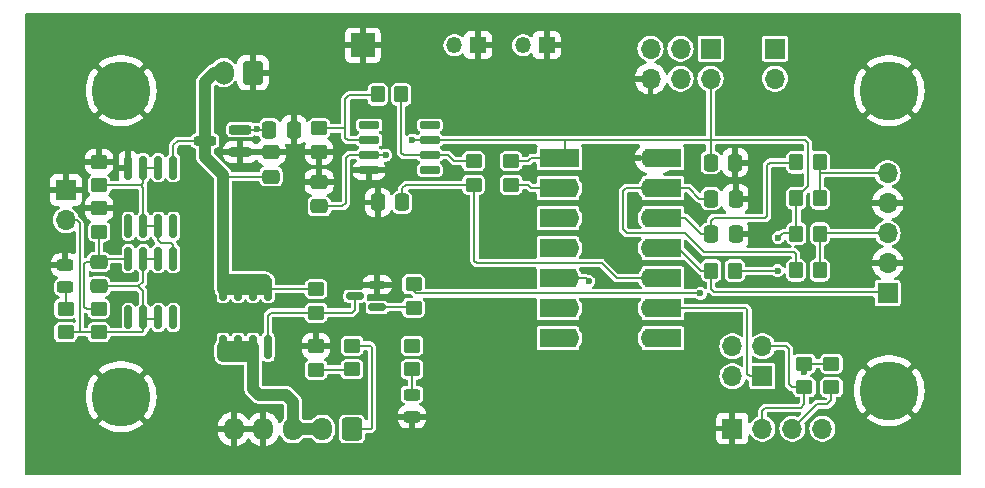
<source format=gbr>
%TF.GenerationSoftware,KiCad,Pcbnew,8.0.1*%
%TF.CreationDate,2024-10-14T21:16:12+02:00*%
%TF.ProjectId,SMD-Loetstation,534d442d-4c6f-4657-9473-746174696f6e,rev?*%
%TF.SameCoordinates,Original*%
%TF.FileFunction,Copper,L1,Top*%
%TF.FilePolarity,Positive*%
%FSLAX46Y46*%
G04 Gerber Fmt 4.6, Leading zero omitted, Abs format (unit mm)*
G04 Created by KiCad (PCBNEW 8.0.1) date 2024-10-14 21:16:12*
%MOMM*%
%LPD*%
G01*
G04 APERTURE LIST*
G04 Aperture macros list*
%AMRoundRect*
0 Rectangle with rounded corners*
0 $1 Rounding radius*
0 $2 $3 $4 $5 $6 $7 $8 $9 X,Y pos of 4 corners*
0 Add a 4 corners polygon primitive as box body*
4,1,4,$2,$3,$4,$5,$6,$7,$8,$9,$2,$3,0*
0 Add four circle primitives for the rounded corners*
1,1,$1+$1,$2,$3*
1,1,$1+$1,$4,$5*
1,1,$1+$1,$6,$7*
1,1,$1+$1,$8,$9*
0 Add four rect primitives between the rounded corners*
20,1,$1+$1,$2,$3,$4,$5,0*
20,1,$1+$1,$4,$5,$6,$7,0*
20,1,$1+$1,$6,$7,$8,$9,0*
20,1,$1+$1,$8,$9,$2,$3,0*%
G04 Aperture macros list end*
%TA.AperFunction,SMDPad,CuDef*%
%ADD10RoundRect,0.250000X-0.450000X0.350000X-0.450000X-0.350000X0.450000X-0.350000X0.450000X0.350000X0*%
%TD*%
%TA.AperFunction,SMDPad,CuDef*%
%ADD11RoundRect,0.243750X-0.456250X0.243750X-0.456250X-0.243750X0.456250X-0.243750X0.456250X0.243750X0*%
%TD*%
%TA.AperFunction,SMDPad,CuDef*%
%ADD12RoundRect,0.250000X0.450000X-0.350000X0.450000X0.350000X-0.450000X0.350000X-0.450000X-0.350000X0*%
%TD*%
%TA.AperFunction,SMDPad,CuDef*%
%ADD13RoundRect,0.250000X0.337500X0.475000X-0.337500X0.475000X-0.337500X-0.475000X0.337500X-0.475000X0*%
%TD*%
%TA.AperFunction,SMDPad,CuDef*%
%ADD14RoundRect,0.250000X-0.350000X-0.450000X0.350000X-0.450000X0.350000X0.450000X-0.350000X0.450000X0*%
%TD*%
%TA.AperFunction,ComponentPad*%
%ADD15C,5.000000*%
%TD*%
%TA.AperFunction,ComponentPad*%
%ADD16R,1.700000X1.700000*%
%TD*%
%TA.AperFunction,ComponentPad*%
%ADD17O,1.700000X1.700000*%
%TD*%
%TA.AperFunction,SMDPad,CuDef*%
%ADD18RoundRect,0.150000X0.587500X0.150000X-0.587500X0.150000X-0.587500X-0.150000X0.587500X-0.150000X0*%
%TD*%
%TA.AperFunction,ComponentPad*%
%ADD19R,1.350000X1.350000*%
%TD*%
%TA.AperFunction,ComponentPad*%
%ADD20O,1.350000X1.350000*%
%TD*%
%TA.AperFunction,SMDPad,CuDef*%
%ADD21RoundRect,0.200000X0.750000X0.200000X-0.750000X0.200000X-0.750000X-0.200000X0.750000X-0.200000X0*%
%TD*%
%TA.AperFunction,SMDPad,CuDef*%
%ADD22RoundRect,0.150000X-0.150000X0.825000X-0.150000X-0.825000X0.150000X-0.825000X0.150000X0.825000X0*%
%TD*%
%TA.AperFunction,SMDPad,CuDef*%
%ADD23RoundRect,0.150000X0.150000X-0.825000X0.150000X0.825000X-0.150000X0.825000X-0.150000X-0.825000X0*%
%TD*%
%TA.AperFunction,ComponentPad*%
%ADD24RoundRect,0.250000X0.600000X0.750000X-0.600000X0.750000X-0.600000X-0.750000X0.600000X-0.750000X0*%
%TD*%
%TA.AperFunction,ComponentPad*%
%ADD25O,1.700000X2.000000*%
%TD*%
%TA.AperFunction,ComponentPad*%
%ADD26R,2.400000X1.600000*%
%TD*%
%TA.AperFunction,ComponentPad*%
%ADD27O,2.400000X1.600000*%
%TD*%
%TA.AperFunction,SMDPad,CuDef*%
%ADD28RoundRect,0.250000X0.475000X-0.337500X0.475000X0.337500X-0.475000X0.337500X-0.475000X-0.337500X0*%
%TD*%
%TA.AperFunction,SMDPad,CuDef*%
%ADD29RoundRect,0.150000X-0.725000X-0.150000X0.725000X-0.150000X0.725000X0.150000X-0.725000X0.150000X0*%
%TD*%
%TA.AperFunction,SMDPad,CuDef*%
%ADD30RoundRect,0.250000X-0.337500X-0.475000X0.337500X-0.475000X0.337500X0.475000X-0.337500X0.475000X0*%
%TD*%
%TA.AperFunction,SMDPad,CuDef*%
%ADD31RoundRect,0.250000X0.350000X0.450000X-0.350000X0.450000X-0.350000X-0.450000X0.350000X-0.450000X0*%
%TD*%
%TA.AperFunction,SMDPad,CuDef*%
%ADD32R,3.100000X1.600000*%
%TD*%
%TA.AperFunction,SMDPad,CuDef*%
%ADD33RoundRect,0.243750X0.456250X-0.243750X0.456250X0.243750X-0.456250X0.243750X-0.456250X-0.243750X0*%
%TD*%
%TA.AperFunction,SMDPad,CuDef*%
%ADD34R,2.000000X2.000000*%
%TD*%
%TA.AperFunction,ComponentPad*%
%ADD35RoundRect,0.250000X0.600000X0.725000X-0.600000X0.725000X-0.600000X-0.725000X0.600000X-0.725000X0*%
%TD*%
%TA.AperFunction,ComponentPad*%
%ADD36O,1.700000X1.950000*%
%TD*%
%TA.AperFunction,ViaPad*%
%ADD37C,0.600000*%
%TD*%
%TA.AperFunction,Conductor*%
%ADD38C,0.200000*%
%TD*%
%TA.AperFunction,Conductor*%
%ADD39C,1.000000*%
%TD*%
%TA.AperFunction,Conductor*%
%ADD40C,0.500000*%
%TD*%
G04 APERTURE END LIST*
D10*
%TO.P,R20,2*%
%TO.N,Net-(J10-Pin_2)*%
X101498400Y-99161600D03*
%TO.P,R20,1*%
%TO.N,Net-(D2-A)*%
X101498400Y-97161600D03*
%TD*%
D11*
%TO.P,D2,1,K*%
%TO.N,GND*%
X101473000Y-93474300D03*
%TO.P,D2,2,A*%
%TO.N,Net-(D2-A)*%
X101473000Y-95349300D03*
%TD*%
D12*
%TO.P,R12,1*%
%TO.N,Net-(J3-Pin_2)*%
X139217400Y-86664800D03*
%TO.P,R12,2*%
%TO.N,+5V*%
X139217400Y-84664800D03*
%TD*%
D13*
%TO.P,C3,1*%
%TO.N,Net-(U3-PA3)*%
X129997200Y-88170000D03*
%TO.P,C3,2*%
%TO.N,GND*%
X127922200Y-88170000D03*
%TD*%
D10*
%TO.P,R3,1*%
%TO.N,Net-(J6-Pin_1)*%
X125755400Y-100282800D03*
%TO.P,R3,2*%
%TO.N,Net-(U2-+)*%
X125755400Y-102282800D03*
%TD*%
D14*
%TO.P,R10,1*%
%TO.N,+5V*%
X163379400Y-87814400D03*
%TO.P,R10,2*%
%TO.N,Net-(J5-Pin_5)*%
X165379400Y-87814400D03*
%TD*%
D10*
%TO.P,R15,1*%
%TO.N,GND*%
X104343200Y-84718600D03*
%TO.P,R15,2*%
%TO.N,Net-(U5-VI)*%
X104343200Y-86718600D03*
%TD*%
D13*
%TO.P,C5,1*%
%TO.N,GND*%
X158226400Y-90849800D03*
%TO.P,C5,2*%
%TO.N,Net-(U3-PA1)*%
X156151400Y-90849800D03*
%TD*%
D15*
%TO.P,H1,1,1*%
%TO.N,GND*%
X106197400Y-78695800D03*
%TD*%
D10*
%TO.P,R17,1*%
%TO.N,GND*%
X104343200Y-88627200D03*
%TO.P,R17,2*%
%TO.N,Net-(U5-ADJ)*%
X104343200Y-90627200D03*
%TD*%
%TO.P,R18,1*%
%TO.N,Net-(R18-Pad1)*%
X136042400Y-84671400D03*
%TO.P,R18,2*%
%TO.N,Net-(U3-PA3)*%
X136042400Y-86671400D03*
%TD*%
D16*
%TO.P,J2,1,Pin_1*%
%TO.N,GND*%
X157962600Y-107308900D03*
D17*
%TO.P,J2,2,Pin_2*%
%TO.N,Net-(J2-Pin_2)*%
X160502600Y-107308900D03*
%TO.P,J2,3,Pin_3*%
%TO.N,Net-(J2-Pin_3)*%
X163042600Y-107308900D03*
%TO.P,J2,4,Pin_4*%
%TO.N,+5V*%
X165582600Y-107308900D03*
%TD*%
D10*
%TO.P,R4,1*%
%TO.N,+12V*%
X122707400Y-95491800D03*
%TO.P,R4,2*%
%TO.N,Net-(Q1-G)*%
X122707400Y-97491800D03*
%TD*%
D12*
%TO.P,R5,1*%
%TO.N,Net-(Q2-G)*%
X130962400Y-97091800D03*
%TO.P,R5,2*%
%TO.N,Net-(J8-Pin_2)*%
X130962400Y-95091800D03*
%TD*%
D18*
%TO.P,Q2,1,G*%
%TO.N,Net-(Q2-G)*%
X127884400Y-97041800D03*
%TO.P,Q2,2,S*%
%TO.N,GND*%
X127884400Y-95141800D03*
%TO.P,Q2,3,D*%
%TO.N,Net-(Q1-G)*%
X126009400Y-96091800D03*
%TD*%
D10*
%TO.P,R19,1*%
%TO.N,GND*%
X122707400Y-100314800D03*
%TO.P,R19,2*%
%TO.N,Net-(U2-+)*%
X122707400Y-102314800D03*
%TD*%
D16*
%TO.P,J8,1,Pin_1*%
%TO.N,Net-(J7-MISO)*%
X161569400Y-75139800D03*
D17*
%TO.P,J8,2,Pin_2*%
%TO.N,Net-(J8-Pin_2)*%
X161569400Y-77679800D03*
%TD*%
D19*
%TO.P,J4,1,Pin_1*%
%TO.N,GND*%
X142233400Y-74860400D03*
D20*
%TO.P,J4,2,Pin_2*%
%TO.N,Net-(J4-Pin_2)*%
X140233400Y-74860400D03*
%TD*%
D15*
%TO.P,H3,1,1*%
%TO.N,GND*%
X106197400Y-104603800D03*
%TD*%
D16*
%TO.P,J7,1,MISO*%
%TO.N,Net-(J7-MISO)*%
X156108400Y-75139800D03*
D17*
%TO.P,J7,2,VCC*%
%TO.N,+5V*%
X156108400Y-77679800D03*
%TO.P,J7,3,SCK*%
%TO.N,Net-(J7-SCK)*%
X153568400Y-75139800D03*
%TO.P,J7,4,MOSI*%
%TO.N,Net-(J7-MOSI)*%
X153568400Y-77679800D03*
%TO.P,J7,5,~{RST}*%
%TO.N,Net-(J7-~{RST})*%
X151028400Y-75139800D03*
%TO.P,J7,6,GND*%
%TO.N,GND*%
X151028400Y-77679800D03*
%TD*%
D21*
%TO.P,U6,1,GND*%
%TO.N,GND*%
X116306600Y-83897800D03*
%TO.P,U6,2,VO*%
%TO.N,+5V*%
X116306600Y-81997800D03*
%TO.P,U6,3,VI*%
%TO.N,+12V*%
X113306600Y-82947800D03*
%TD*%
D22*
%TO.P,U5,1,VI*%
%TO.N,Net-(U5-VI)*%
X110617000Y-92935600D03*
%TO.P,U5,2,VO*%
%TO.N,Net-(J10-Pin_2)*%
X109347000Y-92935600D03*
%TO.P,U5,3,VO*%
X108077000Y-92935600D03*
%TO.P,U5,4,ADJ*%
%TO.N,Net-(U5-ADJ)*%
X106807000Y-92935600D03*
%TO.P,U5,5,NC*%
%TO.N,unconnected-(U5-NC-Pad5)*%
X106807000Y-97885600D03*
%TO.P,U5,6,VO*%
%TO.N,Net-(J10-Pin_2)*%
X108077000Y-97885600D03*
%TO.P,U5,7,VO*%
X109347000Y-97885600D03*
%TO.P,U5,8,NC*%
%TO.N,unconnected-(U5-NC-Pad8)*%
X110617000Y-97885600D03*
%TD*%
D23*
%TO.P,Q1,1,S*%
%TO.N,Net-(J6-Pin_2)*%
X114833400Y-100409800D03*
%TO.P,Q1,2,S*%
X116103400Y-100409800D03*
%TO.P,Q1,3,S*%
X117373400Y-100409800D03*
%TO.P,Q1,4,G*%
%TO.N,Net-(Q1-G)*%
X118643400Y-100409800D03*
%TO.P,Q1,5,D*%
%TO.N,+12V*%
X118643400Y-95459800D03*
%TO.P,Q1,6,D*%
X117373400Y-95459800D03*
%TO.P,Q1,7,D*%
X116103400Y-95459800D03*
%TO.P,Q1,8,D*%
X114833400Y-95459800D03*
%TD*%
D24*
%TO.P,J1,1,Pin_1*%
%TO.N,GND*%
X117373400Y-77171800D03*
D25*
%TO.P,J1,2,Pin_2*%
%TO.N,+12V*%
X114873400Y-77171800D03*
%TD*%
D26*
%TO.P,U3,1,VCC*%
%TO.N,+5V*%
X143789400Y-84410800D03*
D27*
%TO.P,U3,2,XTAL1/PB0*%
%TO.N,Net-(J3-Pin_2)*%
X143789400Y-86950800D03*
%TO.P,U3,3,XTAL2/PB1*%
%TO.N,Net-(J4-Pin_2)*%
X143789400Y-89490800D03*
%TO.P,U3,4,~{RESET}/PB3*%
%TO.N,Net-(J7-~{RST})*%
X143789400Y-92030800D03*
%TO.P,U3,5,PB2*%
%TO.N,Net-(U3-PB2)*%
X143789400Y-94570800D03*
%TO.P,U3,6,PA7*%
%TO.N,unconnected-(U3-PA7-Pad6)*%
X143789400Y-97110800D03*
%TO.P,U3,7,PA6*%
%TO.N,Net-(J7-MOSI)*%
X143789400Y-99650800D03*
%TO.P,U3,8,PA5*%
%TO.N,Net-(J7-MISO)*%
X151409400Y-99650800D03*
%TO.P,U3,9,PA4*%
%TO.N,Net-(J7-SCK)*%
X151409400Y-97110800D03*
%TO.P,U3,10,PA3*%
%TO.N,Net-(U3-PA3)*%
X151409400Y-94570800D03*
%TO.P,U3,11,PA2*%
%TO.N,Net-(J5-Pin_1)*%
X151409400Y-92030800D03*
%TO.P,U3,12,PA1*%
%TO.N,Net-(U3-PA1)*%
X151409400Y-89490800D03*
%TO.P,U3,13,AREF/PA0*%
%TO.N,Net-(U3-AREF{slash}PA0)*%
X151409400Y-86950800D03*
%TO.P,U3,14,GND*%
%TO.N,GND*%
X151409400Y-84410800D03*
%TD*%
D28*
%TO.P,C1,1*%
%TO.N,Net-(U2-+)*%
X122961400Y-88496300D03*
%TO.P,C1,2*%
%TO.N,GND*%
X122961400Y-86421300D03*
%TD*%
D29*
%TO.P,U2,1,NC*%
%TO.N,unconnected-(U2-NC-Pad1)*%
X127203200Y-81616800D03*
%TO.P,U2,2,-*%
%TO.N,Net-(U2--)*%
X127203200Y-82886800D03*
%TO.P,U2,3,+*%
%TO.N,Net-(U2-+)*%
X127203200Y-84156800D03*
%TO.P,U2,4,V-*%
%TO.N,GND*%
X127203200Y-85426800D03*
%TO.P,U2,5,NC*%
%TO.N,unconnected-(U2-NC-Pad5)*%
X132353200Y-85426800D03*
%TO.P,U2,6*%
%TO.N,Net-(R18-Pad1)*%
X132353200Y-84156800D03*
%TO.P,U2,7,V+*%
%TO.N,+5V*%
X132353200Y-82886800D03*
%TO.P,U2,8,NC*%
%TO.N,unconnected-(U2-NC-Pad8)*%
X132353200Y-81616800D03*
%TD*%
D15*
%TO.P,H2,1,1*%
%TO.N,GND*%
X171221400Y-104095800D03*
%TD*%
D30*
%TO.P,C4,1*%
%TO.N,Net-(U3-AREF{slash}PA0)*%
X156151400Y-87839800D03*
%TO.P,C4,2*%
%TO.N,GND*%
X158226400Y-87839800D03*
%TD*%
D31*
%TO.P,R8,1*%
%TO.N,Net-(J5-Pin_3)*%
X165379400Y-90811600D03*
%TO.P,R8,2*%
%TO.N,+5V*%
X163379400Y-90811600D03*
%TD*%
D16*
%TO.P,J10,1,Pin_1*%
%TO.N,GND*%
X101523800Y-87117000D03*
D17*
%TO.P,J10,2,Pin_2*%
%TO.N,Net-(J10-Pin_2)*%
X101523800Y-89657000D03*
%TD*%
D31*
%TO.P,R9,1*%
%TO.N,Net-(J5-Pin_3)*%
X165347400Y-93910400D03*
%TO.P,R9,2*%
%TO.N,Net-(U3-AREF{slash}PA0)*%
X163347400Y-93910400D03*
%TD*%
D12*
%TO.P,R14,1*%
%TO.N,Net-(D1-A)*%
X130835400Y-102301800D03*
%TO.P,R14,2*%
%TO.N,Net-(U3-PB2)*%
X130835400Y-100301800D03*
%TD*%
%TO.P,R7,1*%
%TO.N,Net-(J2-Pin_2)*%
X164058600Y-103809800D03*
%TO.P,R7,2*%
%TO.N,+5V*%
X164058600Y-101809800D03*
%TD*%
D30*
%TO.P,C7,1*%
%TO.N,+5V*%
X118752800Y-81997800D03*
%TO.P,C7,2*%
%TO.N,GND*%
X120827800Y-81997800D03*
%TD*%
D14*
%TO.P,R2,1*%
%TO.N,Net-(U2--)*%
X127930400Y-79026000D03*
%TO.P,R2,2*%
%TO.N,Net-(R18-Pad1)*%
X129930400Y-79026000D03*
%TD*%
D32*
%TO.P,U3,1,VCC*%
%TO.N,N/C*%
X143179800Y-84410800D03*
%TO.P,U3,2,XTAL1/PB0*%
X143179800Y-86950800D03*
%TO.P,U3,3,XTAL2/PB1*%
X143179800Y-89490800D03*
%TO.P,U3,4,~{RESET}/PB3*%
X143179800Y-92030800D03*
%TO.P,U3,5,PB2*%
X143179800Y-94570800D03*
%TO.P,U3,6,PA7*%
X143179800Y-97110800D03*
%TO.P,U3,7,PA6*%
X143179800Y-99650800D03*
%TO.P,U3,8,PA5*%
X152069800Y-99650800D03*
%TO.P,U3,9,PA4*%
X152069800Y-97110800D03*
%TO.P,U3,10,PA3*%
X152069800Y-94570800D03*
%TO.P,U3,11,PA2*%
X152069800Y-92030800D03*
%TO.P,U3,12,PA1*%
X152069800Y-89490800D03*
%TO.P,U3,13,AREF/PA0*%
X152069800Y-86950800D03*
%TO.P,U3,14,GND*%
X152069800Y-84410800D03*
%TD*%
D12*
%TO.P,R1,1*%
%TO.N,GND*%
X122961400Y-83870800D03*
%TO.P,R1,2*%
%TO.N,Net-(U2--)*%
X122961400Y-81870800D03*
%TD*%
D33*
%TO.P,D1,1,K*%
%TO.N,GND*%
X130835400Y-106303300D03*
%TO.P,D1,2,A*%
%TO.N,Net-(D1-A)*%
X130835400Y-104428300D03*
%TD*%
D10*
%TO.P,R16,1*%
%TO.N,Net-(U5-ADJ)*%
X104317800Y-97161600D03*
%TO.P,R16,2*%
%TO.N,Net-(J10-Pin_2)*%
X104317800Y-99161600D03*
%TD*%
D31*
%TO.P,R11,1*%
%TO.N,Net-(J5-Pin_5)*%
X165372800Y-84766400D03*
%TO.P,R11,2*%
%TO.N,Net-(U3-PA1)*%
X163372800Y-84766400D03*
%TD*%
D28*
%TO.P,C8,1*%
%TO.N,Net-(J10-Pin_2)*%
X104317800Y-95274200D03*
%TO.P,C8,2*%
%TO.N,Net-(U5-ADJ)*%
X104317800Y-93199200D03*
%TD*%
%TO.P,C6,1*%
%TO.N,+12V*%
X118897400Y-85977800D03*
%TO.P,C6,2*%
%TO.N,GND*%
X118897400Y-83902800D03*
%TD*%
D34*
%TO.P,GND1,1,1*%
%TO.N,GND*%
X126669800Y-74860400D03*
%TD*%
D19*
%TO.P,J3,1,Pin_1*%
%TO.N,GND*%
X136423400Y-74860400D03*
D20*
%TO.P,J3,2,Pin_2*%
%TO.N,Net-(J3-Pin_2)*%
X134423400Y-74860400D03*
%TD*%
D22*
%TO.P,U4,1,VI*%
%TO.N,+12V*%
X110617000Y-85217000D03*
%TO.P,U4,2,VO*%
%TO.N,Net-(U5-VI)*%
X109347000Y-85217000D03*
%TO.P,U4,3,VO*%
X108077000Y-85217000D03*
%TO.P,U4,4,ADJ*%
%TO.N,GND*%
X106807000Y-85217000D03*
%TO.P,U4,5,NC*%
%TO.N,unconnected-(U4-NC-Pad5)*%
X106807000Y-90167000D03*
%TO.P,U4,6,VO*%
%TO.N,Net-(U5-VI)*%
X108077000Y-90167000D03*
%TO.P,U4,7,VO*%
X109347000Y-90167000D03*
%TO.P,U4,8,NC*%
%TO.N,unconnected-(U4-NC-Pad8)*%
X110617000Y-90167000D03*
%TD*%
D16*
%TO.P,J5,1,Pin_1*%
%TO.N,Net-(J5-Pin_1)*%
X171094400Y-95840800D03*
D17*
%TO.P,J5,2,Pin_2*%
%TO.N,GND*%
X171094400Y-93300800D03*
%TO.P,J5,3,Pin_3*%
%TO.N,Net-(J5-Pin_3)*%
X171094400Y-90760800D03*
%TO.P,J5,4,Pin_4*%
%TO.N,GND*%
X171094400Y-88220800D03*
%TO.P,J5,5,Pin_5*%
%TO.N,Net-(J5-Pin_5)*%
X171094400Y-85680800D03*
%TD*%
D12*
%TO.P,R6,1*%
%TO.N,Net-(J2-Pin_3)*%
X166344600Y-103809800D03*
%TO.P,R6,2*%
%TO.N,+5V*%
X166344600Y-101809800D03*
%TD*%
D15*
%TO.P,H4,1,1*%
%TO.N,GND*%
X171221400Y-78695800D03*
%TD*%
D14*
%TO.P,R13,1*%
%TO.N,Net-(J5-Pin_1)*%
X156167400Y-93935800D03*
%TO.P,R13,2*%
%TO.N,+5V*%
X158167400Y-93935800D03*
%TD*%
D35*
%TO.P,J6,1,Pin_1*%
%TO.N,Net-(J6-Pin_1)*%
X125740800Y-107347000D03*
D36*
%TO.P,J6,2,Pin_2*%
%TO.N,Net-(J6-Pin_2)*%
X123240800Y-107347000D03*
%TO.P,J6,3,Pin_3*%
X120740800Y-107347000D03*
%TO.P,J6,4,Pin_4*%
%TO.N,GND*%
X118240800Y-107347000D03*
%TO.P,J6,5,Pin_5*%
X115740800Y-107347000D03*
%TD*%
D30*
%TO.P,C2,1*%
%TO.N,+5V*%
X156108400Y-84791800D03*
%TO.P,C2,2*%
%TO.N,GND*%
X158183400Y-84791800D03*
%TD*%
D16*
%TO.P,J9,1,Pin_1*%
%TO.N,Net-(J7-SCK)*%
X160502600Y-102876600D03*
D17*
%TO.P,J9,2,Pin_2*%
%TO.N,Net-(J7-MOSI)*%
X157962600Y-102876600D03*
%TO.P,J9,3,Pin_3*%
%TO.N,Net-(J2-Pin_2)*%
X160502600Y-100336600D03*
%TO.P,J9,4,Pin_4*%
%TO.N,Net-(J2-Pin_3)*%
X157962600Y-100336600D03*
%TD*%
D37*
%TO.N,GND*%
X106807000Y-96088200D03*
X146888200Y-94875600D03*
X149631400Y-88246200D03*
X161823400Y-86239600D03*
X159842200Y-86265000D03*
X158826200Y-77629000D03*
X106832400Y-94589600D03*
%TO.N,Net-(U2-+)*%
X122707400Y-102314800D03*
X128600200Y-84156800D03*
%TO.N,+5V*%
X161836100Y-91154500D03*
X161798000Y-93935800D03*
X117678200Y-81972400D03*
X164058600Y-102546400D03*
X130860800Y-82886800D03*
%TO.N,Net-(J8-Pin_2)*%
X155244800Y-95866200D03*
%TO.N,Net-(U3-PB2)*%
X130835400Y-100311200D03*
X145796000Y-94850200D03*
%TD*%
D38*
%TO.N,Net-(U5-ADJ)*%
X103283000Y-97161600D02*
X104317800Y-97161600D01*
X103098600Y-93370400D02*
X103098600Y-96977200D01*
X103098600Y-96977200D02*
X103283000Y-97161600D01*
X103269800Y-93199200D02*
X103098600Y-93370400D01*
X104317800Y-93199200D02*
X103269800Y-93199200D01*
%TO.N,Net-(J10-Pin_2)*%
X102641400Y-99161600D02*
X101498400Y-99161600D01*
X102692200Y-99110800D02*
X102641400Y-99161600D01*
X102692200Y-89916000D02*
X102692200Y-99110800D01*
X101523800Y-89657000D02*
X102433200Y-89657000D01*
X102433200Y-89657000D02*
X102692200Y-89916000D01*
%TO.N,Net-(D2-A)*%
X101498400Y-97161600D02*
X101498400Y-95374700D01*
X101498400Y-95374700D02*
X101473000Y-95349300D01*
%TO.N,Net-(J10-Pin_2)*%
X104317800Y-99161600D02*
X101498400Y-99161600D01*
%TO.N,Net-(U2-+)*%
X124946500Y-88496300D02*
X122961400Y-88496300D01*
X125222000Y-88220800D02*
X124946500Y-88496300D01*
X125222000Y-84410800D02*
X125222000Y-88220800D01*
X125787400Y-102314800D02*
X125755400Y-102282800D01*
X122707400Y-102314800D02*
X125787400Y-102314800D01*
X125476000Y-84156800D02*
X125222000Y-84410800D01*
X128600200Y-84156800D02*
X125476000Y-84156800D01*
%TO.N,+5V*%
X164388800Y-83166200D02*
X164134800Y-82912200D01*
X143988700Y-82890700D02*
X156108400Y-82890700D01*
X139217400Y-84664800D02*
X140660414Y-84664800D01*
X116306600Y-81997800D02*
X117652800Y-81997800D01*
X158192000Y-93960400D02*
X161773400Y-93960400D01*
X132870600Y-82886800D02*
X132874500Y-82890700D01*
X162204400Y-90786200D02*
X163379400Y-90786200D01*
X143789400Y-84410800D02*
X143789400Y-82890700D01*
X164058600Y-102546400D02*
X164058600Y-101809800D01*
X130860800Y-82886800D02*
X132870600Y-82886800D01*
X158167400Y-93935800D02*
X158192000Y-93960400D01*
X161836100Y-91154500D02*
X162204400Y-90786200D01*
X161773400Y-93960400D02*
X161798000Y-93935800D01*
X140914414Y-84410800D02*
X143789400Y-84410800D01*
X156108400Y-77679800D02*
X156108400Y-78831500D01*
X117678200Y-81972400D02*
X117703600Y-81997800D01*
X156108400Y-84791800D02*
X156108400Y-82890700D01*
X117652800Y-81997800D02*
X117678200Y-81972400D01*
X166344600Y-101809800D02*
X164058600Y-101809800D01*
X163379400Y-90786200D02*
X163379400Y-87814400D01*
X163379400Y-87814400D02*
X164388800Y-86805000D01*
X164388800Y-86805000D02*
X164388800Y-83166200D01*
X117703600Y-81997800D02*
X118752800Y-81997800D01*
X156108400Y-78831500D02*
X156108400Y-82890700D01*
X164113300Y-82890700D02*
X164261800Y-83039200D01*
X143789400Y-82890700D02*
X143988700Y-82890700D01*
X156108400Y-82890700D02*
X164113300Y-82890700D01*
X132874500Y-82890700D02*
X143988700Y-82890700D01*
X158167400Y-93935800D02*
X158672800Y-94441200D01*
X140660414Y-84664800D02*
X140914414Y-84410800D01*
%TO.N,Net-(U3-PA3)*%
X136118600Y-93097600D02*
X136321800Y-93300800D01*
X136321800Y-93300800D02*
X146913600Y-93300800D01*
X136118600Y-86675800D02*
X136118600Y-93097600D01*
X130018700Y-86954700D02*
X130297600Y-86675800D01*
X146913600Y-93300800D02*
X148183600Y-94570800D01*
X130018700Y-88148500D02*
X130018700Y-86954700D01*
X130297600Y-86675800D02*
X136118600Y-86675800D01*
X148183600Y-94570800D02*
X151409400Y-94570800D01*
D39*
%TO.N,+12V*%
X113306600Y-77962000D02*
X113306600Y-82947800D01*
D38*
X115005400Y-85977800D02*
X114833400Y-85805800D01*
X118897400Y-85977800D02*
X115005400Y-85977800D01*
D39*
X115544600Y-94748600D02*
X114833400Y-95459800D01*
X114096800Y-77171800D02*
X113306600Y-77962000D01*
X117373400Y-95459800D02*
X118237000Y-95459800D01*
X116103400Y-95459800D02*
X117373400Y-95459800D01*
X113306600Y-84279000D02*
X113306600Y-82947800D01*
D38*
X122339400Y-95459800D02*
X122707400Y-95091800D01*
D39*
X114833400Y-85805800D02*
X113306600Y-84279000D01*
X114873400Y-77171800D02*
X114096800Y-77171800D01*
D38*
X111006600Y-82947800D02*
X113306600Y-82947800D01*
D39*
X114833400Y-95459800D02*
X116103400Y-95459800D01*
X114833400Y-95459800D02*
X114833400Y-85805800D01*
D38*
X118675400Y-95491800D02*
X118643400Y-95459800D01*
X122707400Y-95491800D02*
X118675400Y-95491800D01*
D39*
X118364000Y-94748600D02*
X115544600Y-94748600D01*
X118237000Y-95459800D02*
X118262400Y-95434400D01*
D40*
X118694200Y-95409000D02*
X118643400Y-95459800D01*
D38*
X110617000Y-85217000D02*
X110617000Y-83337400D01*
X110617000Y-83337400D02*
X111006600Y-82947800D01*
%TO.N,Net-(J2-Pin_2)*%
X160502600Y-107308900D02*
X160502600Y-105797600D01*
X162509200Y-100336600D02*
X160502600Y-100336600D01*
X160502600Y-105797600D02*
X160756600Y-105543600D01*
X163728400Y-105543600D02*
X164058600Y-105213400D01*
X160629600Y-107181900D02*
X160502600Y-107308900D01*
X163036000Y-103809800D02*
X162763200Y-103537000D01*
X160756600Y-105543600D02*
X163728400Y-105543600D01*
X162763200Y-103537000D02*
X162763200Y-100590600D01*
X164058600Y-105213400D02*
X164058600Y-103809800D01*
X164058600Y-103809800D02*
X163036000Y-103809800D01*
X162763200Y-100590600D02*
X162509200Y-100336600D01*
%TO.N,Net-(J2-Pin_3)*%
X166344600Y-104934000D02*
X166007515Y-105271085D01*
X166007515Y-105271085D02*
X165080415Y-105271085D01*
X166344600Y-103809800D02*
X166344600Y-104934000D01*
X165080415Y-105271085D02*
X163042600Y-107308900D01*
%TO.N,Net-(J3-Pin_2)*%
X140633200Y-86664800D02*
X140919200Y-86950800D01*
X139217400Y-86664800D02*
X140633200Y-86664800D01*
X140919200Y-86950800D02*
X143789400Y-86950800D01*
%TO.N,Net-(J5-Pin_1)*%
X151409400Y-92030800D02*
X153390600Y-92030800D01*
X156167400Y-95493400D02*
X156167400Y-93935800D01*
X171094400Y-95840800D02*
X171018200Y-95764600D01*
X156438600Y-95764600D02*
X156167400Y-95493400D01*
X153390600Y-92030800D02*
X155295600Y-93935800D01*
X155295600Y-93935800D02*
X156167400Y-93935800D01*
X171018200Y-95764600D02*
X156438600Y-95764600D01*
%TO.N,Net-(J5-Pin_3)*%
X171094400Y-90786200D02*
X165658800Y-90786200D01*
X165658800Y-90786200D02*
X165347400Y-91097600D01*
X165347400Y-91097600D02*
X165347400Y-93910400D01*
%TO.N,Net-(J5-Pin_5)*%
X165372800Y-84766400D02*
X165372800Y-85064600D01*
X165379400Y-84766400D02*
X165379400Y-85604600D01*
X165379400Y-84741000D02*
X165379400Y-87712800D01*
X165379400Y-85706200D02*
X165404800Y-85680800D01*
X165404800Y-85680800D02*
X171094400Y-85680800D01*
D39*
%TO.N,Net-(J6-Pin_2)*%
X117373400Y-100409800D02*
X117373400Y-101149400D01*
X117373400Y-100409800D02*
X115189000Y-100409800D01*
X117373400Y-103943400D02*
X117881400Y-104451400D01*
X120755400Y-105039400D02*
X120755400Y-107347000D01*
X117373400Y-101149400D02*
X115573000Y-101149400D01*
X114833400Y-100409800D02*
X114884200Y-100460600D01*
X114858800Y-101149400D02*
X116179600Y-101149400D01*
X115573000Y-101149400D02*
X114833400Y-100409800D01*
X120167400Y-104451400D02*
X120755400Y-105039400D01*
X117373400Y-101149400D02*
X117373400Y-103943400D01*
X114833400Y-100409800D02*
X114833400Y-101124000D01*
X120755400Y-107347000D02*
X123086000Y-107347000D01*
X114833400Y-101124000D02*
X114858800Y-101149400D01*
X123086000Y-107347000D02*
X123255400Y-107516400D01*
X117881400Y-104451400D02*
X120167400Y-104451400D01*
D38*
%TO.N,Net-(J6-Pin_1)*%
X127431800Y-107245400D02*
X127330200Y-107347000D01*
X127276400Y-100282800D02*
X127431800Y-100438200D01*
X127330200Y-107347000D02*
X125740800Y-107347000D01*
X127431800Y-100438200D02*
X127431800Y-107245400D01*
X125755400Y-100282800D02*
X127276400Y-100282800D01*
%TO.N,Net-(J8-Pin_2)*%
X155244800Y-95866200D02*
X131191000Y-95866200D01*
X130962400Y-95637600D02*
X130962400Y-95091800D01*
X131191000Y-95866200D02*
X130962400Y-95637600D01*
%TO.N,Net-(Q1-G)*%
X118643400Y-100409800D02*
X118643400Y-97745800D01*
X118643400Y-97745800D02*
X118897400Y-97491800D01*
X118897400Y-97491800D02*
X122707400Y-97491800D01*
X125780800Y-97491800D02*
X126009400Y-97263200D01*
X122707400Y-97491800D02*
X125780800Y-97491800D01*
X126009400Y-97263200D02*
X126009400Y-96091800D01*
%TO.N,Net-(Q2-G)*%
X130912400Y-97041800D02*
X130962400Y-97091800D01*
X127884400Y-97041800D02*
X130912400Y-97041800D01*
%TO.N,Net-(U2--)*%
X122961400Y-81870800D02*
X122986800Y-81896200D01*
X125526800Y-79076800D02*
X127879600Y-79076800D01*
X125196600Y-82683600D02*
X125399800Y-82886800D01*
X125196600Y-81896200D02*
X125196600Y-79407000D01*
X125196600Y-79407000D02*
X125526800Y-79076800D01*
X127879600Y-79076800D02*
X127930400Y-79026000D01*
X125399800Y-82886800D02*
X127203200Y-82886800D01*
X122986800Y-81896200D02*
X125196600Y-81896200D01*
X125196600Y-81896200D02*
X125196600Y-82683600D01*
%TO.N,Net-(R18-Pad1)*%
X134035800Y-84309200D02*
X134264400Y-84537800D01*
X134398000Y-84671400D02*
X134035800Y-84309200D01*
X130124200Y-84156800D02*
X129930400Y-83963000D01*
X133883400Y-84156800D02*
X134035800Y-84309200D01*
X132353200Y-84156800D02*
X130124200Y-84156800D01*
X136042400Y-84671400D02*
X134398000Y-84671400D01*
X129930400Y-83963000D02*
X129930400Y-79026000D01*
X132353200Y-84156800D02*
X133883400Y-84156800D01*
%TO.N,Net-(U3-PA1)*%
X160756600Y-89465400D02*
X156387800Y-89465400D01*
X156151400Y-89701800D02*
X156151400Y-90849800D01*
X156151400Y-90849800D02*
X155333800Y-90849800D01*
X160909000Y-84995000D02*
X160909000Y-89313000D01*
X161112200Y-84791800D02*
X160909000Y-84995000D01*
X151434800Y-89465400D02*
X151409400Y-89490800D01*
X156387800Y-89465400D02*
X156151400Y-89701800D01*
X163379400Y-84791800D02*
X161112200Y-84791800D01*
X155333800Y-90849800D02*
X153949400Y-89465400D01*
X153949400Y-89465400D02*
X151434800Y-89465400D01*
X160909000Y-89313000D02*
X160756600Y-89465400D01*
%TO.N,Net-(U3-AREF{slash}PA0)*%
X153974800Y-90760800D02*
X148996400Y-90760800D01*
X163347400Y-92538800D02*
X163144200Y-92335600D01*
X148691600Y-87204800D02*
X148945600Y-86950800D01*
X148945600Y-86950800D02*
X151409400Y-86950800D01*
X156151400Y-87839800D02*
X155168600Y-87839800D01*
X154279600Y-86950800D02*
X151409400Y-86950800D01*
X163347400Y-93910400D02*
X163347400Y-92538800D01*
X155168600Y-87839800D02*
X154279600Y-86950800D01*
X148691600Y-90456000D02*
X148691600Y-87204800D01*
X155549600Y-92335600D02*
X153974800Y-90760800D01*
X148996400Y-90760800D02*
X148691600Y-90456000D01*
X163144200Y-92335600D02*
X155549600Y-92335600D01*
%TO.N,Net-(D1-A)*%
X130835400Y-104428300D02*
X130835400Y-102301800D01*
%TO.N,Net-(U3-PB2)*%
X145542000Y-94570800D02*
X143789400Y-94570800D01*
X145770600Y-94799400D02*
X145542000Y-94570800D01*
X130835400Y-100301800D02*
X130835400Y-100311200D01*
%TO.N,Net-(J7-SCK)*%
X159105600Y-97110800D02*
X159232600Y-97237800D01*
X151409400Y-97110800D02*
X159105600Y-97110800D01*
X159232600Y-97237800D02*
X159232600Y-102698800D01*
X159410400Y-102876600D02*
X160502600Y-102876600D01*
X159232600Y-102698800D02*
X159410400Y-102876600D01*
%TO.N,Net-(U5-ADJ)*%
X104581400Y-92935600D02*
X104317800Y-93199200D01*
X106807000Y-92935600D02*
X104581400Y-92935600D01*
X104343200Y-90627200D02*
X104343200Y-93173800D01*
X104343200Y-93173800D02*
X104317800Y-93199200D01*
%TO.N,Net-(U5-VI)*%
X109347000Y-90167000D02*
X109347000Y-91313000D01*
X110617000Y-91795600D02*
X110617000Y-92935600D01*
X109347000Y-85217000D02*
X108077000Y-85217000D01*
X107622800Y-86718600D02*
X107876800Y-86718600D01*
X108077000Y-90167000D02*
X109347000Y-90167000D01*
X108077000Y-86918800D02*
X108077000Y-90167000D01*
X110388400Y-91567000D02*
X110617000Y-91795600D01*
X109347000Y-91313000D02*
X109601000Y-91567000D01*
X109601000Y-91567000D02*
X110388400Y-91567000D01*
X108077000Y-86537800D02*
X108077000Y-85217000D01*
X107876800Y-86718600D02*
X108077000Y-86918800D01*
X107896200Y-86718600D02*
X108077000Y-86537800D01*
X104343200Y-86718600D02*
X107622800Y-86718600D01*
X107622800Y-86718600D02*
X107896200Y-86718600D01*
%TO.N,Net-(J10-Pin_2)*%
X108077000Y-95706000D02*
X107645200Y-95274200D01*
X107671800Y-95274200D02*
X108077000Y-94869000D01*
X109347000Y-92935600D02*
X108077000Y-92935600D01*
X108077000Y-99034600D02*
X107950000Y-99161600D01*
X104317800Y-95274200D02*
X107645200Y-95274200D01*
X109321600Y-98041000D02*
X108051600Y-98041000D01*
X108077000Y-94869000D02*
X108077000Y-92935600D01*
X107950000Y-99161600D02*
X104317800Y-99161600D01*
X108077000Y-97885600D02*
X108077000Y-99034600D01*
X107645200Y-95274200D02*
X107671800Y-95274200D01*
X108077000Y-97885600D02*
X108077000Y-95706000D01*
%TD*%
%TA.AperFunction,Conductor*%
%TO.N,GND*%
G36*
X117798170Y-107163657D02*
G01*
X117765800Y-107284465D01*
X117765800Y-107409535D01*
X117798170Y-107530343D01*
X117836654Y-107597000D01*
X116144946Y-107597000D01*
X116183430Y-107530343D01*
X116215800Y-107409535D01*
X116215800Y-107284465D01*
X116183430Y-107163657D01*
X116144946Y-107097000D01*
X117836654Y-107097000D01*
X117798170Y-107163657D01*
G37*
%TD.AperFunction*%
%TA.AperFunction,Conductor*%
G36*
X146784095Y-93670985D02*
G01*
X146804737Y-93687619D01*
X147968388Y-94851270D01*
X148029062Y-94886300D01*
X148048312Y-94897414D01*
X148137456Y-94921300D01*
X149934675Y-94921300D01*
X150001714Y-94940985D01*
X150047469Y-94993789D01*
X150049236Y-94997848D01*
X150078456Y-95068394D01*
X150193424Y-95240457D01*
X150193425Y-95240458D01*
X150232980Y-95280012D01*
X150266466Y-95341335D01*
X150269300Y-95367694D01*
X150269300Y-95391700D01*
X150249615Y-95458739D01*
X150196811Y-95504494D01*
X150145300Y-95515700D01*
X146198290Y-95515700D01*
X146131251Y-95496015D01*
X146085496Y-95443211D01*
X146075552Y-95374053D01*
X146104577Y-95310497D01*
X146122796Y-95293330D01*
X146188621Y-95242821D01*
X146276861Y-95127825D01*
X146332330Y-94993909D01*
X146351250Y-94850200D01*
X146332330Y-94706491D01*
X146289580Y-94603282D01*
X146276862Y-94572577D01*
X146276861Y-94572576D01*
X146276861Y-94572575D01*
X146188621Y-94457579D01*
X146073625Y-94369339D01*
X146073624Y-94369338D01*
X146073622Y-94369337D01*
X145939712Y-94313871D01*
X145939710Y-94313870D01*
X145939709Y-94313870D01*
X145826193Y-94298925D01*
X145787942Y-94293889D01*
X145788164Y-94292196D01*
X145736440Y-94278337D01*
X145677289Y-94244186D01*
X145671973Y-94242762D01*
X145664912Y-94240870D01*
X145664911Y-94240869D01*
X145608713Y-94225811D01*
X145588144Y-94220300D01*
X145588143Y-94220300D01*
X145264125Y-94220300D01*
X145197086Y-94200615D01*
X145151331Y-94147811D01*
X145149564Y-94143752D01*
X145120343Y-94073205D01*
X145001992Y-93896079D01*
X145004103Y-93894668D01*
X144981132Y-93840557D01*
X144980300Y-93826220D01*
X144980300Y-93775300D01*
X144999985Y-93708261D01*
X145052789Y-93662506D01*
X145104300Y-93651300D01*
X146717056Y-93651300D01*
X146784095Y-93670985D01*
G37*
%TD.AperFunction*%
%TA.AperFunction,Conductor*%
G36*
X170029804Y-86050985D02*
G01*
X170073765Y-86100028D01*
X170154727Y-86262621D01*
X170277637Y-86425381D01*
X170428358Y-86562780D01*
X170428360Y-86562782D01*
X170462538Y-86583944D01*
X170601763Y-86670148D01*
X170682683Y-86701496D01*
X170738085Y-86744069D01*
X170761676Y-86809835D01*
X170745965Y-86877916D01*
X170695942Y-86926695D01*
X170669986Y-86936897D01*
X170630919Y-86947365D01*
X170630907Y-86947370D01*
X170416822Y-87047199D01*
X170416820Y-87047200D01*
X170223326Y-87182686D01*
X170223320Y-87182691D01*
X170056291Y-87349720D01*
X170056286Y-87349726D01*
X169920800Y-87543220D01*
X169920799Y-87543222D01*
X169820970Y-87757307D01*
X169820967Y-87757313D01*
X169763764Y-87970799D01*
X169763764Y-87970800D01*
X170661388Y-87970800D01*
X170628475Y-88027807D01*
X170594400Y-88154974D01*
X170594400Y-88286626D01*
X170628475Y-88413793D01*
X170661388Y-88470800D01*
X169763764Y-88470800D01*
X169820967Y-88684286D01*
X169820970Y-88684292D01*
X169920799Y-88898378D01*
X170056294Y-89091882D01*
X170223317Y-89258905D01*
X170416821Y-89394400D01*
X170630907Y-89494229D01*
X170630916Y-89494233D01*
X170669983Y-89504701D01*
X170729644Y-89541066D01*
X170760173Y-89603913D01*
X170751879Y-89673288D01*
X170707393Y-89727166D01*
X170682684Y-89740102D01*
X170601773Y-89771447D01*
X170601757Y-89771455D01*
X170428360Y-89878817D01*
X170428358Y-89878819D01*
X170277637Y-90016218D01*
X170154727Y-90178978D01*
X170061262Y-90366682D01*
X170058842Y-90365477D01*
X170023308Y-90411820D01*
X169957566Y-90435478D01*
X169950150Y-90435700D01*
X166353899Y-90435700D01*
X166286860Y-90416015D01*
X166241105Y-90363211D01*
X166231048Y-90316983D01*
X166230300Y-90317023D01*
X166230254Y-90317029D01*
X166230253Y-90317026D01*
X166230076Y-90317036D01*
X166229899Y-90313735D01*
X166229899Y-90313728D01*
X166223491Y-90254117D01*
X166216502Y-90235379D01*
X166173197Y-90119271D01*
X166173193Y-90119264D01*
X166086947Y-90004055D01*
X166086944Y-90004052D01*
X165971735Y-89917806D01*
X165971728Y-89917802D01*
X165836882Y-89867508D01*
X165836883Y-89867508D01*
X165777283Y-89861101D01*
X165777281Y-89861100D01*
X165777273Y-89861100D01*
X165777264Y-89861100D01*
X164981529Y-89861100D01*
X164981523Y-89861101D01*
X164921916Y-89867508D01*
X164787071Y-89917802D01*
X164787064Y-89917806D01*
X164671855Y-90004052D01*
X164671852Y-90004055D01*
X164585606Y-90119264D01*
X164585602Y-90119271D01*
X164535308Y-90254117D01*
X164531901Y-90285811D01*
X164528901Y-90313723D01*
X164528900Y-90313735D01*
X164528900Y-91309470D01*
X164528901Y-91309476D01*
X164535308Y-91369083D01*
X164585602Y-91503928D01*
X164585606Y-91503935D01*
X164671852Y-91619144D01*
X164671855Y-91619147D01*
X164787064Y-91705393D01*
X164787071Y-91705397D01*
X164916233Y-91753571D01*
X164972167Y-91795442D01*
X164996584Y-91860906D01*
X164996900Y-91869753D01*
X164996900Y-92843423D01*
X164977215Y-92910462D01*
X164924411Y-92956217D01*
X164897265Y-92963666D01*
X164897468Y-92964524D01*
X164889920Y-92966307D01*
X164755071Y-93016602D01*
X164755064Y-93016606D01*
X164639855Y-93102852D01*
X164639852Y-93102855D01*
X164553606Y-93218064D01*
X164553602Y-93218071D01*
X164503308Y-93352917D01*
X164497161Y-93410100D01*
X164496901Y-93412523D01*
X164496900Y-93412535D01*
X164496900Y-94408270D01*
X164496901Y-94408276D01*
X164503308Y-94467883D01*
X164553602Y-94602728D01*
X164553606Y-94602735D01*
X164639852Y-94717944D01*
X164639855Y-94717947D01*
X164755064Y-94804193D01*
X164755071Y-94804197D01*
X164889917Y-94854491D01*
X164889916Y-94854491D01*
X164896844Y-94855235D01*
X164949527Y-94860900D01*
X165745272Y-94860899D01*
X165804883Y-94854491D01*
X165939731Y-94804196D01*
X166054946Y-94717946D01*
X166141196Y-94602731D01*
X166191491Y-94467883D01*
X166197900Y-94408273D01*
X166197899Y-93412528D01*
X166191491Y-93352917D01*
X166187821Y-93343078D01*
X166141197Y-93218071D01*
X166141193Y-93218064D01*
X166054947Y-93102855D01*
X166054944Y-93102852D01*
X165939735Y-93016606D01*
X165939728Y-93016602D01*
X165804882Y-92966308D01*
X165797338Y-92964526D01*
X165797874Y-92962253D01*
X165744088Y-92939971D01*
X165704243Y-92882577D01*
X165697900Y-92843424D01*
X165697900Y-91882016D01*
X165717585Y-91814977D01*
X165770389Y-91769222D01*
X165808646Y-91758726D01*
X165836883Y-91755691D01*
X165971731Y-91705396D01*
X166086946Y-91619146D01*
X166173196Y-91503931D01*
X166223491Y-91369083D01*
X166229900Y-91309473D01*
X166229900Y-91260700D01*
X166249585Y-91193661D01*
X166302389Y-91147906D01*
X166353900Y-91136700D01*
X169975413Y-91136700D01*
X170042452Y-91156385D01*
X170086413Y-91205428D01*
X170154727Y-91342621D01*
X170277637Y-91505381D01*
X170428358Y-91642780D01*
X170428360Y-91642782D01*
X170492259Y-91682346D01*
X170601763Y-91750148D01*
X170682683Y-91781496D01*
X170738085Y-91824069D01*
X170761676Y-91889835D01*
X170745965Y-91957916D01*
X170695942Y-92006695D01*
X170669986Y-92016897D01*
X170630919Y-92027365D01*
X170630907Y-92027370D01*
X170416822Y-92127199D01*
X170416820Y-92127200D01*
X170223326Y-92262686D01*
X170223320Y-92262691D01*
X170056291Y-92429720D01*
X170056286Y-92429726D01*
X169920800Y-92623220D01*
X169920799Y-92623222D01*
X169820970Y-92837307D01*
X169820967Y-92837313D01*
X169763764Y-93050799D01*
X169763764Y-93050800D01*
X170661388Y-93050800D01*
X170628475Y-93107807D01*
X170594400Y-93234974D01*
X170594400Y-93366626D01*
X170628475Y-93493793D01*
X170661388Y-93550800D01*
X169763764Y-93550800D01*
X169820967Y-93764286D01*
X169820970Y-93764292D01*
X169920799Y-93978378D01*
X170056294Y-94171882D01*
X170223317Y-94338905D01*
X170416821Y-94474400D01*
X170480123Y-94503918D01*
X170532562Y-94550090D01*
X170551714Y-94617284D01*
X170531498Y-94684165D01*
X170478333Y-94729500D01*
X170427718Y-94740300D01*
X170219723Y-94740300D01*
X170146664Y-94754832D01*
X170146660Y-94754833D01*
X170063799Y-94810199D01*
X170008433Y-94893060D01*
X170008432Y-94893064D01*
X169993900Y-94966121D01*
X169993900Y-95290100D01*
X169974215Y-95357139D01*
X169921411Y-95402894D01*
X169869900Y-95414100D01*
X156641900Y-95414100D01*
X156574861Y-95394415D01*
X156529106Y-95341611D01*
X156517900Y-95290100D01*
X156517900Y-95002776D01*
X156537585Y-94935737D01*
X156590389Y-94889982D01*
X156617535Y-94882536D01*
X156617332Y-94881676D01*
X156624879Y-94879892D01*
X156624881Y-94879891D01*
X156624883Y-94879891D01*
X156759731Y-94829596D01*
X156874946Y-94743346D01*
X156961196Y-94628131D01*
X157011491Y-94493283D01*
X157017900Y-94433673D01*
X157017899Y-93437928D01*
X157011491Y-93378317D01*
X157002017Y-93352917D01*
X156961197Y-93243471D01*
X156961193Y-93243464D01*
X156874947Y-93128255D01*
X156874944Y-93128252D01*
X156759735Y-93042006D01*
X156759728Y-93042002D01*
X156624882Y-92991708D01*
X156624883Y-92991708D01*
X156565283Y-92985301D01*
X156565281Y-92985300D01*
X156565273Y-92985300D01*
X156565264Y-92985300D01*
X155769529Y-92985300D01*
X155769523Y-92985301D01*
X155709916Y-92991708D01*
X155575071Y-93042002D01*
X155575064Y-93042006D01*
X155459855Y-93128252D01*
X155459852Y-93128255D01*
X155373606Y-93243464D01*
X155373602Y-93243472D01*
X155366419Y-93262730D01*
X155324546Y-93318663D01*
X155259081Y-93343078D01*
X155190809Y-93328225D01*
X155162557Y-93307075D01*
X153906619Y-92051137D01*
X153873134Y-91989814D01*
X153870300Y-91963456D01*
X153870300Y-91451344D01*
X153889985Y-91384305D01*
X153942789Y-91338550D01*
X154011947Y-91328606D01*
X154075503Y-91357631D01*
X154081981Y-91363663D01*
X155334388Y-92616070D01*
X155334389Y-92616071D01*
X155334391Y-92616072D01*
X155374350Y-92639142D01*
X155414312Y-92662214D01*
X155503456Y-92686100D01*
X155503457Y-92686100D01*
X155595744Y-92686100D01*
X162872900Y-92686100D01*
X162939939Y-92705785D01*
X162985694Y-92758589D01*
X162996900Y-92810100D01*
X162996900Y-92843423D01*
X162977215Y-92910462D01*
X162924411Y-92956217D01*
X162897265Y-92963666D01*
X162897468Y-92964524D01*
X162889920Y-92966307D01*
X162755071Y-93016602D01*
X162755064Y-93016606D01*
X162639855Y-93102852D01*
X162639852Y-93102855D01*
X162553606Y-93218064D01*
X162553602Y-93218071D01*
X162503308Y-93352917D01*
X162497161Y-93410100D01*
X162496901Y-93412523D01*
X162496900Y-93412535D01*
X162496900Y-93577037D01*
X162477215Y-93644076D01*
X162424411Y-93689831D01*
X162355253Y-93699775D01*
X162291697Y-93670750D01*
X162274528Y-93652528D01*
X162190621Y-93543179D01*
X162075625Y-93454939D01*
X162075624Y-93454938D01*
X162075622Y-93454937D01*
X161941712Y-93399471D01*
X161941710Y-93399470D01*
X161941709Y-93399470D01*
X161869854Y-93390010D01*
X161798001Y-93380550D01*
X161797999Y-93380550D01*
X161654291Y-93399470D01*
X161654287Y-93399471D01*
X161520377Y-93454937D01*
X161511931Y-93461418D01*
X161416255Y-93534834D01*
X161405378Y-93543180D01*
X161391407Y-93561388D01*
X161334978Y-93602590D01*
X161293032Y-93609900D01*
X159141899Y-93609900D01*
X159074860Y-93590215D01*
X159029105Y-93537411D01*
X159017899Y-93485900D01*
X159017899Y-93437929D01*
X159017898Y-93437923D01*
X159017897Y-93437916D01*
X159011491Y-93378317D01*
X159002017Y-93352917D01*
X158961197Y-93243471D01*
X158961193Y-93243464D01*
X158874947Y-93128255D01*
X158874944Y-93128252D01*
X158759735Y-93042006D01*
X158759728Y-93042002D01*
X158624882Y-92991708D01*
X158624883Y-92991708D01*
X158565283Y-92985301D01*
X158565281Y-92985300D01*
X158565273Y-92985300D01*
X158565264Y-92985300D01*
X157769529Y-92985300D01*
X157769523Y-92985301D01*
X157709916Y-92991708D01*
X157575071Y-93042002D01*
X157575064Y-93042006D01*
X157459855Y-93128252D01*
X157459852Y-93128255D01*
X157373606Y-93243464D01*
X157373602Y-93243471D01*
X157323308Y-93378317D01*
X157319630Y-93412535D01*
X157316901Y-93437923D01*
X157316900Y-93437935D01*
X157316900Y-94433670D01*
X157316901Y-94433676D01*
X157323308Y-94493283D01*
X157373602Y-94628128D01*
X157373606Y-94628135D01*
X157459852Y-94743344D01*
X157459855Y-94743347D01*
X157575064Y-94829593D01*
X157575071Y-94829597D01*
X157709917Y-94879891D01*
X157709916Y-94879891D01*
X157716844Y-94880635D01*
X157769527Y-94886300D01*
X158565272Y-94886299D01*
X158624883Y-94879891D01*
X158759731Y-94829596D01*
X158874946Y-94743346D01*
X158885311Y-94729500D01*
X158895269Y-94716198D01*
X158906848Y-94702833D01*
X158953270Y-94656413D01*
X158999414Y-94576488D01*
X159023300Y-94487344D01*
X159023300Y-94434900D01*
X159042985Y-94367861D01*
X159095789Y-94322106D01*
X159147300Y-94310900D01*
X161340452Y-94310900D01*
X161407491Y-94330585D01*
X161415938Y-94336524D01*
X161478143Y-94384255D01*
X161520375Y-94416661D01*
X161654291Y-94472130D01*
X161769851Y-94487344D01*
X161797999Y-94491050D01*
X161798000Y-94491050D01*
X161798001Y-94491050D01*
X161812977Y-94489078D01*
X161941709Y-94472130D01*
X162075625Y-94416661D01*
X162190621Y-94328421D01*
X162274527Y-94219072D01*
X162330951Y-94177872D01*
X162400698Y-94173717D01*
X162461618Y-94207929D01*
X162494371Y-94269646D01*
X162496900Y-94294560D01*
X162496900Y-94408269D01*
X162496901Y-94408276D01*
X162503308Y-94467883D01*
X162553602Y-94602728D01*
X162553606Y-94602735D01*
X162639852Y-94717944D01*
X162639855Y-94717947D01*
X162755064Y-94804193D01*
X162755071Y-94804197D01*
X162889917Y-94854491D01*
X162889916Y-94854491D01*
X162896844Y-94855235D01*
X162949527Y-94860900D01*
X163745272Y-94860899D01*
X163804883Y-94854491D01*
X163939731Y-94804196D01*
X164054946Y-94717946D01*
X164141196Y-94602731D01*
X164191491Y-94467883D01*
X164197900Y-94408273D01*
X164197899Y-93412528D01*
X164191491Y-93352917D01*
X164187821Y-93343078D01*
X164141197Y-93218071D01*
X164141193Y-93218064D01*
X164054947Y-93102855D01*
X164054944Y-93102852D01*
X163939735Y-93016606D01*
X163939728Y-93016602D01*
X163804882Y-92966308D01*
X163797338Y-92964526D01*
X163797874Y-92962253D01*
X163744088Y-92939971D01*
X163704243Y-92882577D01*
X163697900Y-92843424D01*
X163697900Y-92492658D01*
X163697900Y-92492656D01*
X163674014Y-92403512D01*
X163653285Y-92367609D01*
X163653285Y-92367607D01*
X163627874Y-92323594D01*
X163627868Y-92323586D01*
X163359413Y-92055131D01*
X163359408Y-92055127D01*
X163279490Y-92008987D01*
X163279485Y-92008985D01*
X163267871Y-92005873D01*
X163208212Y-91969507D01*
X163177683Y-91906660D01*
X163185980Y-91837284D01*
X163230466Y-91783407D01*
X163297018Y-91762134D01*
X163299916Y-91762099D01*
X163777272Y-91762099D01*
X163836883Y-91755691D01*
X163971731Y-91705396D01*
X164086946Y-91619146D01*
X164173196Y-91503931D01*
X164223491Y-91369083D01*
X164229900Y-91309473D01*
X164229899Y-90313728D01*
X164223491Y-90254117D01*
X164216502Y-90235379D01*
X164173197Y-90119271D01*
X164173193Y-90119264D01*
X164086947Y-90004055D01*
X164086944Y-90004052D01*
X163971735Y-89917806D01*
X163971728Y-89917802D01*
X163836882Y-89867508D01*
X163829338Y-89865726D01*
X163829874Y-89863453D01*
X163776088Y-89841171D01*
X163736243Y-89783777D01*
X163729900Y-89744624D01*
X163729900Y-88881376D01*
X163749585Y-88814337D01*
X163802389Y-88768582D01*
X163829535Y-88761136D01*
X163829332Y-88760276D01*
X163836879Y-88758492D01*
X163836881Y-88758491D01*
X163836883Y-88758491D01*
X163971731Y-88708196D01*
X164086946Y-88621946D01*
X164173196Y-88506731D01*
X164223491Y-88371883D01*
X164229900Y-88312273D01*
X164229899Y-87510942D01*
X164249583Y-87443904D01*
X164266213Y-87423267D01*
X164317221Y-87372259D01*
X164378542Y-87338776D01*
X164448234Y-87343760D01*
X164504167Y-87385632D01*
X164528584Y-87451096D01*
X164528900Y-87459942D01*
X164528900Y-88312270D01*
X164528901Y-88312276D01*
X164535308Y-88371883D01*
X164585602Y-88506728D01*
X164585606Y-88506735D01*
X164671852Y-88621944D01*
X164671855Y-88621947D01*
X164787064Y-88708193D01*
X164787071Y-88708197D01*
X164921917Y-88758491D01*
X164921916Y-88758491D01*
X164928844Y-88759235D01*
X164981527Y-88764900D01*
X165777272Y-88764899D01*
X165836883Y-88758491D01*
X165971731Y-88708196D01*
X166086946Y-88621946D01*
X166173196Y-88506731D01*
X166223491Y-88371883D01*
X166229900Y-88312273D01*
X166229899Y-87316528D01*
X166224224Y-87263735D01*
X166223491Y-87256916D01*
X166173197Y-87122071D01*
X166173193Y-87122064D01*
X166086947Y-87006855D01*
X166086944Y-87006852D01*
X165971735Y-86920606D01*
X165971728Y-86920602D01*
X165836882Y-86870308D01*
X165829338Y-86868526D01*
X165829874Y-86866253D01*
X165776088Y-86843971D01*
X165736243Y-86786577D01*
X165729900Y-86747424D01*
X165729900Y-86155300D01*
X165749585Y-86088261D01*
X165802389Y-86042506D01*
X165853900Y-86031300D01*
X169962765Y-86031300D01*
X170029804Y-86050985D01*
G37*
%TD.AperFunction*%
%TA.AperFunction,Conductor*%
G36*
X162465340Y-85161985D02*
G01*
X162511095Y-85214789D01*
X162521151Y-85261016D01*
X162521899Y-85260976D01*
X162521946Y-85260971D01*
X162521946Y-85260973D01*
X162522124Y-85260964D01*
X162522301Y-85264276D01*
X162528708Y-85323883D01*
X162579002Y-85458728D01*
X162579006Y-85458735D01*
X162665252Y-85573944D01*
X162665255Y-85573947D01*
X162780464Y-85660193D01*
X162780471Y-85660197D01*
X162915317Y-85710491D01*
X162915316Y-85710491D01*
X162918144Y-85710795D01*
X162974927Y-85716900D01*
X163770672Y-85716899D01*
X163830283Y-85710491D01*
X163870967Y-85695317D01*
X163940658Y-85690333D01*
X164001982Y-85723818D01*
X164035466Y-85785141D01*
X164038300Y-85811499D01*
X164038300Y-86608455D01*
X164018615Y-86675494D01*
X164001981Y-86696136D01*
X163870421Y-86827696D01*
X163809098Y-86861181D01*
X163780594Y-86863475D01*
X163780594Y-86863900D01*
X162981529Y-86863900D01*
X162981523Y-86863901D01*
X162921916Y-86870308D01*
X162787071Y-86920602D01*
X162787064Y-86920606D01*
X162671855Y-87006852D01*
X162671852Y-87006855D01*
X162585606Y-87122064D01*
X162585602Y-87122071D01*
X162535308Y-87256917D01*
X162529023Y-87315385D01*
X162528901Y-87316523D01*
X162528900Y-87316535D01*
X162528900Y-88312270D01*
X162528901Y-88312276D01*
X162535308Y-88371883D01*
X162585602Y-88506728D01*
X162585606Y-88506735D01*
X162671852Y-88621944D01*
X162671855Y-88621947D01*
X162787064Y-88708193D01*
X162787071Y-88708197D01*
X162921917Y-88758491D01*
X162929462Y-88760274D01*
X162928923Y-88762551D01*
X162982687Y-88784808D01*
X163022547Y-88842193D01*
X163028900Y-88881375D01*
X163028900Y-89744623D01*
X163009215Y-89811662D01*
X162956411Y-89857417D01*
X162929265Y-89864866D01*
X162929468Y-89865724D01*
X162921920Y-89867507D01*
X162787071Y-89917802D01*
X162787064Y-89917806D01*
X162671855Y-90004052D01*
X162671852Y-90004055D01*
X162585606Y-90119264D01*
X162585602Y-90119271D01*
X162535308Y-90254117D01*
X162531901Y-90285811D01*
X162528901Y-90313723D01*
X162528722Y-90317052D01*
X162527350Y-90316978D01*
X162509215Y-90378739D01*
X162456411Y-90424494D01*
X162404900Y-90435700D01*
X162158256Y-90435700D01*
X162069112Y-90459586D01*
X162069109Y-90459587D01*
X161989188Y-90505729D01*
X161931975Y-90562941D01*
X161870651Y-90596425D01*
X161844228Y-90597685D01*
X161844228Y-90599250D01*
X161836100Y-90599250D01*
X161692391Y-90618170D01*
X161692387Y-90618171D01*
X161558477Y-90673637D01*
X161443479Y-90761879D01*
X161355237Y-90876877D01*
X161299771Y-91010787D01*
X161299770Y-91010791D01*
X161280850Y-91154499D01*
X161280850Y-91154500D01*
X161299770Y-91298208D01*
X161299771Y-91298212D01*
X161355237Y-91432122D01*
X161355238Y-91432124D01*
X161355239Y-91432125D01*
X161443479Y-91547121D01*
X161558475Y-91635361D01*
X161558476Y-91635361D01*
X161558477Y-91635362D01*
X161576391Y-91642782D01*
X161692391Y-91690830D01*
X161819380Y-91707548D01*
X161836099Y-91709750D01*
X161836100Y-91709750D01*
X161836101Y-91709750D01*
X161851077Y-91707778D01*
X161979809Y-91690830D01*
X162113725Y-91635361D01*
X162228721Y-91547121D01*
X162316961Y-91432125D01*
X162323618Y-91416052D01*
X162367457Y-91361648D01*
X162433751Y-91339581D01*
X162501450Y-91356858D01*
X162549062Y-91407994D01*
X162554362Y-91420169D01*
X162585602Y-91503928D01*
X162585606Y-91503935D01*
X162671852Y-91619144D01*
X162671855Y-91619147D01*
X162787064Y-91705393D01*
X162787071Y-91705397D01*
X162893032Y-91744918D01*
X162948966Y-91786789D01*
X162973383Y-91852253D01*
X162958531Y-91920526D01*
X162909126Y-91969932D01*
X162849699Y-91985100D01*
X159259992Y-91985100D01*
X159192953Y-91965415D01*
X159147198Y-91912611D01*
X159137254Y-91843453D01*
X159154453Y-91796003D01*
X159248256Y-91643924D01*
X159248258Y-91643919D01*
X159303405Y-91477497D01*
X159303406Y-91477490D01*
X159313899Y-91374786D01*
X159313900Y-91374773D01*
X159313900Y-91099800D01*
X158100400Y-91099800D01*
X158033361Y-91080115D01*
X157987606Y-91027311D01*
X157976400Y-90975800D01*
X157976400Y-90723800D01*
X157996085Y-90656761D01*
X158048889Y-90611006D01*
X158100400Y-90599800D01*
X159313899Y-90599800D01*
X159313899Y-90324828D01*
X159313898Y-90324813D01*
X159303405Y-90222102D01*
X159248258Y-90055680D01*
X159248253Y-90055669D01*
X159216998Y-90004997D01*
X159198557Y-89937605D01*
X159219479Y-89870941D01*
X159273121Y-89826171D01*
X159322536Y-89815900D01*
X160802742Y-89815900D01*
X160802744Y-89815900D01*
X160891888Y-89792014D01*
X160907312Y-89783109D01*
X160907313Y-89783109D01*
X160971805Y-89745874D01*
X160971804Y-89745874D01*
X160971812Y-89745870D01*
X161189470Y-89528212D01*
X161235614Y-89448288D01*
X161251946Y-89387335D01*
X161251947Y-89387333D01*
X161255723Y-89373239D01*
X161259500Y-89359144D01*
X161259500Y-85266300D01*
X161279185Y-85199261D01*
X161331989Y-85153506D01*
X161383500Y-85142300D01*
X162398301Y-85142300D01*
X162465340Y-85161985D01*
G37*
%TD.AperFunction*%
%TA.AperFunction,Conductor*%
G36*
X150001714Y-87320985D02*
G01*
X150047469Y-87373789D01*
X150049236Y-87377848D01*
X150078456Y-87448394D01*
X150193424Y-87620457D01*
X150193425Y-87620458D01*
X150232980Y-87660012D01*
X150266466Y-87721335D01*
X150269300Y-87747694D01*
X150269300Y-87775478D01*
X150283832Y-87848535D01*
X150283833Y-87848539D01*
X150283834Y-87848540D01*
X150339199Y-87931401D01*
X150398165Y-87970800D01*
X150422060Y-87986766D01*
X150422064Y-87986767D01*
X150495121Y-88001299D01*
X150495124Y-88001300D01*
X150495126Y-88001300D01*
X153644476Y-88001300D01*
X153644477Y-88001299D01*
X153717540Y-87986766D01*
X153800401Y-87931401D01*
X153855766Y-87848540D01*
X153870300Y-87775474D01*
X153870300Y-87425300D01*
X153889985Y-87358261D01*
X153942789Y-87312506D01*
X153994300Y-87301300D01*
X154083056Y-87301300D01*
X154150095Y-87320985D01*
X154170737Y-87337619D01*
X154953388Y-88120270D01*
X155030688Y-88164899D01*
X155033312Y-88166414D01*
X155122456Y-88190300D01*
X155189401Y-88190300D01*
X155256440Y-88209985D01*
X155302195Y-88262789D01*
X155313401Y-88314300D01*
X155313401Y-88362676D01*
X155319808Y-88422283D01*
X155370102Y-88557128D01*
X155370106Y-88557135D01*
X155456352Y-88672344D01*
X155456355Y-88672347D01*
X155571564Y-88758593D01*
X155571571Y-88758597D01*
X155598343Y-88768582D01*
X155706417Y-88808891D01*
X155766027Y-88815300D01*
X156536772Y-88815299D01*
X156596383Y-88808891D01*
X156731231Y-88758596D01*
X156846446Y-88672346D01*
X156932696Y-88557131D01*
X156940080Y-88537332D01*
X156981950Y-88481398D01*
X157047414Y-88456979D01*
X157115687Y-88471829D01*
X157165094Y-88521233D01*
X157173969Y-88541659D01*
X157204541Y-88633919D01*
X157204543Y-88633924D01*
X157296584Y-88783145D01*
X157416658Y-88903219D01*
X157450143Y-88964542D01*
X157445159Y-89034234D01*
X157403287Y-89090167D01*
X157337823Y-89114584D01*
X157328977Y-89114900D01*
X156341656Y-89114900D01*
X156252512Y-89138786D01*
X156252509Y-89138787D01*
X156172591Y-89184927D01*
X156172586Y-89184931D01*
X155870932Y-89486585D01*
X155870930Y-89486587D01*
X155870930Y-89486588D01*
X155841857Y-89536944D01*
X155841856Y-89536944D01*
X155824787Y-89566509D01*
X155824786Y-89566512D01*
X155800900Y-89655656D01*
X155800900Y-89760268D01*
X155781215Y-89827307D01*
X155728411Y-89873062D01*
X155709932Y-89879397D01*
X155571571Y-89931002D01*
X155571564Y-89931006D01*
X155456355Y-90017252D01*
X155456352Y-90017255D01*
X155370106Y-90132464D01*
X155370101Y-90132474D01*
X155367456Y-90139566D01*
X155325584Y-90195499D01*
X155260119Y-90219915D01*
X155191847Y-90205062D01*
X155163594Y-90183912D01*
X154164613Y-89184931D01*
X154164608Y-89184927D01*
X154084690Y-89138787D01*
X154084689Y-89138786D01*
X154084688Y-89138786D01*
X153995544Y-89114900D01*
X153995543Y-89114900D01*
X153994300Y-89114900D01*
X153993290Y-89114603D01*
X153987484Y-89113839D01*
X153987603Y-89112933D01*
X153927261Y-89095215D01*
X153881506Y-89042411D01*
X153870300Y-88990900D01*
X153870300Y-88666123D01*
X153870299Y-88666121D01*
X153855767Y-88593064D01*
X153855766Y-88593060D01*
X153800401Y-88510199D01*
X153736492Y-88467497D01*
X153717539Y-88454833D01*
X153717535Y-88454832D01*
X153644477Y-88440300D01*
X153644474Y-88440300D01*
X150495126Y-88440300D01*
X150495123Y-88440300D01*
X150422064Y-88454832D01*
X150422060Y-88454833D01*
X150339199Y-88510199D01*
X150283833Y-88593060D01*
X150283832Y-88593064D01*
X150269300Y-88666121D01*
X150269300Y-88693905D01*
X150249615Y-88760944D01*
X150232981Y-88781586D01*
X150193425Y-88821141D01*
X150193424Y-88821142D01*
X150078458Y-88993203D01*
X149999270Y-89184379D01*
X149999268Y-89184387D01*
X149958900Y-89387330D01*
X149958900Y-89594269D01*
X149999268Y-89797212D01*
X149999270Y-89797220D01*
X150049984Y-89919655D01*
X150078459Y-89988398D01*
X150109510Y-90034869D01*
X150193424Y-90160457D01*
X150193425Y-90160458D01*
X150231586Y-90198618D01*
X150265072Y-90259940D01*
X150260088Y-90329632D01*
X150218218Y-90385566D01*
X150152754Y-90409984D01*
X150143906Y-90410300D01*
X149192944Y-90410300D01*
X149125905Y-90390615D01*
X149105261Y-90373980D01*
X149078417Y-90347135D01*
X149044933Y-90285811D01*
X149042100Y-90259455D01*
X149042100Y-87425300D01*
X149061785Y-87358261D01*
X149114589Y-87312506D01*
X149166100Y-87301300D01*
X149934675Y-87301300D01*
X150001714Y-87320985D01*
G37*
%TD.AperFunction*%
%TA.AperFunction,Conductor*%
G36*
X155700939Y-83260885D02*
G01*
X155746694Y-83313689D01*
X155757900Y-83365200D01*
X155757900Y-83702268D01*
X155738215Y-83769307D01*
X155685411Y-83815062D01*
X155666932Y-83821397D01*
X155528571Y-83873002D01*
X155528564Y-83873006D01*
X155413355Y-83959252D01*
X155413352Y-83959255D01*
X155327106Y-84074464D01*
X155327102Y-84074471D01*
X155276808Y-84209317D01*
X155270401Y-84268916D01*
X155270400Y-84268935D01*
X155270400Y-85314670D01*
X155270401Y-85314676D01*
X155276808Y-85374283D01*
X155327102Y-85509128D01*
X155327106Y-85509135D01*
X155413352Y-85624344D01*
X155413355Y-85624347D01*
X155528564Y-85710593D01*
X155528571Y-85710597D01*
X155564019Y-85723818D01*
X155663417Y-85760891D01*
X155723027Y-85767300D01*
X156493772Y-85767299D01*
X156553383Y-85760891D01*
X156688231Y-85710596D01*
X156803446Y-85624346D01*
X156889696Y-85509131D01*
X156897080Y-85489332D01*
X156938950Y-85433398D01*
X157004414Y-85408979D01*
X157072687Y-85423829D01*
X157122094Y-85473233D01*
X157130969Y-85493659D01*
X157161541Y-85585919D01*
X157161543Y-85585924D01*
X157253584Y-85735145D01*
X157377554Y-85859115D01*
X157526775Y-85951156D01*
X157526780Y-85951158D01*
X157693202Y-86006305D01*
X157693209Y-86006306D01*
X157795919Y-86016799D01*
X157933399Y-86016799D01*
X157933400Y-86016798D01*
X157933400Y-85041800D01*
X158433400Y-85041800D01*
X158433400Y-86016799D01*
X158570872Y-86016799D01*
X158570886Y-86016798D01*
X158673597Y-86006305D01*
X158840019Y-85951158D01*
X158840024Y-85951156D01*
X158989245Y-85859115D01*
X159113215Y-85735145D01*
X159205256Y-85585924D01*
X159205258Y-85585919D01*
X159260405Y-85419497D01*
X159260406Y-85419490D01*
X159270899Y-85316786D01*
X159270900Y-85316773D01*
X159270900Y-85041800D01*
X158433400Y-85041800D01*
X157933400Y-85041800D01*
X157933400Y-83566800D01*
X158433400Y-83566800D01*
X158433400Y-84541800D01*
X159270899Y-84541800D01*
X159270899Y-84266828D01*
X159270898Y-84266813D01*
X159260405Y-84164102D01*
X159205258Y-83997680D01*
X159205256Y-83997675D01*
X159113215Y-83848454D01*
X158989245Y-83724484D01*
X158840024Y-83632443D01*
X158840019Y-83632441D01*
X158673597Y-83577294D01*
X158673590Y-83577293D01*
X158570886Y-83566800D01*
X158433400Y-83566800D01*
X157933400Y-83566800D01*
X157795927Y-83566800D01*
X157795912Y-83566801D01*
X157693202Y-83577294D01*
X157526780Y-83632441D01*
X157526775Y-83632443D01*
X157377554Y-83724484D01*
X157253584Y-83848454D01*
X157161543Y-83997675D01*
X157161542Y-83997678D01*
X157130969Y-84089941D01*
X157091196Y-84147385D01*
X157026680Y-84174208D01*
X156957904Y-84161893D01*
X156906704Y-84114349D01*
X156897081Y-84094268D01*
X156889698Y-84074473D01*
X156889693Y-84074464D01*
X156803447Y-83959255D01*
X156803444Y-83959252D01*
X156688235Y-83873006D01*
X156688228Y-83873002D01*
X156546115Y-83819998D01*
X156546656Y-83818547D01*
X156493659Y-83788362D01*
X156461280Y-83726447D01*
X156458900Y-83702268D01*
X156458900Y-83365200D01*
X156478585Y-83298161D01*
X156531389Y-83252406D01*
X156582900Y-83241200D01*
X163914300Y-83241200D01*
X163981339Y-83260885D01*
X164027094Y-83313689D01*
X164038300Y-83365200D01*
X164038300Y-83721300D01*
X164018615Y-83788339D01*
X163965811Y-83834094D01*
X163896653Y-83844038D01*
X163870969Y-83837483D01*
X163830281Y-83822308D01*
X163830283Y-83822308D01*
X163770683Y-83815901D01*
X163770681Y-83815900D01*
X163770673Y-83815900D01*
X163770664Y-83815900D01*
X162974929Y-83815900D01*
X162974923Y-83815901D01*
X162915316Y-83822308D01*
X162780471Y-83872602D01*
X162780464Y-83872606D01*
X162665255Y-83958852D01*
X162665252Y-83958855D01*
X162579006Y-84074064D01*
X162579002Y-84074071D01*
X162528708Y-84208917D01*
X162522473Y-84266916D01*
X162522301Y-84268523D01*
X162522300Y-84268535D01*
X162522300Y-84317300D01*
X162502615Y-84384339D01*
X162449811Y-84430094D01*
X162398300Y-84441300D01*
X161066056Y-84441300D01*
X160994284Y-84460531D01*
X160994283Y-84460530D01*
X160976914Y-84465185D01*
X160976909Y-84465187D01*
X160896991Y-84511327D01*
X160896986Y-84511331D01*
X160628531Y-84779786D01*
X160628527Y-84779791D01*
X160594954Y-84837943D01*
X160594954Y-84837944D01*
X160582386Y-84859711D01*
X160558500Y-84948856D01*
X160558500Y-88990900D01*
X160538815Y-89057939D01*
X160486011Y-89103694D01*
X160434500Y-89114900D01*
X159123823Y-89114900D01*
X159056784Y-89095215D01*
X159011029Y-89042411D01*
X159001085Y-88973253D01*
X159030110Y-88909697D01*
X159036142Y-88903219D01*
X159156215Y-88783145D01*
X159248256Y-88633924D01*
X159248258Y-88633919D01*
X159303405Y-88467497D01*
X159303406Y-88467490D01*
X159313899Y-88364786D01*
X159313900Y-88364773D01*
X159313900Y-88089800D01*
X158100400Y-88089800D01*
X158033361Y-88070115D01*
X157987606Y-88017311D01*
X157976400Y-87965800D01*
X157976400Y-86614800D01*
X158476400Y-86614800D01*
X158476400Y-87589800D01*
X159313899Y-87589800D01*
X159313899Y-87314828D01*
X159313898Y-87314813D01*
X159303405Y-87212102D01*
X159248258Y-87045680D01*
X159248256Y-87045675D01*
X159156215Y-86896454D01*
X159032245Y-86772484D01*
X158883024Y-86680443D01*
X158883019Y-86680441D01*
X158716597Y-86625294D01*
X158716590Y-86625293D01*
X158613886Y-86614800D01*
X158476400Y-86614800D01*
X157976400Y-86614800D01*
X157838927Y-86614800D01*
X157838912Y-86614801D01*
X157736202Y-86625294D01*
X157569780Y-86680441D01*
X157569775Y-86680443D01*
X157420554Y-86772484D01*
X157296584Y-86896454D01*
X157204543Y-87045675D01*
X157204542Y-87045678D01*
X157173969Y-87137941D01*
X157134196Y-87195385D01*
X157069680Y-87222208D01*
X157000904Y-87209893D01*
X156949704Y-87162349D01*
X156940081Y-87142268D01*
X156932698Y-87122473D01*
X156932693Y-87122464D01*
X156846447Y-87007255D01*
X156846444Y-87007252D01*
X156731235Y-86921006D01*
X156731228Y-86921002D01*
X156596386Y-86870710D01*
X156596385Y-86870709D01*
X156596383Y-86870709D01*
X156536773Y-86864300D01*
X156536763Y-86864300D01*
X155766029Y-86864300D01*
X155766023Y-86864301D01*
X155706416Y-86870708D01*
X155571571Y-86921002D01*
X155571564Y-86921006D01*
X155456355Y-87007252D01*
X155456352Y-87007255D01*
X155370106Y-87122464D01*
X155370103Y-87122469D01*
X155322579Y-87249887D01*
X155280707Y-87305820D01*
X155215243Y-87330237D01*
X155146970Y-87315385D01*
X155118716Y-87294234D01*
X154494813Y-86670331D01*
X154494808Y-86670327D01*
X154414890Y-86624187D01*
X154414889Y-86624186D01*
X154414888Y-86624186D01*
X154325744Y-86600300D01*
X154325743Y-86600300D01*
X153994300Y-86600300D01*
X153927261Y-86580615D01*
X153881506Y-86527811D01*
X153870300Y-86476300D01*
X153870300Y-86126123D01*
X153870299Y-86126121D01*
X153855767Y-86053064D01*
X153855766Y-86053060D01*
X153842906Y-86033813D01*
X153800401Y-85970199D01*
X153741887Y-85931102D01*
X153717539Y-85914833D01*
X153717535Y-85914832D01*
X153644477Y-85900300D01*
X153644474Y-85900300D01*
X152214985Y-85900300D01*
X152147946Y-85880615D01*
X152102191Y-85827811D01*
X152092247Y-85758653D01*
X152121272Y-85695097D01*
X152176666Y-85658369D01*
X152308431Y-85615555D01*
X152490749Y-85522659D01*
X152542608Y-85484982D01*
X152608415Y-85461502D01*
X152615494Y-85461300D01*
X153644476Y-85461300D01*
X153644477Y-85461299D01*
X153717540Y-85446766D01*
X153800401Y-85391401D01*
X153855766Y-85308540D01*
X153870300Y-85235474D01*
X153870300Y-83586126D01*
X153870300Y-83586123D01*
X153870299Y-83586121D01*
X153855767Y-83513064D01*
X153855766Y-83513062D01*
X153855766Y-83513060D01*
X153855764Y-83513058D01*
X153855764Y-83513056D01*
X153803001Y-83434090D01*
X153782123Y-83367413D01*
X153800608Y-83300033D01*
X153852587Y-83253343D01*
X153906103Y-83241200D01*
X155633900Y-83241200D01*
X155700939Y-83260885D01*
G37*
%TD.AperFunction*%
%TA.AperFunction,Conductor*%
G36*
X107515695Y-95644385D02*
G01*
X107536332Y-95661014D01*
X107690182Y-95814863D01*
X107723666Y-95876185D01*
X107726500Y-95902543D01*
X107726500Y-96643345D01*
X107706815Y-96710384D01*
X107690181Y-96731026D01*
X107598954Y-96822252D01*
X107598949Y-96822259D01*
X107552483Y-96913452D01*
X107504508Y-96964248D01*
X107436687Y-96981042D01*
X107370552Y-96958504D01*
X107331516Y-96913452D01*
X107285050Y-96822258D01*
X107285047Y-96822255D01*
X107285045Y-96822252D01*
X107195347Y-96732554D01*
X107195344Y-96732552D01*
X107195342Y-96732550D01*
X107102609Y-96685300D01*
X107082301Y-96674952D01*
X106988524Y-96660100D01*
X106625482Y-96660100D01*
X106552779Y-96671615D01*
X106531696Y-96674954D01*
X106418658Y-96732550D01*
X106418657Y-96732551D01*
X106418652Y-96732554D01*
X106328954Y-96822252D01*
X106328951Y-96822257D01*
X106328950Y-96822258D01*
X106324839Y-96830327D01*
X106271352Y-96935298D01*
X106256500Y-97029075D01*
X106256500Y-97029080D01*
X106256500Y-97029081D01*
X106256500Y-97885597D01*
X106256501Y-98687100D01*
X106236816Y-98754139D01*
X106184013Y-98799894D01*
X106132501Y-98811100D01*
X105384777Y-98811100D01*
X105317738Y-98791415D01*
X105271983Y-98738611D01*
X105264533Y-98711465D01*
X105263676Y-98711668D01*
X105261892Y-98704120D01*
X105211597Y-98569271D01*
X105211593Y-98569264D01*
X105125347Y-98454055D01*
X105125344Y-98454052D01*
X105010135Y-98367806D01*
X105010128Y-98367802D01*
X104875282Y-98317508D01*
X104875283Y-98317508D01*
X104815683Y-98311101D01*
X104815681Y-98311100D01*
X104815673Y-98311100D01*
X104815664Y-98311100D01*
X103819929Y-98311100D01*
X103819923Y-98311101D01*
X103760316Y-98317508D01*
X103625471Y-98367802D01*
X103625464Y-98367806D01*
X103510255Y-98454052D01*
X103510252Y-98454055D01*
X103424006Y-98569264D01*
X103424002Y-98569271D01*
X103373708Y-98704117D01*
X103371926Y-98711662D01*
X103369653Y-98711125D01*
X103347371Y-98764912D01*
X103289977Y-98804757D01*
X103250824Y-98811100D01*
X103166700Y-98811100D01*
X103099661Y-98791415D01*
X103053906Y-98738611D01*
X103042700Y-98687100D01*
X103042700Y-97621675D01*
X103062385Y-97554636D01*
X103115189Y-97508881D01*
X103184347Y-97498937D01*
X103198785Y-97501898D01*
X103236856Y-97512100D01*
X103250823Y-97512100D01*
X103317862Y-97531785D01*
X103363617Y-97584589D01*
X103371066Y-97611734D01*
X103371924Y-97611532D01*
X103373707Y-97619079D01*
X103424002Y-97753928D01*
X103424006Y-97753935D01*
X103510252Y-97869144D01*
X103510255Y-97869147D01*
X103625464Y-97955393D01*
X103625471Y-97955397D01*
X103760317Y-98005691D01*
X103760316Y-98005691D01*
X103767244Y-98006435D01*
X103819927Y-98012100D01*
X104815672Y-98012099D01*
X104875283Y-98005691D01*
X105010131Y-97955396D01*
X105125346Y-97869146D01*
X105211596Y-97753931D01*
X105261891Y-97619083D01*
X105268300Y-97559473D01*
X105268299Y-96763728D01*
X105261891Y-96704117D01*
X105260079Y-96699260D01*
X105211597Y-96569271D01*
X105211593Y-96569264D01*
X105125347Y-96454055D01*
X105125344Y-96454052D01*
X105010135Y-96367806D01*
X105010128Y-96367802D01*
X104915461Y-96332494D01*
X104859527Y-96290623D01*
X104835110Y-96225159D01*
X104849962Y-96156886D01*
X104899367Y-96107480D01*
X104915461Y-96100130D01*
X104958354Y-96084132D01*
X105035131Y-96055496D01*
X105150346Y-95969246D01*
X105236596Y-95854031D01*
X105286891Y-95719183D01*
X105286890Y-95719183D01*
X105289602Y-95711915D01*
X105291055Y-95712457D01*
X105321224Y-95659472D01*
X105383134Y-95627084D01*
X105407331Y-95624700D01*
X107448656Y-95624700D01*
X107515695Y-95644385D01*
G37*
%TD.AperFunction*%
%TA.AperFunction,Conductor*%
G36*
X106199540Y-93305785D02*
G01*
X106245295Y-93358589D01*
X106256501Y-93410100D01*
X106256501Y-93792118D01*
X106271354Y-93885904D01*
X106328950Y-93998942D01*
X106328952Y-93998944D01*
X106328954Y-93998947D01*
X106418652Y-94088645D01*
X106418654Y-94088646D01*
X106418658Y-94088650D01*
X106526801Y-94143752D01*
X106531698Y-94146247D01*
X106625475Y-94161099D01*
X106625481Y-94161100D01*
X106988518Y-94161099D01*
X107082304Y-94146246D01*
X107195342Y-94088650D01*
X107285050Y-93998942D01*
X107331516Y-93907745D01*
X107379490Y-93856952D01*
X107447311Y-93840157D01*
X107513445Y-93862694D01*
X107552482Y-93907745D01*
X107598950Y-93998942D01*
X107688658Y-94088650D01*
X107688660Y-94088651D01*
X107690181Y-94090172D01*
X107723666Y-94151495D01*
X107726500Y-94177854D01*
X107726500Y-94672456D01*
X107706815Y-94739495D01*
X107690181Y-94760137D01*
X107562937Y-94887381D01*
X107501614Y-94920866D01*
X107475256Y-94923700D01*
X105407331Y-94923700D01*
X105340292Y-94904015D01*
X105294537Y-94851211D01*
X105288208Y-94832748D01*
X105236597Y-94694371D01*
X105236593Y-94694364D01*
X105150347Y-94579155D01*
X105150344Y-94579152D01*
X105035135Y-94492906D01*
X105035128Y-94492902D01*
X104900282Y-94442608D01*
X104900283Y-94442608D01*
X104840683Y-94436201D01*
X104840681Y-94436200D01*
X104840673Y-94436200D01*
X104840664Y-94436200D01*
X103794929Y-94436200D01*
X103794923Y-94436201D01*
X103735316Y-94442608D01*
X103616433Y-94486949D01*
X103546741Y-94491933D01*
X103485418Y-94458447D01*
X103451934Y-94397124D01*
X103449100Y-94370767D01*
X103449100Y-94102632D01*
X103468785Y-94035593D01*
X103521589Y-93989838D01*
X103590747Y-93979894D01*
X103616431Y-93986449D01*
X103649928Y-93998943D01*
X103735317Y-94030791D01*
X103735316Y-94030791D01*
X103742244Y-94031535D01*
X103794927Y-94037200D01*
X104840672Y-94037199D01*
X104900283Y-94030791D01*
X105035131Y-93980496D01*
X105150346Y-93894246D01*
X105236596Y-93779031D01*
X105286891Y-93644183D01*
X105293300Y-93584573D01*
X105293300Y-93410100D01*
X105312985Y-93343061D01*
X105365789Y-93297306D01*
X105417300Y-93286100D01*
X106132501Y-93286100D01*
X106199540Y-93305785D01*
G37*
%TD.AperFunction*%
%TA.AperFunction,Conductor*%
G36*
X177242539Y-72148185D02*
G01*
X177288294Y-72200989D01*
X177299500Y-72252500D01*
X177299500Y-111135500D01*
X177279815Y-111202539D01*
X177227011Y-111248294D01*
X177175500Y-111259500D01*
X98160500Y-111259500D01*
X98093461Y-111239815D01*
X98047706Y-111187011D01*
X98036500Y-111135500D01*
X98036500Y-104603803D01*
X103192316Y-104603803D01*
X103212635Y-104952669D01*
X103212636Y-104952680D01*
X103273314Y-105296802D01*
X103273316Y-105296811D01*
X103373545Y-105631600D01*
X103511955Y-105952470D01*
X103511961Y-105952483D01*
X103686689Y-106255122D01*
X103895367Y-106535425D01*
X103903548Y-106544096D01*
X105153720Y-105293925D01*
X105243954Y-105418120D01*
X105383080Y-105557246D01*
X105507273Y-105647478D01*
X104260218Y-106894533D01*
X104260219Y-106894534D01*
X104402884Y-107014245D01*
X104694861Y-107206280D01*
X105007139Y-107363114D01*
X105007145Y-107363116D01*
X105335530Y-107482638D01*
X105335533Y-107482639D01*
X105675571Y-107563229D01*
X106022676Y-107603799D01*
X106022677Y-107603800D01*
X106372123Y-107603800D01*
X106372123Y-107603799D01*
X106719227Y-107563229D01*
X106719229Y-107563229D01*
X107059266Y-107482639D01*
X107059269Y-107482638D01*
X107387654Y-107363116D01*
X107387660Y-107363114D01*
X107699938Y-107206280D01*
X107991909Y-107014249D01*
X107991910Y-107014248D01*
X108134579Y-106894534D01*
X108134580Y-106894533D01*
X106887526Y-105647478D01*
X107011720Y-105557246D01*
X107150846Y-105418120D01*
X107241078Y-105293926D01*
X108491249Y-106544097D01*
X108491251Y-106544096D01*
X108499422Y-106535436D01*
X108499433Y-106535423D01*
X108708110Y-106255122D01*
X108882838Y-105952483D01*
X108882844Y-105952470D01*
X109021254Y-105631600D01*
X109121483Y-105296811D01*
X109121485Y-105296802D01*
X109182163Y-104952680D01*
X109182164Y-104952669D01*
X109202484Y-104603803D01*
X109202484Y-104603796D01*
X109182164Y-104254930D01*
X109182163Y-104254919D01*
X109121485Y-103910797D01*
X109121483Y-103910788D01*
X109021254Y-103575999D01*
X108882844Y-103255129D01*
X108882838Y-103255116D01*
X108708110Y-102952477D01*
X108499432Y-102672174D01*
X108491250Y-102663502D01*
X107241078Y-103913673D01*
X107150846Y-103789480D01*
X107011720Y-103650354D01*
X106887525Y-103560120D01*
X108134580Y-102313065D01*
X108134579Y-102313064D01*
X107991919Y-102193357D01*
X107699938Y-102001319D01*
X107387660Y-101844485D01*
X107387654Y-101844483D01*
X107059269Y-101724961D01*
X107059266Y-101724960D01*
X106719228Y-101644370D01*
X106372123Y-101603800D01*
X106022677Y-101603800D01*
X105675572Y-101644370D01*
X105675570Y-101644370D01*
X105335533Y-101724960D01*
X105335530Y-101724961D01*
X105007145Y-101844483D01*
X105007139Y-101844485D01*
X104694861Y-102001319D01*
X104402880Y-102193357D01*
X104260219Y-102313064D01*
X104260218Y-102313065D01*
X105507274Y-103560120D01*
X105383080Y-103650354D01*
X105243954Y-103789480D01*
X105153720Y-103913673D01*
X103903548Y-102663501D01*
X103903547Y-102663502D01*
X103895376Y-102672163D01*
X103895372Y-102672168D01*
X103686689Y-102952477D01*
X103511961Y-103255116D01*
X103511955Y-103255129D01*
X103373545Y-103575999D01*
X103273316Y-103910788D01*
X103273314Y-103910797D01*
X103212636Y-104254919D01*
X103212635Y-104254930D01*
X103192316Y-104603796D01*
X103192316Y-104603803D01*
X98036500Y-104603803D01*
X98036500Y-101197920D01*
X114082899Y-101197920D01*
X114111740Y-101342907D01*
X114111743Y-101342917D01*
X114168313Y-101479490D01*
X114168318Y-101479499D01*
X114174670Y-101489005D01*
X114174671Y-101489006D01*
X114250448Y-101602416D01*
X114380384Y-101732352D01*
X114421090Y-101759550D01*
X114503305Y-101814484D01*
X114503306Y-101814484D01*
X114503307Y-101814485D01*
X114529458Y-101825317D01*
X114639887Y-101871058D01*
X114639891Y-101871058D01*
X114639892Y-101871059D01*
X114784879Y-101899900D01*
X114784882Y-101899900D01*
X114784883Y-101899900D01*
X114932717Y-101899900D01*
X115499082Y-101899900D01*
X115646917Y-101899900D01*
X116498900Y-101899900D01*
X116565939Y-101919585D01*
X116611694Y-101972389D01*
X116622900Y-102023900D01*
X116622900Y-104017318D01*
X116622900Y-104017320D01*
X116622899Y-104017320D01*
X116651740Y-104162307D01*
X116651743Y-104162317D01*
X116708314Y-104298892D01*
X116741212Y-104348127D01*
X116741213Y-104348130D01*
X116790446Y-104421814D01*
X116790452Y-104421821D01*
X117181965Y-104813332D01*
X117298448Y-104929815D01*
X117298449Y-104929816D01*
X117359245Y-104990612D01*
X117402985Y-105034352D01*
X117525898Y-105116480D01*
X117525911Y-105116487D01*
X117662482Y-105173056D01*
X117662487Y-105173058D01*
X117662491Y-105173058D01*
X117662492Y-105173059D01*
X117807479Y-105201900D01*
X117807482Y-105201900D01*
X119805169Y-105201900D01*
X119872208Y-105221585D01*
X119892850Y-105238218D01*
X119968581Y-105313948D01*
X120002066Y-105375271D01*
X120004900Y-105401630D01*
X120004900Y-106350196D01*
X119985215Y-106417235D01*
X119968581Y-106437877D01*
X119901388Y-106505069D01*
X119901388Y-106505070D01*
X119901386Y-106505072D01*
X119868519Y-106550310D01*
X119799568Y-106645211D01*
X119735985Y-106770000D01*
X119688010Y-106820796D01*
X119620189Y-106837591D01*
X119554054Y-106815053D01*
X119510603Y-106760338D01*
X119507568Y-106752022D01*
X119491893Y-106703778D01*
X119395420Y-106514442D01*
X119270527Y-106342540D01*
X119270523Y-106342535D01*
X119120264Y-106192276D01*
X119120259Y-106192272D01*
X118948357Y-106067379D01*
X118759015Y-105970903D01*
X118556924Y-105905241D01*
X118490800Y-105894768D01*
X118490800Y-106942854D01*
X118424143Y-106904370D01*
X118303335Y-106872000D01*
X118178265Y-106872000D01*
X118057457Y-106904370D01*
X117990800Y-106942854D01*
X117990800Y-105894768D01*
X117990799Y-105894768D01*
X117924675Y-105905241D01*
X117722584Y-105970903D01*
X117533242Y-106067379D01*
X117361340Y-106192272D01*
X117361335Y-106192276D01*
X117211076Y-106342535D01*
X117211072Y-106342540D01*
X117091118Y-106507644D01*
X117035788Y-106550310D01*
X116966175Y-106556289D01*
X116904380Y-106523684D01*
X116890482Y-106507644D01*
X116770527Y-106342540D01*
X116770523Y-106342535D01*
X116620264Y-106192276D01*
X116620259Y-106192272D01*
X116448357Y-106067379D01*
X116259015Y-105970903D01*
X116056924Y-105905241D01*
X115990800Y-105894768D01*
X115990800Y-106942854D01*
X115924143Y-106904370D01*
X115803335Y-106872000D01*
X115678265Y-106872000D01*
X115557457Y-106904370D01*
X115490800Y-106942854D01*
X115490800Y-105894768D01*
X115490799Y-105894768D01*
X115424675Y-105905241D01*
X115222584Y-105970903D01*
X115033242Y-106067379D01*
X114861340Y-106192272D01*
X114861335Y-106192276D01*
X114711076Y-106342535D01*
X114711072Y-106342540D01*
X114586179Y-106514442D01*
X114489704Y-106703782D01*
X114424042Y-106905869D01*
X114424042Y-106905872D01*
X114393770Y-107097000D01*
X115336654Y-107097000D01*
X115298170Y-107163657D01*
X115265800Y-107284465D01*
X115265800Y-107409535D01*
X115298170Y-107530343D01*
X115336654Y-107597000D01*
X114393770Y-107597000D01*
X114424042Y-107788127D01*
X114424042Y-107788130D01*
X114489704Y-107990217D01*
X114586179Y-108179557D01*
X114711072Y-108351459D01*
X114711076Y-108351464D01*
X114861335Y-108501723D01*
X114861340Y-108501727D01*
X115033242Y-108626620D01*
X115222582Y-108723095D01*
X115424671Y-108788757D01*
X115490800Y-108799231D01*
X115490800Y-107751145D01*
X115557457Y-107789630D01*
X115678265Y-107822000D01*
X115803335Y-107822000D01*
X115924143Y-107789630D01*
X115990800Y-107751145D01*
X115990800Y-108799230D01*
X116056926Y-108788757D01*
X116056929Y-108788757D01*
X116259017Y-108723095D01*
X116448357Y-108626620D01*
X116620259Y-108501727D01*
X116620264Y-108501723D01*
X116770527Y-108351460D01*
X116890482Y-108186355D01*
X116945811Y-108143689D01*
X117015425Y-108137710D01*
X117077220Y-108170315D01*
X117091118Y-108186355D01*
X117211072Y-108351460D01*
X117361335Y-108501723D01*
X117361340Y-108501727D01*
X117533242Y-108626620D01*
X117722582Y-108723095D01*
X117924671Y-108788757D01*
X117990800Y-108799231D01*
X117990800Y-107751145D01*
X118057457Y-107789630D01*
X118178265Y-107822000D01*
X118303335Y-107822000D01*
X118424143Y-107789630D01*
X118490800Y-107751145D01*
X118490800Y-108799230D01*
X118556926Y-108788757D01*
X118556929Y-108788757D01*
X118759017Y-108723095D01*
X118948357Y-108626620D01*
X119120259Y-108501727D01*
X119120264Y-108501723D01*
X119270523Y-108351464D01*
X119270527Y-108351459D01*
X119395420Y-108179557D01*
X119491894Y-107990219D01*
X119507568Y-107941978D01*
X119547005Y-107884302D01*
X119611363Y-107857103D01*
X119680209Y-107869016D01*
X119731686Y-107916259D01*
X119735985Y-107923999D01*
X119799568Y-108048788D01*
X119901386Y-108188928D01*
X120023872Y-108311414D01*
X120164012Y-108413232D01*
X120318355Y-108491873D01*
X120483099Y-108545402D01*
X120654189Y-108572500D01*
X120654190Y-108572500D01*
X120827410Y-108572500D01*
X120827411Y-108572500D01*
X120998501Y-108545402D01*
X121163245Y-108491873D01*
X121317588Y-108413232D01*
X121457728Y-108311414D01*
X121580214Y-108188928D01*
X121609505Y-108148613D01*
X121664835Y-108105948D01*
X121709822Y-108097500D01*
X122271778Y-108097500D01*
X122338817Y-108117185D01*
X122372095Y-108148613D01*
X122399516Y-108186355D01*
X122401386Y-108188928D01*
X122523872Y-108311414D01*
X122664012Y-108413232D01*
X122818355Y-108491873D01*
X122983099Y-108545402D01*
X123154189Y-108572500D01*
X123154190Y-108572500D01*
X123327410Y-108572500D01*
X123327411Y-108572500D01*
X123498501Y-108545402D01*
X123663245Y-108491873D01*
X123817588Y-108413232D01*
X123957728Y-108311414D01*
X124080214Y-108188928D01*
X124130388Y-108119870D01*
X124640300Y-108119870D01*
X124640301Y-108119876D01*
X124646708Y-108179483D01*
X124697002Y-108314328D01*
X124697006Y-108314335D01*
X124783252Y-108429544D01*
X124783255Y-108429547D01*
X124898464Y-108515793D01*
X124898471Y-108515797D01*
X125033317Y-108566091D01*
X125033316Y-108566091D01*
X125040244Y-108566835D01*
X125092927Y-108572500D01*
X126388672Y-108572499D01*
X126448283Y-108566091D01*
X126583131Y-108515796D01*
X126698346Y-108429546D01*
X126784596Y-108314331D01*
X126834891Y-108179483D01*
X126841300Y-108119873D01*
X126841300Y-107821499D01*
X126860985Y-107754461D01*
X126913789Y-107708706D01*
X126965300Y-107697500D01*
X127376342Y-107697500D01*
X127376344Y-107697500D01*
X127465488Y-107673614D01*
X127545412Y-107627470D01*
X127712270Y-107460612D01*
X127758414Y-107380688D01*
X127765285Y-107355044D01*
X127782300Y-107291544D01*
X127782300Y-106553300D01*
X129635400Y-106553300D01*
X129635400Y-106596615D01*
X129645807Y-106698473D01*
X129700494Y-106863509D01*
X129700496Y-106863514D01*
X129791770Y-107011491D01*
X129914708Y-107134429D01*
X130062685Y-107225703D01*
X130062690Y-107225705D01*
X130227726Y-107280392D01*
X130329584Y-107290799D01*
X130329597Y-107290800D01*
X130585400Y-107290800D01*
X130585400Y-106553300D01*
X131085400Y-106553300D01*
X131085400Y-107290800D01*
X131341203Y-107290800D01*
X131341215Y-107290799D01*
X131443073Y-107280392D01*
X131608109Y-107225705D01*
X131608114Y-107225703D01*
X131756091Y-107134429D01*
X131879029Y-107011491D01*
X131970303Y-106863514D01*
X131970305Y-106863509D01*
X132024992Y-106698473D01*
X132035399Y-106596615D01*
X132035400Y-106596602D01*
X132035400Y-106553300D01*
X131085400Y-106553300D01*
X130585400Y-106553300D01*
X129635400Y-106553300D01*
X127782300Y-106553300D01*
X127782300Y-106053300D01*
X129635400Y-106053300D01*
X132035400Y-106053300D01*
X132035400Y-106009997D01*
X132035399Y-106009984D01*
X132024992Y-105908126D01*
X131970305Y-105743090D01*
X131970303Y-105743085D01*
X131879029Y-105595108D01*
X131756091Y-105472170D01*
X131608114Y-105380896D01*
X131608111Y-105380895D01*
X131517433Y-105350847D01*
X131459989Y-105311074D01*
X131433166Y-105246558D01*
X131445481Y-105177782D01*
X131493025Y-105126582D01*
X131513095Y-105116963D01*
X131530954Y-105110303D01*
X131644731Y-105025131D01*
X131729903Y-104911354D01*
X131779571Y-104778191D01*
X131784453Y-104732783D01*
X131785899Y-104719337D01*
X131785899Y-104719326D01*
X131785900Y-104719321D01*
X131785899Y-104137280D01*
X131779571Y-104078409D01*
X131729903Y-103945246D01*
X131644731Y-103831469D01*
X131547364Y-103758581D01*
X131530956Y-103746298D01*
X131530954Y-103746297D01*
X131397791Y-103696629D01*
X131397789Y-103696628D01*
X131397787Y-103696628D01*
X131338937Y-103690300D01*
X131338921Y-103690300D01*
X131309900Y-103690300D01*
X131242861Y-103670615D01*
X131197106Y-103617811D01*
X131185900Y-103566300D01*
X131185900Y-103276299D01*
X131205585Y-103209260D01*
X131258389Y-103163505D01*
X131309900Y-103152299D01*
X131333271Y-103152299D01*
X131333272Y-103152299D01*
X131392883Y-103145891D01*
X131527731Y-103095596D01*
X131642946Y-103009346D01*
X131729196Y-102894131D01*
X131779491Y-102759283D01*
X131785900Y-102699673D01*
X131785899Y-101903928D01*
X131779491Y-101844317D01*
X131772404Y-101825317D01*
X131729197Y-101709471D01*
X131729193Y-101709464D01*
X131642947Y-101594255D01*
X131642944Y-101594252D01*
X131527735Y-101508006D01*
X131527728Y-101508002D01*
X131392882Y-101457708D01*
X131392883Y-101457708D01*
X131333283Y-101451301D01*
X131333281Y-101451300D01*
X131333273Y-101451300D01*
X131333264Y-101451300D01*
X130337529Y-101451300D01*
X130337523Y-101451301D01*
X130277916Y-101457708D01*
X130143071Y-101508002D01*
X130143064Y-101508006D01*
X130027855Y-101594252D01*
X130027852Y-101594255D01*
X129941606Y-101709464D01*
X129941602Y-101709471D01*
X129891308Y-101844317D01*
X129885333Y-101899900D01*
X129884901Y-101903923D01*
X129884900Y-101903935D01*
X129884900Y-102699670D01*
X129884901Y-102699676D01*
X129891308Y-102759283D01*
X129941602Y-102894128D01*
X129941606Y-102894135D01*
X130027852Y-103009344D01*
X130027855Y-103009347D01*
X130143064Y-103095593D01*
X130143071Y-103095597D01*
X130188018Y-103112361D01*
X130277917Y-103145891D01*
X130337527Y-103152300D01*
X130360897Y-103152299D01*
X130427936Y-103171981D01*
X130473692Y-103224783D01*
X130484900Y-103276299D01*
X130484900Y-103566300D01*
X130465215Y-103633339D01*
X130412411Y-103679094D01*
X130360904Y-103690300D01*
X130331885Y-103690300D01*
X130331873Y-103690301D01*
X130273008Y-103696628D01*
X130139845Y-103746297D01*
X130026069Y-103831469D01*
X129940898Y-103945243D01*
X129891228Y-104078412D01*
X129884900Y-104137262D01*
X129884900Y-104719317D01*
X129884901Y-104719326D01*
X129891228Y-104778191D01*
X129925601Y-104870344D01*
X129940897Y-104911354D01*
X130026069Y-105025131D01*
X130139846Y-105110303D01*
X130157694Y-105116960D01*
X130213627Y-105158829D01*
X130238045Y-105224293D01*
X130223194Y-105292566D01*
X130173789Y-105341972D01*
X130153366Y-105350847D01*
X130062688Y-105380895D01*
X130062685Y-105380896D01*
X129914708Y-105472170D01*
X129791770Y-105595108D01*
X129700496Y-105743085D01*
X129700494Y-105743090D01*
X129645807Y-105908126D01*
X129635400Y-106009984D01*
X129635400Y-106053300D01*
X127782300Y-106053300D01*
X127782300Y-100699670D01*
X129884900Y-100699670D01*
X129884901Y-100699676D01*
X129891308Y-100759283D01*
X129941602Y-100894128D01*
X129941606Y-100894135D01*
X130027852Y-101009344D01*
X130027855Y-101009347D01*
X130143064Y-101095593D01*
X130143071Y-101095597D01*
X130277917Y-101145891D01*
X130277916Y-101145891D01*
X130284844Y-101146635D01*
X130337527Y-101152300D01*
X131333272Y-101152299D01*
X131392883Y-101145891D01*
X131527731Y-101095596D01*
X131642946Y-101009346D01*
X131729196Y-100894131D01*
X131779491Y-100759283D01*
X131785900Y-100699673D01*
X131785900Y-100475478D01*
X141379300Y-100475478D01*
X141393832Y-100548535D01*
X141393833Y-100548539D01*
X141393834Y-100548540D01*
X141449199Y-100631401D01*
X141521168Y-100679488D01*
X141532060Y-100686766D01*
X141532064Y-100686767D01*
X141605121Y-100701299D01*
X141605124Y-100701300D01*
X141605126Y-100701300D01*
X144754476Y-100701300D01*
X144754477Y-100701299D01*
X144827540Y-100686766D01*
X144910401Y-100631401D01*
X144965766Y-100548540D01*
X144980300Y-100475474D01*
X144980300Y-100395379D01*
X144999985Y-100328340D01*
X145002022Y-100325541D01*
X145001992Y-100325521D01*
X145018176Y-100301300D01*
X145120341Y-100148398D01*
X145199530Y-99957220D01*
X145239899Y-99754269D01*
X149958900Y-99754269D01*
X149999268Y-99957212D01*
X149999270Y-99957220D01*
X150040240Y-100056131D01*
X150078459Y-100148398D01*
X150128297Y-100222986D01*
X150193424Y-100320457D01*
X150193425Y-100320458D01*
X150232980Y-100360012D01*
X150266466Y-100421335D01*
X150269300Y-100447694D01*
X150269300Y-100475478D01*
X150283832Y-100548535D01*
X150283833Y-100548539D01*
X150283834Y-100548540D01*
X150339199Y-100631401D01*
X150411168Y-100679488D01*
X150422060Y-100686766D01*
X150422064Y-100686767D01*
X150495121Y-100701299D01*
X150495124Y-100701300D01*
X150495126Y-100701300D01*
X153644476Y-100701300D01*
X153644477Y-100701299D01*
X153717540Y-100686766D01*
X153800401Y-100631401D01*
X153855766Y-100548540D01*
X153870300Y-100475474D01*
X153870300Y-98826126D01*
X153870300Y-98826123D01*
X153870299Y-98826121D01*
X153855767Y-98753064D01*
X153855766Y-98753060D01*
X153848459Y-98742124D01*
X153800401Y-98670199D01*
X153717540Y-98614834D01*
X153717539Y-98614833D01*
X153717535Y-98614832D01*
X153644477Y-98600300D01*
X153644474Y-98600300D01*
X150495126Y-98600300D01*
X150495123Y-98600300D01*
X150422064Y-98614832D01*
X150422060Y-98614833D01*
X150339199Y-98670199D01*
X150283833Y-98753060D01*
X150283832Y-98753064D01*
X150269300Y-98826121D01*
X150269300Y-98853905D01*
X150249615Y-98920944D01*
X150232981Y-98941586D01*
X150193425Y-98981141D01*
X150193424Y-98981142D01*
X150078458Y-99153203D01*
X149999270Y-99344379D01*
X149999268Y-99344387D01*
X149958900Y-99547330D01*
X149958900Y-99754269D01*
X145239899Y-99754269D01*
X145239900Y-99754265D01*
X145239900Y-99547335D01*
X145199530Y-99344380D01*
X145120341Y-99153202D01*
X145005377Y-98981145D01*
X145005376Y-98981144D01*
X145001992Y-98976079D01*
X145004103Y-98974668D01*
X144981132Y-98920557D01*
X144980300Y-98906220D01*
X144980300Y-98826123D01*
X144980299Y-98826121D01*
X144965767Y-98753064D01*
X144965766Y-98753060D01*
X144958459Y-98742124D01*
X144910401Y-98670199D01*
X144827540Y-98614834D01*
X144827539Y-98614833D01*
X144827535Y-98614832D01*
X144754477Y-98600300D01*
X144754474Y-98600300D01*
X141605126Y-98600300D01*
X141605123Y-98600300D01*
X141532064Y-98614832D01*
X141532060Y-98614833D01*
X141449199Y-98670199D01*
X141393833Y-98753060D01*
X141393832Y-98753064D01*
X141379300Y-98826121D01*
X141379300Y-100475478D01*
X131785900Y-100475478D01*
X131785899Y-99903928D01*
X131779491Y-99844317D01*
X131772404Y-99825317D01*
X131729197Y-99709471D01*
X131729193Y-99709464D01*
X131642947Y-99594255D01*
X131642944Y-99594252D01*
X131527735Y-99508006D01*
X131527728Y-99508002D01*
X131392882Y-99457708D01*
X131392883Y-99457708D01*
X131333283Y-99451301D01*
X131333281Y-99451300D01*
X131333273Y-99451300D01*
X131333264Y-99451300D01*
X130337529Y-99451300D01*
X130337523Y-99451301D01*
X130277916Y-99457708D01*
X130143071Y-99508002D01*
X130143064Y-99508006D01*
X130027855Y-99594252D01*
X130027852Y-99594255D01*
X129941606Y-99709464D01*
X129941602Y-99709471D01*
X129891308Y-99844317D01*
X129885437Y-99898931D01*
X129884901Y-99903923D01*
X129884900Y-99903935D01*
X129884900Y-100699670D01*
X127782300Y-100699670D01*
X127782300Y-100392056D01*
X127758414Y-100302912D01*
X127758118Y-100302399D01*
X127757483Y-100301299D01*
X127757474Y-100301283D01*
X127712274Y-100222994D01*
X127712268Y-100222986D01*
X127491612Y-100002330D01*
X127491610Y-100002329D01*
X127411688Y-99956186D01*
X127408740Y-99955396D01*
X127408737Y-99955395D01*
X127341398Y-99937352D01*
X127322544Y-99932300D01*
X127322543Y-99932300D01*
X126822377Y-99932300D01*
X126755338Y-99912615D01*
X126709583Y-99859811D01*
X126702133Y-99832665D01*
X126701276Y-99832868D01*
X126699492Y-99825320D01*
X126649197Y-99690471D01*
X126649193Y-99690464D01*
X126562947Y-99575255D01*
X126562944Y-99575252D01*
X126447735Y-99489006D01*
X126447728Y-99489002D01*
X126312882Y-99438708D01*
X126312883Y-99438708D01*
X126253283Y-99432301D01*
X126253281Y-99432300D01*
X126253273Y-99432300D01*
X126253264Y-99432300D01*
X125257529Y-99432300D01*
X125257523Y-99432301D01*
X125197916Y-99438708D01*
X125063071Y-99489002D01*
X125063064Y-99489006D01*
X124947855Y-99575252D01*
X124947852Y-99575255D01*
X124861606Y-99690464D01*
X124861602Y-99690471D01*
X124811308Y-99825317D01*
X124804901Y-99884916D01*
X124804900Y-99884935D01*
X124804900Y-100680670D01*
X124804901Y-100680676D01*
X124811308Y-100740283D01*
X124861602Y-100875128D01*
X124861606Y-100875135D01*
X124947852Y-100990344D01*
X124947855Y-100990347D01*
X125063064Y-101076593D01*
X125063071Y-101076597D01*
X125197917Y-101126891D01*
X125197916Y-101126891D01*
X125204844Y-101127635D01*
X125257527Y-101133300D01*
X126253272Y-101133299D01*
X126312883Y-101126891D01*
X126447731Y-101076596D01*
X126562946Y-100990346D01*
X126649196Y-100875131D01*
X126699491Y-100740283D01*
X126699491Y-100740281D01*
X126701274Y-100732738D01*
X126703546Y-100733274D01*
X126725829Y-100679488D01*
X126783223Y-100639643D01*
X126822376Y-100633300D01*
X126957300Y-100633300D01*
X127024339Y-100652985D01*
X127070094Y-100705789D01*
X127081300Y-100757300D01*
X127081300Y-106493330D01*
X127061615Y-106560369D01*
X127008811Y-106606124D01*
X126939653Y-106616068D01*
X126876097Y-106587043D01*
X126838323Y-106528265D01*
X126836624Y-106521848D01*
X126834892Y-106514519D01*
X126784597Y-106379671D01*
X126784593Y-106379664D01*
X126698347Y-106264455D01*
X126698344Y-106264452D01*
X126583135Y-106178206D01*
X126583128Y-106178202D01*
X126448282Y-106127908D01*
X126448283Y-106127908D01*
X126388683Y-106121501D01*
X126388681Y-106121500D01*
X126388673Y-106121500D01*
X126388664Y-106121500D01*
X125092929Y-106121500D01*
X125092923Y-106121501D01*
X125033316Y-106127908D01*
X124898471Y-106178202D01*
X124898464Y-106178206D01*
X124783255Y-106264452D01*
X124783252Y-106264455D01*
X124697006Y-106379664D01*
X124697002Y-106379671D01*
X124646708Y-106514517D01*
X124640301Y-106574116D01*
X124640300Y-106574135D01*
X124640300Y-108119870D01*
X124130388Y-108119870D01*
X124182032Y-108048788D01*
X124260673Y-107894445D01*
X124314202Y-107729701D01*
X124341300Y-107558611D01*
X124341300Y-107135389D01*
X124314202Y-106964299D01*
X124260673Y-106799555D01*
X124182032Y-106645212D01*
X124080214Y-106505072D01*
X123957728Y-106382586D01*
X123817588Y-106280768D01*
X123663245Y-106202127D01*
X123498501Y-106148598D01*
X123498499Y-106148597D01*
X123498498Y-106148597D01*
X123367071Y-106127781D01*
X123327411Y-106121500D01*
X123154189Y-106121500D01*
X123114528Y-106127781D01*
X122983102Y-106148597D01*
X122818352Y-106202128D01*
X122664011Y-106280768D01*
X122584056Y-106338859D01*
X122523872Y-106382586D01*
X122523870Y-106382588D01*
X122523869Y-106382588D01*
X122401385Y-106505072D01*
X122372095Y-106545387D01*
X122316765Y-106588052D01*
X122271778Y-106596500D01*
X121709822Y-106596500D01*
X121642783Y-106576815D01*
X121609505Y-106545387D01*
X121580214Y-106505072D01*
X121542219Y-106467077D01*
X121508734Y-106405754D01*
X121505900Y-106379396D01*
X121505900Y-104965480D01*
X121495133Y-104911354D01*
X121485495Y-104862901D01*
X121477059Y-104820488D01*
X121422808Y-104689517D01*
X121421164Y-104684922D01*
X121338354Y-104560988D01*
X121338353Y-104560987D01*
X121338351Y-104560984D01*
X121233816Y-104456449D01*
X121088458Y-104311091D01*
X120645821Y-103868452D01*
X120645814Y-103868446D01*
X120569618Y-103817534D01*
X120569519Y-103817469D01*
X120522895Y-103786316D01*
X120522894Y-103786315D01*
X120522892Y-103786314D01*
X120386317Y-103729743D01*
X120386307Y-103729740D01*
X120241320Y-103700900D01*
X120241318Y-103700900D01*
X118247900Y-103700900D01*
X118180861Y-103681215D01*
X118135106Y-103628411D01*
X118123900Y-103576900D01*
X118123900Y-101698371D01*
X118143585Y-101631332D01*
X118196389Y-101585577D01*
X118265547Y-101575633D01*
X118304191Y-101587884D01*
X118368096Y-101620446D01*
X118368097Y-101620446D01*
X118368099Y-101620447D01*
X118368098Y-101620447D01*
X118461875Y-101635299D01*
X118461881Y-101635300D01*
X118824918Y-101635299D01*
X118918704Y-101620446D01*
X119031742Y-101562850D01*
X119121450Y-101473142D01*
X119179046Y-101360104D01*
X119179046Y-101360102D01*
X119179047Y-101360101D01*
X119189682Y-101292947D01*
X119193900Y-101266319D01*
X119193899Y-100564800D01*
X121507401Y-100564800D01*
X121507401Y-100714786D01*
X121517894Y-100817497D01*
X121573041Y-100983919D01*
X121573043Y-100983924D01*
X121665084Y-101133145D01*
X121789054Y-101257115D01*
X121938277Y-101349156D01*
X121939324Y-101349645D01*
X121939922Y-101350171D01*
X121944425Y-101352949D01*
X121943950Y-101353717D01*
X121991768Y-101395812D01*
X122010926Y-101463004D01*
X121990717Y-101529887D01*
X121961242Y-101561298D01*
X121899852Y-101607255D01*
X121813606Y-101722464D01*
X121813602Y-101722471D01*
X121763308Y-101857317D01*
X121756901Y-101916916D01*
X121756900Y-101916935D01*
X121756900Y-102712670D01*
X121756901Y-102712676D01*
X121763308Y-102772283D01*
X121813602Y-102907128D01*
X121813606Y-102907135D01*
X121899852Y-103022344D01*
X121899855Y-103022347D01*
X122015064Y-103108593D01*
X122015071Y-103108597D01*
X122149917Y-103158891D01*
X122149916Y-103158891D01*
X122156844Y-103159635D01*
X122209527Y-103165300D01*
X123205272Y-103165299D01*
X123264883Y-103158891D01*
X123399731Y-103108596D01*
X123514946Y-103022346D01*
X123601196Y-102907131D01*
X123651491Y-102772283D01*
X123651491Y-102772281D01*
X123653274Y-102764738D01*
X123655546Y-102765274D01*
X123677829Y-102711488D01*
X123735223Y-102671643D01*
X123774376Y-102665300D01*
X124697247Y-102665300D01*
X124764286Y-102684985D01*
X124810041Y-102737789D01*
X124813429Y-102745967D01*
X124861602Y-102875128D01*
X124861606Y-102875135D01*
X124947852Y-102990344D01*
X124947855Y-102990347D01*
X125063064Y-103076593D01*
X125063071Y-103076597D01*
X125197917Y-103126891D01*
X125197916Y-103126891D01*
X125204844Y-103127635D01*
X125257527Y-103133300D01*
X126253272Y-103133299D01*
X126312883Y-103126891D01*
X126447731Y-103076596D01*
X126562946Y-102990346D01*
X126649196Y-102875131D01*
X126699491Y-102740283D01*
X126705900Y-102680673D01*
X126705899Y-101884928D01*
X126699491Y-101825317D01*
X126695112Y-101813577D01*
X126649197Y-101690471D01*
X126649193Y-101690464D01*
X126562947Y-101575255D01*
X126562944Y-101575252D01*
X126447735Y-101489006D01*
X126447728Y-101489002D01*
X126312882Y-101438708D01*
X126312883Y-101438708D01*
X126253283Y-101432301D01*
X126253281Y-101432300D01*
X126253273Y-101432300D01*
X126253264Y-101432300D01*
X125257529Y-101432300D01*
X125257523Y-101432301D01*
X125197916Y-101438708D01*
X125063071Y-101489002D01*
X125063064Y-101489006D01*
X124947855Y-101575252D01*
X124947852Y-101575255D01*
X124861606Y-101690464D01*
X124861602Y-101690471D01*
X124815349Y-101814484D01*
X124811309Y-101825317D01*
X124808272Y-101853558D01*
X124781536Y-101918106D01*
X124724144Y-101957954D01*
X124684984Y-101964300D01*
X123774377Y-101964300D01*
X123707338Y-101944615D01*
X123661583Y-101891811D01*
X123654133Y-101864665D01*
X123653276Y-101864868D01*
X123651492Y-101857320D01*
X123601197Y-101722471D01*
X123601193Y-101722464D01*
X123514947Y-101607255D01*
X123497581Y-101594255D01*
X123455630Y-101562850D01*
X123453557Y-101561298D01*
X123411687Y-101505364D01*
X123406703Y-101435672D01*
X123440189Y-101374350D01*
X123470490Y-101353135D01*
X123470375Y-101352949D01*
X123473589Y-101350966D01*
X123475481Y-101349642D01*
X123476526Y-101349154D01*
X123625745Y-101257115D01*
X123749715Y-101133145D01*
X123841756Y-100983924D01*
X123841758Y-100983919D01*
X123896905Y-100817497D01*
X123896906Y-100817490D01*
X123907399Y-100714786D01*
X123907400Y-100714773D01*
X123907400Y-100564800D01*
X121507401Y-100564800D01*
X119193899Y-100564800D01*
X119193899Y-100064800D01*
X121507400Y-100064800D01*
X122457400Y-100064800D01*
X122457400Y-99214800D01*
X122957400Y-99214800D01*
X122957400Y-100064800D01*
X123907399Y-100064800D01*
X123907399Y-99914828D01*
X123907398Y-99914813D01*
X123896905Y-99812102D01*
X123841758Y-99645680D01*
X123841756Y-99645675D01*
X123749715Y-99496454D01*
X123625745Y-99372484D01*
X123476524Y-99280443D01*
X123476519Y-99280441D01*
X123310097Y-99225294D01*
X123310090Y-99225293D01*
X123207386Y-99214800D01*
X122957400Y-99214800D01*
X122457400Y-99214800D01*
X122207429Y-99214800D01*
X122207412Y-99214801D01*
X122104702Y-99225294D01*
X121938280Y-99280441D01*
X121938275Y-99280443D01*
X121789054Y-99372484D01*
X121665084Y-99496454D01*
X121573043Y-99645675D01*
X121573041Y-99645680D01*
X121517894Y-99812102D01*
X121517893Y-99812109D01*
X121507400Y-99914813D01*
X121507400Y-100064800D01*
X119193899Y-100064800D01*
X119193899Y-99553282D01*
X119179046Y-99459496D01*
X119121450Y-99346458D01*
X119121446Y-99346454D01*
X119121445Y-99346452D01*
X119030219Y-99255226D01*
X118996734Y-99193903D01*
X118993900Y-99167545D01*
X118993900Y-97966300D01*
X119013585Y-97899261D01*
X119066389Y-97853506D01*
X119117900Y-97842300D01*
X121640423Y-97842300D01*
X121707462Y-97861985D01*
X121753217Y-97914789D01*
X121760666Y-97941934D01*
X121761524Y-97941732D01*
X121763307Y-97949279D01*
X121813602Y-98084128D01*
X121813606Y-98084135D01*
X121899852Y-98199344D01*
X121899855Y-98199347D01*
X122015064Y-98285593D01*
X122015071Y-98285597D01*
X122149917Y-98335891D01*
X122149916Y-98335891D01*
X122156844Y-98336635D01*
X122209527Y-98342300D01*
X123205272Y-98342299D01*
X123264883Y-98335891D01*
X123399731Y-98285596D01*
X123514946Y-98199346D01*
X123601196Y-98084131D01*
X123651491Y-97949283D01*
X123651491Y-97949281D01*
X123653274Y-97941738D01*
X123655546Y-97942274D01*
X123677829Y-97888488D01*
X123735223Y-97848643D01*
X123774376Y-97842300D01*
X125826942Y-97842300D01*
X125826944Y-97842300D01*
X125916088Y-97818414D01*
X125996012Y-97772270D01*
X126289870Y-97478412D01*
X126336014Y-97398488D01*
X126347261Y-97356512D01*
X126359900Y-97309344D01*
X126359900Y-96766299D01*
X126379585Y-96699260D01*
X126432389Y-96653505D01*
X126483900Y-96642299D01*
X126628417Y-96642299D01*
X126628418Y-96642299D01*
X126722204Y-96627446D01*
X126736173Y-96620328D01*
X126804838Y-96607432D01*
X126869579Y-96633707D01*
X126909837Y-96690812D01*
X126912668Y-96756839D01*
X126912780Y-96756857D01*
X126912693Y-96757405D01*
X126912831Y-96760618D01*
X126911381Y-96765688D01*
X126896400Y-96860275D01*
X126896400Y-97223317D01*
X126907192Y-97291457D01*
X126911254Y-97317104D01*
X126968850Y-97430142D01*
X126968852Y-97430144D01*
X126968854Y-97430147D01*
X127058552Y-97519845D01*
X127058554Y-97519846D01*
X127058558Y-97519850D01*
X127171594Y-97577445D01*
X127171598Y-97577447D01*
X127265375Y-97592299D01*
X127265381Y-97592300D01*
X128503418Y-97592299D01*
X128597204Y-97577446D01*
X128710242Y-97519850D01*
X128751684Y-97478408D01*
X128801474Y-97428619D01*
X128862797Y-97395134D01*
X128889155Y-97392300D01*
X129890049Y-97392300D01*
X129957088Y-97411985D01*
X130002843Y-97464789D01*
X130013339Y-97503048D01*
X130018308Y-97549283D01*
X130068602Y-97684128D01*
X130068606Y-97684135D01*
X130154852Y-97799344D01*
X130154855Y-97799347D01*
X130270064Y-97885593D01*
X130270071Y-97885597D01*
X130404917Y-97935891D01*
X130404916Y-97935891D01*
X130411844Y-97936635D01*
X130464527Y-97942300D01*
X131460272Y-97942299D01*
X131519883Y-97935891D01*
X131654731Y-97885596D01*
X131769946Y-97799346D01*
X131856196Y-97684131D01*
X131906491Y-97549283D01*
X131912900Y-97489673D01*
X131912899Y-96693928D01*
X131907699Y-96645557D01*
X131906491Y-96634316D01*
X131856197Y-96499471D01*
X131856195Y-96499468D01*
X131850081Y-96491301D01*
X131792970Y-96415010D01*
X131768553Y-96349547D01*
X131783404Y-96281274D01*
X131832809Y-96231868D01*
X131892237Y-96216700D01*
X141255300Y-96216700D01*
X141322339Y-96236385D01*
X141368094Y-96289189D01*
X141379300Y-96340700D01*
X141379300Y-97935478D01*
X141393832Y-98008535D01*
X141393833Y-98008539D01*
X141412205Y-98036035D01*
X141449199Y-98091401D01*
X141532060Y-98146766D01*
X141532064Y-98146767D01*
X141605121Y-98161299D01*
X141605124Y-98161300D01*
X141605126Y-98161300D01*
X144754476Y-98161300D01*
X144754477Y-98161299D01*
X144827540Y-98146766D01*
X144910401Y-98091401D01*
X144965766Y-98008540D01*
X144980300Y-97935474D01*
X144980300Y-97855379D01*
X144999985Y-97788340D01*
X145002022Y-97785541D01*
X145001992Y-97785521D01*
X145023097Y-97753935D01*
X145120341Y-97608398D01*
X145199530Y-97417220D01*
X145239900Y-97214265D01*
X145239900Y-97007335D01*
X145199530Y-96804380D01*
X145120341Y-96613202D01*
X145005377Y-96441145D01*
X145005376Y-96441144D01*
X145001992Y-96436079D01*
X145004103Y-96434668D01*
X144981132Y-96380557D01*
X144980300Y-96366220D01*
X144980300Y-96340700D01*
X144999985Y-96273661D01*
X145052789Y-96227906D01*
X145104300Y-96216700D01*
X150118505Y-96216700D01*
X150185544Y-96236385D01*
X150231299Y-96289189D01*
X150241243Y-96358347D01*
X150212218Y-96421903D01*
X150206186Y-96428381D01*
X150193425Y-96441141D01*
X150193424Y-96441142D01*
X150078458Y-96613203D01*
X149999270Y-96804379D01*
X149999268Y-96804387D01*
X149958900Y-97007330D01*
X149958900Y-97214269D01*
X149999268Y-97417212D01*
X149999270Y-97417220D01*
X150071790Y-97592299D01*
X150078459Y-97608398D01*
X150133317Y-97690500D01*
X150193424Y-97780457D01*
X150193425Y-97780458D01*
X150232980Y-97820012D01*
X150266466Y-97881335D01*
X150269300Y-97907694D01*
X150269300Y-97935478D01*
X150283832Y-98008535D01*
X150283833Y-98008539D01*
X150302205Y-98036035D01*
X150339199Y-98091401D01*
X150422060Y-98146766D01*
X150422064Y-98146767D01*
X150495121Y-98161299D01*
X150495124Y-98161300D01*
X150495126Y-98161300D01*
X153644476Y-98161300D01*
X153644477Y-98161299D01*
X153717540Y-98146766D01*
X153800401Y-98091401D01*
X153855766Y-98008540D01*
X153870300Y-97935474D01*
X153870300Y-97585300D01*
X153889985Y-97518261D01*
X153942789Y-97472506D01*
X153994300Y-97461300D01*
X158758100Y-97461300D01*
X158825139Y-97480985D01*
X158870894Y-97533789D01*
X158882100Y-97585300D01*
X158882100Y-99404844D01*
X158862415Y-99471883D01*
X158809611Y-99517638D01*
X158740453Y-99527582D01*
X158676897Y-99498557D01*
X158674562Y-99496481D01*
X158628641Y-99454619D01*
X158628639Y-99454617D01*
X158455242Y-99347255D01*
X158455235Y-99347251D01*
X158360146Y-99310414D01*
X158265056Y-99273576D01*
X158064576Y-99236100D01*
X157860624Y-99236100D01*
X157660144Y-99273576D01*
X157660141Y-99273576D01*
X157660141Y-99273577D01*
X157469964Y-99347251D01*
X157469957Y-99347255D01*
X157296560Y-99454617D01*
X157296558Y-99454619D01*
X157145837Y-99592018D01*
X157022927Y-99754778D01*
X156932022Y-99937339D01*
X156932017Y-99937352D01*
X156876202Y-100133517D01*
X156857385Y-100336599D01*
X156857385Y-100336600D01*
X156876202Y-100539682D01*
X156932017Y-100735847D01*
X156932022Y-100735860D01*
X157022927Y-100918421D01*
X157145837Y-101081181D01*
X157296558Y-101218580D01*
X157296560Y-101218582D01*
X157371898Y-101265229D01*
X157469963Y-101325948D01*
X157660144Y-101399624D01*
X157860624Y-101437100D01*
X157860626Y-101437100D01*
X158064574Y-101437100D01*
X158064576Y-101437100D01*
X158265056Y-101399624D01*
X158455237Y-101325948D01*
X158628641Y-101218581D01*
X158674562Y-101176718D01*
X158737365Y-101146101D01*
X158806752Y-101154298D01*
X158860692Y-101198707D01*
X158882061Y-101265229D01*
X158882100Y-101268355D01*
X158882100Y-101944844D01*
X158862415Y-102011883D01*
X158809611Y-102057638D01*
X158740453Y-102067582D01*
X158676897Y-102038557D01*
X158674562Y-102036481D01*
X158628641Y-101994619D01*
X158628639Y-101994617D01*
X158455242Y-101887255D01*
X158455235Y-101887251D01*
X158295363Y-101825317D01*
X158265056Y-101813576D01*
X158064576Y-101776100D01*
X157860624Y-101776100D01*
X157660144Y-101813576D01*
X157660141Y-101813576D01*
X157660141Y-101813577D01*
X157469964Y-101887251D01*
X157469957Y-101887255D01*
X157296560Y-101994617D01*
X157296558Y-101994619D01*
X157145837Y-102132018D01*
X157022927Y-102294778D01*
X156932022Y-102477339D01*
X156932017Y-102477352D01*
X156876202Y-102673517D01*
X156857385Y-102876599D01*
X156857385Y-102876600D01*
X156876202Y-103079682D01*
X156932017Y-103275847D01*
X156932022Y-103275860D01*
X157022927Y-103458421D01*
X157145837Y-103621181D01*
X157296558Y-103758580D01*
X157296560Y-103758582D01*
X157368445Y-103803091D01*
X157469963Y-103865948D01*
X157660144Y-103939624D01*
X157860624Y-103977100D01*
X157860626Y-103977100D01*
X158064574Y-103977100D01*
X158064576Y-103977100D01*
X158265056Y-103939624D01*
X158455237Y-103865948D01*
X158628641Y-103758581D01*
X158779364Y-103621179D01*
X158902273Y-103458421D01*
X158993182Y-103275850D01*
X159007186Y-103226628D01*
X159044463Y-103167540D01*
X159107773Y-103137982D01*
X159177013Y-103147344D01*
X159188451Y-103153180D01*
X159195187Y-103157069D01*
X159195188Y-103157070D01*
X159257248Y-103192900D01*
X159275112Y-103203214D01*
X159310193Y-103212614D01*
X159369853Y-103248977D01*
X159400383Y-103311823D01*
X159402100Y-103332388D01*
X159402100Y-103751278D01*
X159416632Y-103824335D01*
X159416633Y-103824339D01*
X159416634Y-103824340D01*
X159471999Y-103907201D01*
X159554860Y-103962566D01*
X159554864Y-103962567D01*
X159627921Y-103977099D01*
X159627924Y-103977100D01*
X159627926Y-103977100D01*
X161377276Y-103977100D01*
X161377277Y-103977099D01*
X161450340Y-103962566D01*
X161533201Y-103907201D01*
X161588566Y-103824340D01*
X161603100Y-103751274D01*
X161603100Y-102001926D01*
X161603100Y-102001923D01*
X161603099Y-102001921D01*
X161588567Y-101928864D01*
X161588566Y-101928860D01*
X161582369Y-101919585D01*
X161533201Y-101845999D01*
X161450340Y-101790634D01*
X161450339Y-101790633D01*
X161450335Y-101790632D01*
X161377277Y-101776100D01*
X161377274Y-101776100D01*
X159707100Y-101776100D01*
X159640061Y-101756415D01*
X159594306Y-101703611D01*
X159583100Y-101652100D01*
X159583100Y-101268355D01*
X159602785Y-101201316D01*
X159655589Y-101155561D01*
X159724747Y-101145617D01*
X159788303Y-101174642D01*
X159790619Y-101176701D01*
X159817620Y-101201316D01*
X159836558Y-101218580D01*
X159836560Y-101218582D01*
X159911898Y-101265229D01*
X160009963Y-101325948D01*
X160200144Y-101399624D01*
X160400624Y-101437100D01*
X160400626Y-101437100D01*
X160604574Y-101437100D01*
X160604576Y-101437100D01*
X160805056Y-101399624D01*
X160995237Y-101325948D01*
X161168641Y-101218581D01*
X161319364Y-101081179D01*
X161442273Y-100918421D01*
X161495712Y-100811100D01*
X161523235Y-100755828D01*
X161570738Y-100704591D01*
X161634235Y-100687100D01*
X162288700Y-100687100D01*
X162355739Y-100706785D01*
X162401494Y-100759589D01*
X162412700Y-100811100D01*
X162412700Y-103583145D01*
X162424477Y-103627099D01*
X162424478Y-103627099D01*
X162424478Y-103627100D01*
X162425933Y-103632532D01*
X162436587Y-103672290D01*
X162482727Y-103752208D01*
X162482731Y-103752213D01*
X162820782Y-104090265D01*
X162820786Y-104090268D01*
X162820787Y-104090269D01*
X162830373Y-104095803D01*
X162830548Y-104095904D01*
X162830550Y-104095906D01*
X162830551Y-104095906D01*
X162900712Y-104136414D01*
X162989856Y-104160300D01*
X162991623Y-104160300D01*
X162993057Y-104160721D01*
X162997916Y-104161361D01*
X162997816Y-104162118D01*
X163058662Y-104179985D01*
X163104417Y-104232789D01*
X163111866Y-104259934D01*
X163112724Y-104259732D01*
X163114507Y-104267279D01*
X163164802Y-104402128D01*
X163164806Y-104402135D01*
X163251052Y-104517344D01*
X163251055Y-104517347D01*
X163366264Y-104603593D01*
X163366271Y-104603597D01*
X163411218Y-104620361D01*
X163501117Y-104653891D01*
X163560727Y-104660300D01*
X163584097Y-104660299D01*
X163651136Y-104679981D01*
X163696892Y-104732783D01*
X163708100Y-104784299D01*
X163708100Y-105016856D01*
X163688415Y-105083895D01*
X163671781Y-105104537D01*
X163619537Y-105156781D01*
X163558214Y-105190266D01*
X163531856Y-105193100D01*
X160710456Y-105193100D01*
X160630705Y-105214469D01*
X160630704Y-105214469D01*
X160621310Y-105216985D01*
X160541394Y-105263126D01*
X160541385Y-105263133D01*
X160222131Y-105582386D01*
X160222127Y-105582391D01*
X160199500Y-105621584D01*
X160175987Y-105662308D01*
X160175987Y-105662309D01*
X160152100Y-105751456D01*
X160152100Y-106179545D01*
X160132415Y-106246584D01*
X160079611Y-106292339D01*
X160072894Y-106295171D01*
X160009974Y-106319546D01*
X160009959Y-106319553D01*
X159836560Y-106426917D01*
X159836558Y-106426919D01*
X159685837Y-106564318D01*
X159562928Y-106727076D01*
X159547600Y-106757860D01*
X159500096Y-106809096D01*
X159432433Y-106826517D01*
X159366093Y-106804591D01*
X159322138Y-106750279D01*
X159312600Y-106702587D01*
X159312600Y-106411072D01*
X159312599Y-106411055D01*
X159306198Y-106351527D01*
X159306196Y-106351520D01*
X159255954Y-106216813D01*
X159255950Y-106216806D01*
X159169790Y-106101712D01*
X159169787Y-106101709D01*
X159054693Y-106015549D01*
X159054686Y-106015545D01*
X158919979Y-105965303D01*
X158919972Y-105965301D01*
X158860444Y-105958900D01*
X158212600Y-105958900D01*
X158212600Y-106875888D01*
X158155593Y-106842975D01*
X158028426Y-106808900D01*
X157896774Y-106808900D01*
X157769607Y-106842975D01*
X157712600Y-106875888D01*
X157712600Y-105958900D01*
X157064755Y-105958900D01*
X157005227Y-105965301D01*
X157005220Y-105965303D01*
X156870513Y-106015545D01*
X156870506Y-106015549D01*
X156755412Y-106101709D01*
X156755409Y-106101712D01*
X156669249Y-106216806D01*
X156669245Y-106216813D01*
X156619003Y-106351520D01*
X156619001Y-106351527D01*
X156612600Y-106411055D01*
X156612600Y-107058900D01*
X157529588Y-107058900D01*
X157496675Y-107115907D01*
X157462600Y-107243074D01*
X157462600Y-107374726D01*
X157496675Y-107501893D01*
X157529588Y-107558900D01*
X156612600Y-107558900D01*
X156612600Y-108206744D01*
X156619001Y-108266272D01*
X156619003Y-108266279D01*
X156669245Y-108400986D01*
X156669249Y-108400993D01*
X156755409Y-108516087D01*
X156755412Y-108516090D01*
X156870506Y-108602250D01*
X156870513Y-108602254D01*
X157005220Y-108652496D01*
X157005227Y-108652498D01*
X157064755Y-108658899D01*
X157064772Y-108658900D01*
X157712600Y-108658900D01*
X157712600Y-107741912D01*
X157769607Y-107774825D01*
X157896774Y-107808900D01*
X158028426Y-107808900D01*
X158155593Y-107774825D01*
X158212600Y-107741912D01*
X158212600Y-108658900D01*
X158860428Y-108658900D01*
X158860444Y-108658899D01*
X158919972Y-108652498D01*
X158919979Y-108652496D01*
X159054686Y-108602254D01*
X159054693Y-108602250D01*
X159169787Y-108516090D01*
X159169790Y-108516087D01*
X159255950Y-108400993D01*
X159255954Y-108400986D01*
X159306196Y-108266279D01*
X159306198Y-108266272D01*
X159312599Y-108206744D01*
X159312600Y-108206727D01*
X159312600Y-107915212D01*
X159332285Y-107848173D01*
X159385089Y-107802418D01*
X159454247Y-107792474D01*
X159517803Y-107821499D01*
X159547600Y-107859941D01*
X159562925Y-107890719D01*
X159685837Y-108053481D01*
X159836558Y-108190880D01*
X159836560Y-108190882D01*
X159935741Y-108252292D01*
X160009963Y-108298248D01*
X160200144Y-108371924D01*
X160400624Y-108409400D01*
X160400626Y-108409400D01*
X160604574Y-108409400D01*
X160604576Y-108409400D01*
X160805056Y-108371924D01*
X160995237Y-108298248D01*
X161168641Y-108190881D01*
X161319364Y-108053479D01*
X161442273Y-107890721D01*
X161533182Y-107708150D01*
X161588997Y-107511983D01*
X161607815Y-107308900D01*
X161601715Y-107243074D01*
X161588997Y-107105817D01*
X161562942Y-107014245D01*
X161533182Y-106909650D01*
X161532759Y-106908801D01*
X161480869Y-106804591D01*
X161442273Y-106727079D01*
X161380449Y-106645211D01*
X161319362Y-106564318D01*
X161168641Y-106426919D01*
X161168639Y-106426917D01*
X160995240Y-106319553D01*
X160995225Y-106319546D01*
X160932306Y-106295171D01*
X160876904Y-106252598D01*
X160853314Y-106186831D01*
X160853100Y-106179545D01*
X160853100Y-106018100D01*
X160872785Y-105951061D01*
X160925589Y-105905306D01*
X160977100Y-105894100D01*
X163662355Y-105894100D01*
X163729394Y-105913785D01*
X163775149Y-105966589D01*
X163785093Y-106035747D01*
X163756068Y-106099303D01*
X163750047Y-106105769D01*
X163668986Y-106186831D01*
X163593111Y-106262706D01*
X163531788Y-106296190D01*
X163462096Y-106291206D01*
X163460637Y-106290651D01*
X163345061Y-106245877D01*
X163345056Y-106245876D01*
X163144576Y-106208400D01*
X162940624Y-106208400D01*
X162740144Y-106245876D01*
X162740141Y-106245876D01*
X162740141Y-106245877D01*
X162549964Y-106319551D01*
X162549957Y-106319555D01*
X162376560Y-106426917D01*
X162376558Y-106426919D01*
X162225837Y-106564318D01*
X162102927Y-106727078D01*
X162012022Y-106909639D01*
X162012017Y-106909652D01*
X161956202Y-107105817D01*
X161937385Y-107308899D01*
X161937385Y-107308900D01*
X161956202Y-107511982D01*
X162012017Y-107708147D01*
X162012022Y-107708160D01*
X162102927Y-107890721D01*
X162225837Y-108053481D01*
X162376558Y-108190880D01*
X162376560Y-108190882D01*
X162475741Y-108252292D01*
X162549963Y-108298248D01*
X162740144Y-108371924D01*
X162940624Y-108409400D01*
X162940626Y-108409400D01*
X163144574Y-108409400D01*
X163144576Y-108409400D01*
X163345056Y-108371924D01*
X163535237Y-108298248D01*
X163708641Y-108190881D01*
X163859364Y-108053479D01*
X163982273Y-107890721D01*
X164073182Y-107708150D01*
X164128997Y-107511983D01*
X164147815Y-107308900D01*
X164477385Y-107308900D01*
X164496202Y-107511982D01*
X164552017Y-107708147D01*
X164552022Y-107708160D01*
X164642927Y-107890721D01*
X164765837Y-108053481D01*
X164916558Y-108190880D01*
X164916560Y-108190882D01*
X165015741Y-108252292D01*
X165089963Y-108298248D01*
X165280144Y-108371924D01*
X165480624Y-108409400D01*
X165480626Y-108409400D01*
X165684574Y-108409400D01*
X165684576Y-108409400D01*
X165885056Y-108371924D01*
X166075237Y-108298248D01*
X166248641Y-108190881D01*
X166399364Y-108053479D01*
X166522273Y-107890721D01*
X166613182Y-107708150D01*
X166668997Y-107511983D01*
X166687815Y-107308900D01*
X166681715Y-107243074D01*
X166668997Y-107105817D01*
X166642942Y-107014245D01*
X166613182Y-106909650D01*
X166612759Y-106908801D01*
X166560869Y-106804591D01*
X166522273Y-106727079D01*
X166460449Y-106645211D01*
X166399362Y-106564318D01*
X166248641Y-106426919D01*
X166248639Y-106426917D01*
X166075242Y-106319555D01*
X166075239Y-106319553D01*
X166075237Y-106319552D01*
X166075236Y-106319551D01*
X166075235Y-106319551D01*
X165933014Y-106264455D01*
X165885056Y-106245876D01*
X165684576Y-106208400D01*
X165480624Y-106208400D01*
X165280144Y-106245876D01*
X165280141Y-106245876D01*
X165280141Y-106245877D01*
X165089964Y-106319551D01*
X165089957Y-106319555D01*
X164916560Y-106426917D01*
X164916558Y-106426919D01*
X164765837Y-106564318D01*
X164642927Y-106727078D01*
X164552022Y-106909639D01*
X164552017Y-106909652D01*
X164496202Y-107105817D01*
X164477385Y-107308899D01*
X164477385Y-107308900D01*
X164147815Y-107308900D01*
X164141715Y-107243074D01*
X164128997Y-107105817D01*
X164102942Y-107014245D01*
X164073182Y-106909650D01*
X164067856Y-106898955D01*
X164055596Y-106830172D01*
X164082469Y-106765677D01*
X164091166Y-106756014D01*
X165189278Y-105657904D01*
X165250601Y-105624419D01*
X165276959Y-105621585D01*
X166053657Y-105621585D01*
X166053659Y-105621585D01*
X166142803Y-105597699D01*
X166222727Y-105551555D01*
X166625070Y-105149212D01*
X166671214Y-105069288D01*
X166695100Y-104980144D01*
X166695100Y-104784299D01*
X166714785Y-104717260D01*
X166767589Y-104671505D01*
X166819100Y-104660299D01*
X166842471Y-104660299D01*
X166842472Y-104660299D01*
X166902083Y-104653891D01*
X167036931Y-104603596D01*
X167152146Y-104517346D01*
X167238396Y-104402131D01*
X167288691Y-104267283D01*
X167295100Y-104207673D01*
X167295100Y-104095803D01*
X168216316Y-104095803D01*
X168236635Y-104444669D01*
X168236636Y-104444680D01*
X168297314Y-104788802D01*
X168297316Y-104788811D01*
X168397545Y-105123600D01*
X168535955Y-105444470D01*
X168535961Y-105444483D01*
X168710689Y-105747122D01*
X168919367Y-106027425D01*
X168927548Y-106036096D01*
X170177719Y-104785924D01*
X170267954Y-104910120D01*
X170407080Y-105049246D01*
X170531273Y-105139478D01*
X169284218Y-106386533D01*
X169284219Y-106386534D01*
X169426884Y-106506245D01*
X169718861Y-106698280D01*
X170031139Y-106855114D01*
X170031145Y-106855116D01*
X170359530Y-106974638D01*
X170359533Y-106974639D01*
X170699571Y-107055229D01*
X171046676Y-107095799D01*
X171046677Y-107095800D01*
X171396123Y-107095800D01*
X171396123Y-107095799D01*
X171743227Y-107055229D01*
X171743229Y-107055229D01*
X172083266Y-106974639D01*
X172083269Y-106974638D01*
X172411654Y-106855116D01*
X172411660Y-106855114D01*
X172723938Y-106698280D01*
X173015909Y-106506249D01*
X173015910Y-106506248D01*
X173158579Y-106386534D01*
X173158580Y-106386533D01*
X171911526Y-105139478D01*
X172035720Y-105049246D01*
X172174846Y-104910120D01*
X172265078Y-104785926D01*
X173515249Y-106036097D01*
X173515251Y-106036096D01*
X173523422Y-106027436D01*
X173523433Y-106027423D01*
X173732110Y-105747122D01*
X173906838Y-105444483D01*
X173906844Y-105444470D01*
X174045254Y-105123600D01*
X174145483Y-104788811D01*
X174145485Y-104788802D01*
X174206163Y-104444680D01*
X174206164Y-104444669D01*
X174226484Y-104095803D01*
X174226484Y-104095796D01*
X174206164Y-103746930D01*
X174206163Y-103746919D01*
X174145485Y-103402797D01*
X174145483Y-103402788D01*
X174045254Y-103067999D01*
X173906844Y-102747129D01*
X173906838Y-102747116D01*
X173732110Y-102444477D01*
X173523432Y-102164174D01*
X173515250Y-102155502D01*
X172265078Y-103405673D01*
X172174846Y-103281480D01*
X172035720Y-103142354D01*
X171911525Y-103052120D01*
X173158580Y-101805065D01*
X173158579Y-101805064D01*
X173015919Y-101685357D01*
X172723938Y-101493319D01*
X172411660Y-101336485D01*
X172411654Y-101336483D01*
X172083269Y-101216961D01*
X172083266Y-101216960D01*
X171743228Y-101136370D01*
X171396123Y-101095800D01*
X171046677Y-101095800D01*
X170699572Y-101136370D01*
X170699570Y-101136370D01*
X170359533Y-101216960D01*
X170359530Y-101216961D01*
X170031145Y-101336483D01*
X170031139Y-101336485D01*
X169718861Y-101493319D01*
X169426880Y-101685357D01*
X169284219Y-101805064D01*
X169284218Y-101805065D01*
X170531274Y-103052120D01*
X170407080Y-103142354D01*
X170267954Y-103281480D01*
X170177720Y-103405673D01*
X168927548Y-102155501D01*
X168927547Y-102155502D01*
X168919376Y-102164163D01*
X168919372Y-102164168D01*
X168710689Y-102444477D01*
X168535961Y-102747116D01*
X168535955Y-102747129D01*
X168397545Y-103067999D01*
X168297316Y-103402788D01*
X168297314Y-103402797D01*
X168236636Y-103746919D01*
X168236635Y-103746930D01*
X168216316Y-104095796D01*
X168216316Y-104095803D01*
X167295100Y-104095803D01*
X167295099Y-103411928D01*
X167289500Y-103359841D01*
X167288691Y-103352316D01*
X167238397Y-103217471D01*
X167238393Y-103217464D01*
X167152147Y-103102255D01*
X167152144Y-103102252D01*
X167036935Y-103016006D01*
X167036928Y-103016002D01*
X166902082Y-102965708D01*
X166902083Y-102965708D01*
X166842483Y-102959301D01*
X166842481Y-102959300D01*
X166842473Y-102959300D01*
X166842464Y-102959300D01*
X165846729Y-102959300D01*
X165846723Y-102959301D01*
X165787116Y-102965708D01*
X165652271Y-103016002D01*
X165652264Y-103016006D01*
X165537055Y-103102252D01*
X165537052Y-103102255D01*
X165450806Y-103217464D01*
X165450802Y-103217471D01*
X165400508Y-103352317D01*
X165394101Y-103411916D01*
X165394101Y-103411923D01*
X165394100Y-103411935D01*
X165394100Y-104207670D01*
X165394101Y-104207676D01*
X165400508Y-104267283D01*
X165450802Y-104402128D01*
X165450806Y-104402135D01*
X165537052Y-104517344D01*
X165537055Y-104517347D01*
X165652264Y-104603593D01*
X165652271Y-104603597D01*
X165697218Y-104620361D01*
X165787117Y-104653891D01*
X165838147Y-104659377D01*
X165902695Y-104686114D01*
X165942543Y-104743506D01*
X165945037Y-104813332D01*
X165912573Y-104870344D01*
X165898655Y-104884263D01*
X165837333Y-104917750D01*
X165810971Y-104920585D01*
X165034271Y-104920585D01*
X164988195Y-104932930D01*
X164988195Y-104932931D01*
X164973839Y-104936777D01*
X164945125Y-104944471D01*
X164945124Y-104944472D01*
X164865206Y-104990612D01*
X164865201Y-104990616D01*
X164620781Y-105235036D01*
X164559458Y-105268521D01*
X164489766Y-105263537D01*
X164433833Y-105221665D01*
X164409416Y-105156201D01*
X164409100Y-105147355D01*
X164409100Y-104784299D01*
X164428785Y-104717260D01*
X164481589Y-104671505D01*
X164533100Y-104660299D01*
X164556471Y-104660299D01*
X164556472Y-104660299D01*
X164616083Y-104653891D01*
X164750931Y-104603596D01*
X164866146Y-104517346D01*
X164952396Y-104402131D01*
X165002691Y-104267283D01*
X165009100Y-104207673D01*
X165009099Y-103411928D01*
X165003500Y-103359841D01*
X165002691Y-103352316D01*
X164952397Y-103217471D01*
X164952393Y-103217464D01*
X164866147Y-103102255D01*
X164866144Y-103102252D01*
X164750935Y-103016006D01*
X164750928Y-103016002D01*
X164619286Y-102966903D01*
X164563352Y-102925032D01*
X164538935Y-102859567D01*
X164548058Y-102803269D01*
X164564018Y-102764738D01*
X164588152Y-102706471D01*
X164631992Y-102652068D01*
X164659381Y-102637742D01*
X164750926Y-102603598D01*
X164750926Y-102603597D01*
X164750931Y-102603596D01*
X164866146Y-102517346D01*
X164952396Y-102402131D01*
X165002691Y-102267283D01*
X165002691Y-102267281D01*
X165004474Y-102259738D01*
X165006746Y-102260274D01*
X165029029Y-102206488D01*
X165086423Y-102166643D01*
X165125576Y-102160300D01*
X165277623Y-102160300D01*
X165344662Y-102179985D01*
X165390417Y-102232789D01*
X165397866Y-102259934D01*
X165398724Y-102259732D01*
X165400507Y-102267279D01*
X165450802Y-102402128D01*
X165450806Y-102402135D01*
X165537052Y-102517344D01*
X165537055Y-102517347D01*
X165652264Y-102603593D01*
X165652271Y-102603597D01*
X165787117Y-102653891D01*
X165787116Y-102653891D01*
X165794044Y-102654635D01*
X165846727Y-102660300D01*
X166842472Y-102660299D01*
X166902083Y-102653891D01*
X167036931Y-102603596D01*
X167152146Y-102517346D01*
X167238396Y-102402131D01*
X167288691Y-102267283D01*
X167295100Y-102207673D01*
X167295099Y-101411928D01*
X167289444Y-101359325D01*
X167288691Y-101352316D01*
X167238397Y-101217471D01*
X167238393Y-101217464D01*
X167152147Y-101102255D01*
X167152144Y-101102252D01*
X167036935Y-101016006D01*
X167036928Y-101016002D01*
X166902082Y-100965708D01*
X166902083Y-100965708D01*
X166842483Y-100959301D01*
X166842481Y-100959300D01*
X166842473Y-100959300D01*
X166842464Y-100959300D01*
X165846729Y-100959300D01*
X165846723Y-100959301D01*
X165787116Y-100965708D01*
X165652271Y-101016002D01*
X165652264Y-101016006D01*
X165537055Y-101102252D01*
X165537052Y-101102255D01*
X165450806Y-101217464D01*
X165450802Y-101217471D01*
X165400508Y-101352317D01*
X165398726Y-101359862D01*
X165396453Y-101359325D01*
X165374171Y-101413112D01*
X165316777Y-101452957D01*
X165277624Y-101459300D01*
X165125577Y-101459300D01*
X165058538Y-101439615D01*
X165012783Y-101386811D01*
X165005333Y-101359665D01*
X165004476Y-101359868D01*
X165002692Y-101352320D01*
X165001890Y-101350171D01*
X164952811Y-101218581D01*
X164952397Y-101217471D01*
X164952393Y-101217464D01*
X164866147Y-101102255D01*
X164866144Y-101102252D01*
X164750935Y-101016006D01*
X164750928Y-101016002D01*
X164616082Y-100965708D01*
X164616083Y-100965708D01*
X164556483Y-100959301D01*
X164556481Y-100959300D01*
X164556473Y-100959300D01*
X164556464Y-100959300D01*
X163560729Y-100959300D01*
X163560723Y-100959301D01*
X163501116Y-100965708D01*
X163366271Y-101016002D01*
X163366265Y-101016006D01*
X163312010Y-101056621D01*
X163246546Y-101081038D01*
X163178273Y-101066186D01*
X163128868Y-101016781D01*
X163113700Y-100957354D01*
X163113700Y-100544458D01*
X163113700Y-100544456D01*
X163089814Y-100455312D01*
X163085416Y-100447694D01*
X163043673Y-100375394D01*
X163043670Y-100375391D01*
X163043669Y-100375388D01*
X162978412Y-100310131D01*
X162724412Y-100056130D01*
X162644488Y-100009986D01*
X162555344Y-99986100D01*
X162555343Y-99986100D01*
X161634235Y-99986100D01*
X161567196Y-99966415D01*
X161523235Y-99917372D01*
X161470816Y-99812102D01*
X161442273Y-99754779D01*
X161339800Y-99619083D01*
X161319362Y-99592018D01*
X161168641Y-99454619D01*
X161168639Y-99454617D01*
X160995242Y-99347255D01*
X160995235Y-99347251D01*
X160900146Y-99310414D01*
X160805056Y-99273576D01*
X160604576Y-99236100D01*
X160400624Y-99236100D01*
X160200144Y-99273576D01*
X160200141Y-99273576D01*
X160200141Y-99273577D01*
X160009964Y-99347251D01*
X160009957Y-99347255D01*
X159836560Y-99454617D01*
X159836558Y-99454619D01*
X159790638Y-99496481D01*
X159727834Y-99527098D01*
X159658447Y-99518900D01*
X159604507Y-99474490D01*
X159583139Y-99407968D01*
X159583100Y-99404844D01*
X159583100Y-97191658D01*
X159583100Y-97191656D01*
X159559214Y-97102512D01*
X159550803Y-97087944D01*
X159513070Y-97022588D01*
X159320812Y-96830330D01*
X159320811Y-96830329D01*
X159320808Y-96830327D01*
X159240890Y-96784187D01*
X159240889Y-96784186D01*
X159240888Y-96784186D01*
X159151744Y-96760300D01*
X159151743Y-96760300D01*
X153994300Y-96760300D01*
X153927261Y-96740615D01*
X153881506Y-96687811D01*
X153870300Y-96636300D01*
X153870300Y-96340700D01*
X153889985Y-96273661D01*
X153942789Y-96227906D01*
X153994300Y-96216700D01*
X154758708Y-96216700D01*
X154825747Y-96236385D01*
X154845212Y-96254286D01*
X154846428Y-96253071D01*
X154852172Y-96258815D01*
X154852177Y-96258819D01*
X154852179Y-96258821D01*
X154967175Y-96347061D01*
X154967176Y-96347061D01*
X154967177Y-96347062D01*
X154994422Y-96358347D01*
X155101091Y-96402530D01*
X155228080Y-96419248D01*
X155244799Y-96421450D01*
X155244800Y-96421450D01*
X155244801Y-96421450D01*
X155259777Y-96419478D01*
X155388509Y-96402530D01*
X155522425Y-96347061D01*
X155637421Y-96258821D01*
X155725661Y-96143825D01*
X155781130Y-96009909D01*
X155795670Y-95899466D01*
X155823937Y-95835571D01*
X155882261Y-95797100D01*
X155952126Y-95796269D01*
X156006290Y-95827972D01*
X156223388Y-96045070D01*
X156291044Y-96084131D01*
X156303312Y-96091214D01*
X156392456Y-96115100D01*
X156392457Y-96115100D01*
X156484744Y-96115100D01*
X169869900Y-96115100D01*
X169936939Y-96134785D01*
X169982694Y-96187589D01*
X169993900Y-96239100D01*
X169993900Y-96715478D01*
X170008432Y-96788535D01*
X170008433Y-96788539D01*
X170008434Y-96788540D01*
X170063799Y-96871401D01*
X170126731Y-96913450D01*
X170146660Y-96926766D01*
X170146664Y-96926767D01*
X170219721Y-96941299D01*
X170219724Y-96941300D01*
X170219726Y-96941300D01*
X171969076Y-96941300D01*
X171969077Y-96941299D01*
X172042140Y-96926766D01*
X172125001Y-96871401D01*
X172180366Y-96788540D01*
X172194900Y-96715474D01*
X172194900Y-94966126D01*
X172194900Y-94966123D01*
X172194899Y-94966121D01*
X172180367Y-94893064D01*
X172180366Y-94893060D01*
X172175849Y-94886300D01*
X172125001Y-94810199D01*
X172042140Y-94754834D01*
X172042139Y-94754833D01*
X172042135Y-94754832D01*
X171969077Y-94740300D01*
X171969074Y-94740300D01*
X171761082Y-94740300D01*
X171694043Y-94720615D01*
X171648288Y-94667811D01*
X171638344Y-94598653D01*
X171667369Y-94535097D01*
X171708677Y-94503918D01*
X171771978Y-94474400D01*
X171965482Y-94338905D01*
X172132505Y-94171882D01*
X172268000Y-93978378D01*
X172367829Y-93764292D01*
X172367832Y-93764286D01*
X172425036Y-93550800D01*
X171527412Y-93550800D01*
X171560325Y-93493793D01*
X171594400Y-93366626D01*
X171594400Y-93234974D01*
X171560325Y-93107807D01*
X171527412Y-93050800D01*
X172425036Y-93050800D01*
X172425035Y-93050799D01*
X172367832Y-92837313D01*
X172367829Y-92837307D01*
X172268000Y-92623222D01*
X172267999Y-92623220D01*
X172132513Y-92429726D01*
X172132508Y-92429720D01*
X171965482Y-92262694D01*
X171771978Y-92127199D01*
X171557892Y-92027370D01*
X171557877Y-92027364D01*
X171518814Y-92016897D01*
X171459154Y-91980532D01*
X171428626Y-91917685D01*
X171436921Y-91848309D01*
X171481407Y-91794432D01*
X171506110Y-91781498D01*
X171587037Y-91750148D01*
X171760441Y-91642781D01*
X171911164Y-91505379D01*
X172034073Y-91342621D01*
X172124982Y-91160050D01*
X172180797Y-90963883D01*
X172199615Y-90760800D01*
X172195836Y-90720022D01*
X172180797Y-90557717D01*
X172171991Y-90526767D01*
X172124982Y-90361550D01*
X172117804Y-90347135D01*
X172078060Y-90267317D01*
X172034073Y-90178979D01*
X171941400Y-90056260D01*
X171911162Y-90016218D01*
X171760441Y-89878819D01*
X171760439Y-89878817D01*
X171587042Y-89771455D01*
X171587035Y-89771451D01*
X171521002Y-89745870D01*
X171506114Y-89740102D01*
X171450713Y-89697530D01*
X171427123Y-89631763D01*
X171442834Y-89563683D01*
X171492858Y-89514904D01*
X171518817Y-89504701D01*
X171557881Y-89494234D01*
X171557892Y-89494229D01*
X171771978Y-89394400D01*
X171965482Y-89258905D01*
X172132505Y-89091882D01*
X172268000Y-88898378D01*
X172367829Y-88684292D01*
X172367832Y-88684286D01*
X172425036Y-88470800D01*
X171527412Y-88470800D01*
X171560325Y-88413793D01*
X171594400Y-88286626D01*
X171594400Y-88154974D01*
X171560325Y-88027807D01*
X171527412Y-87970800D01*
X172425036Y-87970800D01*
X172425035Y-87970799D01*
X172367832Y-87757313D01*
X172367829Y-87757307D01*
X172268000Y-87543222D01*
X172267999Y-87543220D01*
X172132513Y-87349726D01*
X172132508Y-87349720D01*
X171965482Y-87182694D01*
X171771978Y-87047199D01*
X171557892Y-86947370D01*
X171557877Y-86947364D01*
X171518814Y-86936897D01*
X171459154Y-86900532D01*
X171428626Y-86837685D01*
X171436921Y-86768309D01*
X171481407Y-86714432D01*
X171506110Y-86701498D01*
X171587037Y-86670148D01*
X171760441Y-86562781D01*
X171911164Y-86425379D01*
X172034073Y-86262621D01*
X172124982Y-86080050D01*
X172180797Y-85883883D01*
X172199615Y-85680800D01*
X172199244Y-85676801D01*
X172180797Y-85477717D01*
X172175357Y-85458597D01*
X172124982Y-85281550D01*
X172117388Y-85266300D01*
X172060224Y-85151498D01*
X172034073Y-85098979D01*
X171937275Y-84970798D01*
X171911162Y-84936218D01*
X171760441Y-84798819D01*
X171760439Y-84798817D01*
X171587042Y-84691455D01*
X171587035Y-84691451D01*
X171440013Y-84634495D01*
X171396856Y-84617776D01*
X171196376Y-84580300D01*
X170992424Y-84580300D01*
X170791944Y-84617776D01*
X170791941Y-84617776D01*
X170791941Y-84617777D01*
X170601764Y-84691451D01*
X170601757Y-84691455D01*
X170428360Y-84798817D01*
X170428358Y-84798819D01*
X170277637Y-84936218D01*
X170154727Y-85098978D01*
X170073765Y-85261572D01*
X170026262Y-85312809D01*
X169962765Y-85330300D01*
X166347300Y-85330300D01*
X166280261Y-85310615D01*
X166234506Y-85257811D01*
X166223300Y-85206300D01*
X166223299Y-84268529D01*
X166223298Y-84268523D01*
X166223297Y-84268516D01*
X166217509Y-84214665D01*
X166216891Y-84208916D01*
X166166597Y-84074071D01*
X166166593Y-84074064D01*
X166080347Y-83958855D01*
X166080344Y-83958852D01*
X165965135Y-83872606D01*
X165965128Y-83872602D01*
X165830282Y-83822308D01*
X165830283Y-83822308D01*
X165770683Y-83815901D01*
X165770681Y-83815900D01*
X165770673Y-83815900D01*
X165770664Y-83815900D01*
X164974929Y-83815900D01*
X164974923Y-83815901D01*
X164915317Y-83822308D01*
X164906629Y-83825549D01*
X164836937Y-83830530D01*
X164775615Y-83797042D01*
X164742133Y-83735718D01*
X164739300Y-83709365D01*
X164739300Y-83120058D01*
X164739300Y-83120056D01*
X164715414Y-83030912D01*
X164715411Y-83030906D01*
X164669273Y-82950994D01*
X164669270Y-82950991D01*
X164669269Y-82950988D01*
X164604012Y-82885731D01*
X164559711Y-82841430D01*
X164559709Y-82841427D01*
X164328512Y-82610230D01*
X164328508Y-82610227D01*
X164248590Y-82564087D01*
X164248585Y-82564085D01*
X164239687Y-82561700D01*
X164239687Y-82561701D01*
X164159444Y-82540200D01*
X164159443Y-82540200D01*
X156582900Y-82540200D01*
X156515861Y-82520515D01*
X156470106Y-82467711D01*
X156458900Y-82416200D01*
X156458900Y-78809153D01*
X156478585Y-78742114D01*
X156531389Y-78696359D01*
X156538099Y-78693529D01*
X156601037Y-78669148D01*
X156774441Y-78561781D01*
X156925164Y-78424379D01*
X157048073Y-78261621D01*
X157138982Y-78079050D01*
X157194797Y-77882883D01*
X157213615Y-77679800D01*
X160464185Y-77679800D01*
X160483002Y-77882882D01*
X160538817Y-78079047D01*
X160538822Y-78079060D01*
X160629727Y-78261621D01*
X160752637Y-78424381D01*
X160903358Y-78561780D01*
X160903360Y-78561782D01*
X160975027Y-78606156D01*
X161076763Y-78669148D01*
X161266944Y-78742824D01*
X161467424Y-78780300D01*
X161467426Y-78780300D01*
X161671374Y-78780300D01*
X161671376Y-78780300D01*
X161871856Y-78742824D01*
X161993232Y-78695803D01*
X168216316Y-78695803D01*
X168236635Y-79044669D01*
X168236636Y-79044680D01*
X168297314Y-79388802D01*
X168297316Y-79388811D01*
X168397545Y-79723600D01*
X168535955Y-80044470D01*
X168535961Y-80044483D01*
X168710689Y-80347122D01*
X168919367Y-80627425D01*
X168927548Y-80636096D01*
X170177719Y-79385924D01*
X170267954Y-79510120D01*
X170407080Y-79649246D01*
X170531273Y-79739478D01*
X169284218Y-80986533D01*
X169284219Y-80986534D01*
X169426884Y-81106245D01*
X169718861Y-81298280D01*
X170031139Y-81455114D01*
X170031145Y-81455116D01*
X170359530Y-81574638D01*
X170359533Y-81574639D01*
X170699571Y-81655229D01*
X171046676Y-81695799D01*
X171046677Y-81695800D01*
X171396123Y-81695800D01*
X171396123Y-81695799D01*
X171743227Y-81655229D01*
X171743229Y-81655229D01*
X172083266Y-81574639D01*
X172083269Y-81574638D01*
X172411654Y-81455116D01*
X172411660Y-81455114D01*
X172723938Y-81298280D01*
X173015909Y-81106249D01*
X173015910Y-81106248D01*
X173158579Y-80986534D01*
X173158580Y-80986533D01*
X171911526Y-79739478D01*
X172035720Y-79649246D01*
X172174846Y-79510120D01*
X172265078Y-79385926D01*
X173515249Y-80636097D01*
X173515251Y-80636096D01*
X173523422Y-80627436D01*
X173523433Y-80627423D01*
X173732110Y-80347122D01*
X173906838Y-80044483D01*
X173906844Y-80044470D01*
X174045254Y-79723600D01*
X174145483Y-79388811D01*
X174145485Y-79388802D01*
X174206163Y-79044680D01*
X174206164Y-79044669D01*
X174226484Y-78695803D01*
X174226484Y-78695796D01*
X174206164Y-78346930D01*
X174206163Y-78346919D01*
X174145485Y-78002797D01*
X174145483Y-78002788D01*
X174045254Y-77667999D01*
X173906844Y-77347129D01*
X173906838Y-77347116D01*
X173732110Y-77044477D01*
X173523432Y-76764174D01*
X173515250Y-76755502D01*
X172265078Y-78005673D01*
X172174846Y-77881480D01*
X172035720Y-77742354D01*
X171911525Y-77652120D01*
X173158580Y-76405065D01*
X173158579Y-76405064D01*
X173015919Y-76285357D01*
X172723938Y-76093319D01*
X172411660Y-75936485D01*
X172411654Y-75936483D01*
X172083269Y-75816961D01*
X172083266Y-75816960D01*
X171743228Y-75736370D01*
X171396123Y-75695800D01*
X171046677Y-75695800D01*
X170699572Y-75736370D01*
X170699570Y-75736370D01*
X170359533Y-75816960D01*
X170359530Y-75816961D01*
X170031145Y-75936483D01*
X170031139Y-75936485D01*
X169718861Y-76093319D01*
X169426880Y-76285357D01*
X169284219Y-76405064D01*
X169284218Y-76405065D01*
X170531274Y-77652120D01*
X170407080Y-77742354D01*
X170267954Y-77881480D01*
X170177720Y-78005673D01*
X168927548Y-76755501D01*
X168927547Y-76755502D01*
X168919376Y-76764163D01*
X168919372Y-76764168D01*
X168710689Y-77044477D01*
X168535961Y-77347116D01*
X168535955Y-77347129D01*
X168397545Y-77667999D01*
X168297316Y-78002788D01*
X168297314Y-78002797D01*
X168236636Y-78346919D01*
X168236635Y-78346930D01*
X168216316Y-78695796D01*
X168216316Y-78695803D01*
X161993232Y-78695803D01*
X162062037Y-78669148D01*
X162235441Y-78561781D01*
X162386164Y-78424379D01*
X162509073Y-78261621D01*
X162599982Y-78079050D01*
X162655797Y-77882883D01*
X162674615Y-77679800D01*
X162668515Y-77613974D01*
X162655797Y-77476717D01*
X162642448Y-77429800D01*
X162599982Y-77280550D01*
X162599559Y-77279701D01*
X162513054Y-77105974D01*
X162509073Y-77097979D01*
X162386164Y-76935221D01*
X162386162Y-76935218D01*
X162235441Y-76797819D01*
X162235439Y-76797817D01*
X162062042Y-76690455D01*
X162062035Y-76690451D01*
X161936169Y-76641691D01*
X161871856Y-76616776D01*
X161671376Y-76579300D01*
X161467424Y-76579300D01*
X161266944Y-76616776D01*
X161266941Y-76616776D01*
X161266941Y-76616777D01*
X161076764Y-76690451D01*
X161076757Y-76690455D01*
X160903360Y-76797817D01*
X160903358Y-76797819D01*
X160752637Y-76935218D01*
X160629727Y-77097978D01*
X160538822Y-77280539D01*
X160538817Y-77280552D01*
X160483002Y-77476717D01*
X160464185Y-77679799D01*
X160464185Y-77679800D01*
X157213615Y-77679800D01*
X157207515Y-77613974D01*
X157194797Y-77476717D01*
X157181448Y-77429800D01*
X157138982Y-77280550D01*
X157138559Y-77279701D01*
X157052054Y-77105974D01*
X157048073Y-77097979D01*
X156925164Y-76935221D01*
X156925162Y-76935218D01*
X156774441Y-76797819D01*
X156774439Y-76797817D01*
X156601042Y-76690455D01*
X156601035Y-76690451D01*
X156475169Y-76641691D01*
X156410856Y-76616776D01*
X156210376Y-76579300D01*
X156006424Y-76579300D01*
X155805944Y-76616776D01*
X155805941Y-76616776D01*
X155805941Y-76616777D01*
X155615764Y-76690451D01*
X155615757Y-76690455D01*
X155442360Y-76797817D01*
X155442358Y-76797819D01*
X155291637Y-76935218D01*
X155168727Y-77097978D01*
X155077822Y-77280539D01*
X155077817Y-77280552D01*
X155022002Y-77476717D01*
X155003185Y-77679799D01*
X155003185Y-77679800D01*
X155022002Y-77882882D01*
X155077817Y-78079047D01*
X155077822Y-78079060D01*
X155168727Y-78261621D01*
X155291637Y-78424381D01*
X155442358Y-78561780D01*
X155442360Y-78561782D01*
X155514027Y-78606156D01*
X155615763Y-78669148D01*
X155615768Y-78669149D01*
X155615770Y-78669151D01*
X155622606Y-78671799D01*
X155678692Y-78693526D01*
X155734094Y-78736098D01*
X155757686Y-78801864D01*
X155757900Y-78809153D01*
X155757900Y-82416200D01*
X155738215Y-82483239D01*
X155685411Y-82528994D01*
X155633900Y-82540200D01*
X133499355Y-82540200D01*
X133432316Y-82520515D01*
X133411674Y-82503881D01*
X133316547Y-82408754D01*
X133316543Y-82408751D01*
X133316542Y-82408750D01*
X133272749Y-82386436D01*
X133225347Y-82362283D01*
X133174552Y-82314309D01*
X133157757Y-82246487D01*
X133180295Y-82180353D01*
X133225345Y-82141317D01*
X133316542Y-82094850D01*
X133406250Y-82005142D01*
X133463846Y-81892104D01*
X133463846Y-81892102D01*
X133463847Y-81892101D01*
X133478699Y-81798324D01*
X133478700Y-81798319D01*
X133478699Y-81435282D01*
X133463846Y-81341496D01*
X133406250Y-81228458D01*
X133406246Y-81228454D01*
X133406245Y-81228452D01*
X133316547Y-81138754D01*
X133316544Y-81138752D01*
X133316542Y-81138750D01*
X133239717Y-81099605D01*
X133203501Y-81081152D01*
X133109724Y-81066300D01*
X131596682Y-81066300D01*
X131516484Y-81079002D01*
X131502896Y-81081154D01*
X131389858Y-81138750D01*
X131389857Y-81138751D01*
X131389852Y-81138754D01*
X131300154Y-81228452D01*
X131300151Y-81228457D01*
X131300150Y-81228458D01*
X131280951Y-81266137D01*
X131242552Y-81341498D01*
X131227700Y-81435275D01*
X131227700Y-81798317D01*
X131235895Y-81850056D01*
X131242554Y-81892104D01*
X131300150Y-82005142D01*
X131300152Y-82005144D01*
X131300154Y-82005147D01*
X131389852Y-82094845D01*
X131389854Y-82094846D01*
X131389858Y-82094850D01*
X131481051Y-82141315D01*
X131531847Y-82189290D01*
X131548642Y-82257111D01*
X131526104Y-82323246D01*
X131481052Y-82362284D01*
X131389858Y-82408750D01*
X131389857Y-82408751D01*
X131389852Y-82408754D01*
X131359175Y-82439431D01*
X131297851Y-82472916D01*
X131228160Y-82467930D01*
X131196011Y-82450127D01*
X131138425Y-82405939D01*
X131138424Y-82405938D01*
X131138422Y-82405937D01*
X131004512Y-82350471D01*
X131004510Y-82350470D01*
X131004509Y-82350470D01*
X130896887Y-82336301D01*
X130860801Y-82331550D01*
X130860799Y-82331550D01*
X130717091Y-82350470D01*
X130717087Y-82350471D01*
X130583177Y-82405937D01*
X130557487Y-82425650D01*
X130480385Y-82484812D01*
X130415217Y-82510006D01*
X130346773Y-82495968D01*
X130296783Y-82447154D01*
X130280900Y-82386436D01*
X130280900Y-80092976D01*
X130300585Y-80025937D01*
X130353389Y-79980182D01*
X130380535Y-79972736D01*
X130380332Y-79971876D01*
X130387879Y-79970092D01*
X130387881Y-79970091D01*
X130387883Y-79970091D01*
X130522731Y-79919796D01*
X130637946Y-79833546D01*
X130724196Y-79718331D01*
X130774491Y-79583483D01*
X130780900Y-79523873D01*
X130780899Y-78528128D01*
X130774491Y-78468517D01*
X130758029Y-78424381D01*
X130724197Y-78333671D01*
X130724193Y-78333664D01*
X130637947Y-78218455D01*
X130637944Y-78218452D01*
X130522735Y-78132206D01*
X130522728Y-78132202D01*
X130387882Y-78081908D01*
X130387883Y-78081908D01*
X130328283Y-78075501D01*
X130328281Y-78075500D01*
X130328273Y-78075500D01*
X130328264Y-78075500D01*
X129532529Y-78075500D01*
X129532523Y-78075501D01*
X129472916Y-78081908D01*
X129338071Y-78132202D01*
X129338064Y-78132206D01*
X129222855Y-78218452D01*
X129222852Y-78218455D01*
X129136606Y-78333664D01*
X129136602Y-78333671D01*
X129086308Y-78468517D01*
X129079901Y-78528116D01*
X129079901Y-78528123D01*
X129079900Y-78528135D01*
X129079900Y-79523870D01*
X129079901Y-79523876D01*
X129086308Y-79583483D01*
X129136602Y-79718328D01*
X129136606Y-79718335D01*
X129222852Y-79833544D01*
X129222855Y-79833547D01*
X129338064Y-79919793D01*
X129338071Y-79919797D01*
X129472917Y-79970091D01*
X129480462Y-79971874D01*
X129479923Y-79974151D01*
X129533687Y-79996408D01*
X129573547Y-80053793D01*
X129579900Y-80092975D01*
X129579900Y-84009143D01*
X129602634Y-84093989D01*
X129602636Y-84093996D01*
X129603785Y-84098288D01*
X129649927Y-84178208D01*
X129649929Y-84178211D01*
X129649930Y-84178212D01*
X129908988Y-84437270D01*
X129974112Y-84474869D01*
X129988912Y-84483414D01*
X130078056Y-84507300D01*
X130078057Y-84507300D01*
X130170344Y-84507300D01*
X131210945Y-84507300D01*
X131277984Y-84526985D01*
X131298626Y-84543619D01*
X131389852Y-84634845D01*
X131389854Y-84634846D01*
X131389858Y-84634850D01*
X131481051Y-84681315D01*
X131531847Y-84729290D01*
X131548642Y-84797111D01*
X131526104Y-84863246D01*
X131481052Y-84902284D01*
X131389858Y-84948750D01*
X131389857Y-84948751D01*
X131389852Y-84948754D01*
X131300154Y-85038452D01*
X131300151Y-85038457D01*
X131300150Y-85038458D01*
X131284449Y-85069273D01*
X131242552Y-85151498D01*
X131227700Y-85245275D01*
X131227700Y-85608317D01*
X131235917Y-85660196D01*
X131242554Y-85702104D01*
X131300150Y-85815142D01*
X131300152Y-85815144D01*
X131300154Y-85815147D01*
X131389852Y-85904845D01*
X131389854Y-85904846D01*
X131389858Y-85904850D01*
X131492706Y-85957254D01*
X131502898Y-85962447D01*
X131596675Y-85977299D01*
X131596681Y-85977300D01*
X133109718Y-85977299D01*
X133203504Y-85962446D01*
X133316542Y-85904850D01*
X133406250Y-85815142D01*
X133463846Y-85702104D01*
X133463846Y-85702102D01*
X133463847Y-85702101D01*
X133478699Y-85608324D01*
X133478700Y-85608319D01*
X133478699Y-85245282D01*
X133463846Y-85151496D01*
X133406250Y-85038458D01*
X133406246Y-85038454D01*
X133406245Y-85038452D01*
X133316547Y-84948754D01*
X133316543Y-84948751D01*
X133316542Y-84948750D01*
X133291947Y-84936218D01*
X133225347Y-84902283D01*
X133174552Y-84854309D01*
X133157757Y-84786487D01*
X133180295Y-84720353D01*
X133225345Y-84681317D01*
X133316542Y-84634850D01*
X133353197Y-84598195D01*
X133407774Y-84543619D01*
X133469097Y-84510134D01*
X133495455Y-84507300D01*
X133686856Y-84507300D01*
X133753895Y-84526985D01*
X133774537Y-84543619D01*
X134182788Y-84951870D01*
X134182789Y-84951871D01*
X134182791Y-84951872D01*
X134203978Y-84964104D01*
X134262712Y-84998014D01*
X134351856Y-85021900D01*
X134975423Y-85021900D01*
X135042462Y-85041585D01*
X135088217Y-85094389D01*
X135095666Y-85121534D01*
X135096524Y-85121332D01*
X135098307Y-85128879D01*
X135148602Y-85263728D01*
X135148606Y-85263735D01*
X135234852Y-85378944D01*
X135234855Y-85378947D01*
X135350064Y-85465193D01*
X135350071Y-85465197D01*
X135484917Y-85515491D01*
X135484916Y-85515491D01*
X135491844Y-85516235D01*
X135544527Y-85521900D01*
X136540272Y-85521899D01*
X136599883Y-85515491D01*
X136734731Y-85465196D01*
X136849946Y-85378946D01*
X136936196Y-85263731D01*
X136986491Y-85128883D01*
X136992900Y-85069273D01*
X136992899Y-84273528D01*
X136986593Y-84214868D01*
X136986491Y-84213916D01*
X136936197Y-84079071D01*
X136936193Y-84079064D01*
X136849947Y-83963855D01*
X136849944Y-83963852D01*
X136734735Y-83877606D01*
X136734728Y-83877602D01*
X136599882Y-83827308D01*
X136599883Y-83827308D01*
X136540283Y-83820901D01*
X136540281Y-83820900D01*
X136540273Y-83820900D01*
X136540264Y-83820900D01*
X135544529Y-83820900D01*
X135544523Y-83820901D01*
X135484916Y-83827308D01*
X135350071Y-83877602D01*
X135350064Y-83877606D01*
X135234855Y-83963852D01*
X135234852Y-83963855D01*
X135148606Y-84079064D01*
X135148602Y-84079071D01*
X135098308Y-84213917D01*
X135096526Y-84221462D01*
X135094253Y-84220925D01*
X135071971Y-84274712D01*
X135014577Y-84314557D01*
X134975424Y-84320900D01*
X134594544Y-84320900D01*
X134527505Y-84301215D01*
X134506863Y-84284581D01*
X134098613Y-83876331D01*
X134098608Y-83876327D01*
X134018691Y-83830187D01*
X134018687Y-83830185D01*
X134013326Y-83828749D01*
X134013326Y-83828748D01*
X133944876Y-83810408D01*
X133929544Y-83806300D01*
X133929543Y-83806300D01*
X133495455Y-83806300D01*
X133428416Y-83786615D01*
X133407774Y-83769981D01*
X133316547Y-83678754D01*
X133316543Y-83678751D01*
X133316542Y-83678750D01*
X133311019Y-83675936D01*
X133225347Y-83632283D01*
X133174552Y-83584309D01*
X133157757Y-83516487D01*
X133180295Y-83450353D01*
X133225345Y-83411317D01*
X133316542Y-83364850D01*
X133403874Y-83277517D01*
X133465195Y-83244034D01*
X133491554Y-83241200D01*
X141343497Y-83241200D01*
X141410536Y-83260885D01*
X141456291Y-83313689D01*
X141466235Y-83382847D01*
X141446599Y-83434090D01*
X141393835Y-83513056D01*
X141393832Y-83513064D01*
X141379300Y-83586121D01*
X141379300Y-83936300D01*
X141359615Y-84003339D01*
X141306811Y-84049094D01*
X141255300Y-84060300D01*
X140868270Y-84060300D01*
X140779126Y-84084186D01*
X140779125Y-84084186D01*
X140779123Y-84084187D01*
X140779120Y-84084188D01*
X140699208Y-84130326D01*
X140699203Y-84130330D01*
X140699202Y-84130331D01*
X140551549Y-84277982D01*
X140490228Y-84311466D01*
X140463870Y-84314300D01*
X140284377Y-84314300D01*
X140217338Y-84294615D01*
X140171583Y-84241811D01*
X140164133Y-84214665D01*
X140163276Y-84214868D01*
X140161492Y-84207320D01*
X140111197Y-84072471D01*
X140111193Y-84072464D01*
X140024947Y-83957255D01*
X140024944Y-83957252D01*
X139909735Y-83871006D01*
X139909728Y-83871002D01*
X139774882Y-83820708D01*
X139774883Y-83820708D01*
X139715283Y-83814301D01*
X139715281Y-83814300D01*
X139715273Y-83814300D01*
X139715264Y-83814300D01*
X138719529Y-83814300D01*
X138719523Y-83814301D01*
X138659916Y-83820708D01*
X138525071Y-83871002D01*
X138525064Y-83871006D01*
X138409855Y-83957252D01*
X138409852Y-83957255D01*
X138323606Y-84072464D01*
X138323602Y-84072471D01*
X138273308Y-84207317D01*
X138266901Y-84266916D01*
X138266900Y-84266935D01*
X138266900Y-85062670D01*
X138266901Y-85062676D01*
X138273308Y-85122283D01*
X138323602Y-85257128D01*
X138323606Y-85257135D01*
X138409852Y-85372344D01*
X138409855Y-85372347D01*
X138525064Y-85458593D01*
X138525071Y-85458597D01*
X138659917Y-85508891D01*
X138659916Y-85508891D01*
X138662121Y-85509128D01*
X138719527Y-85515300D01*
X139715272Y-85515299D01*
X139774883Y-85508891D01*
X139909731Y-85458596D01*
X140024946Y-85372346D01*
X140111196Y-85257131D01*
X140161491Y-85122283D01*
X140161491Y-85122281D01*
X140163274Y-85114738D01*
X140165546Y-85115274D01*
X140187829Y-85061488D01*
X140245223Y-85021643D01*
X140284376Y-85015300D01*
X140706556Y-85015300D01*
X140706558Y-85015300D01*
X140795702Y-84991414D01*
X140802888Y-84987265D01*
X140875626Y-84945270D01*
X141023277Y-84797617D01*
X141084599Y-84764134D01*
X141110957Y-84761300D01*
X141255300Y-84761300D01*
X141322339Y-84780985D01*
X141368094Y-84833789D01*
X141379300Y-84885300D01*
X141379300Y-85235478D01*
X141393832Y-85308535D01*
X141393833Y-85308539D01*
X141404086Y-85323883D01*
X141449199Y-85391401D01*
X141497732Y-85423829D01*
X141532060Y-85446766D01*
X141532064Y-85446767D01*
X141605121Y-85461299D01*
X141605124Y-85461300D01*
X141605126Y-85461300D01*
X145014076Y-85461300D01*
X145014077Y-85461299D01*
X145087140Y-85446766D01*
X145170001Y-85391401D01*
X145225366Y-85308540D01*
X145239900Y-85235474D01*
X145239900Y-83586126D01*
X145239900Y-83586123D01*
X145239899Y-83586121D01*
X145225367Y-83513064D01*
X145225366Y-83513062D01*
X145225366Y-83513060D01*
X145225364Y-83513058D01*
X145225364Y-83513056D01*
X145172601Y-83434090D01*
X145151723Y-83367413D01*
X145170208Y-83300033D01*
X145222187Y-83253343D01*
X145275703Y-83241200D01*
X150041160Y-83241200D01*
X150108199Y-83260885D01*
X150153954Y-83313689D01*
X150163898Y-83382847D01*
X150134873Y-83446403D01*
X150128841Y-83452881D01*
X150017817Y-83563904D01*
X150017817Y-83563905D01*
X149897540Y-83729450D01*
X149804644Y-83911770D01*
X149741409Y-84106386D01*
X149732791Y-84160800D01*
X150145300Y-84160800D01*
X150212339Y-84180485D01*
X150258094Y-84233289D01*
X150269300Y-84284800D01*
X150269300Y-84536800D01*
X150249615Y-84603839D01*
X150196811Y-84649594D01*
X150145300Y-84660800D01*
X149732791Y-84660800D01*
X149741409Y-84715213D01*
X149804644Y-84909829D01*
X149897540Y-85092149D01*
X150017817Y-85257694D01*
X150017817Y-85257695D01*
X150162504Y-85402382D01*
X150328050Y-85522659D01*
X150510368Y-85615555D01*
X150642134Y-85658369D01*
X150699809Y-85697807D01*
X150727007Y-85762166D01*
X150715092Y-85831012D01*
X150667848Y-85882488D01*
X150603815Y-85900300D01*
X150495123Y-85900300D01*
X150422064Y-85914832D01*
X150422060Y-85914833D01*
X150339199Y-85970199D01*
X150283833Y-86053060D01*
X150283832Y-86053064D01*
X150269300Y-86126121D01*
X150269300Y-86153905D01*
X150249615Y-86220944D01*
X150232981Y-86241586D01*
X150193425Y-86281141D01*
X150193424Y-86281142D01*
X150078456Y-86453205D01*
X150049236Y-86523752D01*
X150005395Y-86578156D01*
X149939101Y-86600221D01*
X149934675Y-86600300D01*
X148899456Y-86600300D01*
X148810312Y-86624186D01*
X148810311Y-86624186D01*
X148810309Y-86624187D01*
X148810306Y-86624188D01*
X148730394Y-86670326D01*
X148730385Y-86670333D01*
X148411132Y-86989585D01*
X148411127Y-86989591D01*
X148365199Y-87069142D01*
X148364985Y-87069511D01*
X148341100Y-87158656D01*
X148341100Y-90502144D01*
X148352740Y-90545587D01*
X148364985Y-90591285D01*
X148364987Y-90591290D01*
X148411127Y-90671208D01*
X148411129Y-90671211D01*
X148411130Y-90671212D01*
X148715931Y-90976012D01*
X148781188Y-91041269D01*
X148781191Y-91041270D01*
X148781194Y-91041273D01*
X148861106Y-91087411D01*
X148861107Y-91087411D01*
X148861112Y-91087414D01*
X148950256Y-91111300D01*
X150143906Y-91111300D01*
X150210945Y-91130985D01*
X150256700Y-91183789D01*
X150266644Y-91252947D01*
X150237619Y-91316503D01*
X150231586Y-91322982D01*
X150193425Y-91361141D01*
X150193424Y-91361142D01*
X150078458Y-91533203D01*
X149999270Y-91724379D01*
X149999268Y-91724387D01*
X149958900Y-91927330D01*
X149958900Y-92134269D01*
X149999268Y-92337212D01*
X149999270Y-92337220D01*
X150078459Y-92528398D01*
X150094160Y-92551896D01*
X150193424Y-92700457D01*
X150193425Y-92700458D01*
X150232980Y-92740012D01*
X150266466Y-92801335D01*
X150269300Y-92827694D01*
X150269300Y-92855478D01*
X150283832Y-92928535D01*
X150283833Y-92928539D01*
X150283834Y-92928540D01*
X150339199Y-93011401D01*
X150422059Y-93066765D01*
X150422060Y-93066766D01*
X150422064Y-93066767D01*
X150495121Y-93081299D01*
X150495124Y-93081300D01*
X150495126Y-93081300D01*
X153644476Y-93081300D01*
X153644477Y-93081299D01*
X153717540Y-93066766D01*
X153760818Y-93037849D01*
X153827492Y-93016971D01*
X153894873Y-93035455D01*
X153917388Y-93053270D01*
X155080388Y-94216270D01*
X155137345Y-94249154D01*
X155160312Y-94262414D01*
X155224995Y-94279745D01*
X155284655Y-94316110D01*
X155315184Y-94378957D01*
X155316901Y-94399520D01*
X155316901Y-94433676D01*
X155323308Y-94493283D01*
X155373602Y-94628128D01*
X155373606Y-94628135D01*
X155459852Y-94743344D01*
X155459855Y-94743347D01*
X155575064Y-94829593D01*
X155575071Y-94829597D01*
X155709917Y-94879891D01*
X155717462Y-94881674D01*
X155716923Y-94883951D01*
X155770687Y-94906208D01*
X155810547Y-94963593D01*
X155816900Y-95002775D01*
X155816900Y-95359851D01*
X155797215Y-95426890D01*
X155744411Y-95472645D01*
X155675253Y-95482589D01*
X155617415Y-95458227D01*
X155522425Y-95385339D01*
X155522424Y-95385338D01*
X155522422Y-95385337D01*
X155388512Y-95329871D01*
X155388510Y-95329870D01*
X155388509Y-95329870D01*
X155285680Y-95316332D01*
X155244801Y-95310950D01*
X155244799Y-95310950D01*
X155101091Y-95329870D01*
X155101087Y-95329871D01*
X154967177Y-95385337D01*
X154852172Y-95473584D01*
X154846428Y-95479329D01*
X154843911Y-95476812D01*
X154800617Y-95508403D01*
X154758708Y-95515700D01*
X153994300Y-95515700D01*
X153927261Y-95496015D01*
X153881506Y-95443211D01*
X153870300Y-95391700D01*
X153870300Y-93746123D01*
X153870299Y-93746121D01*
X153855767Y-93673064D01*
X153855766Y-93673060D01*
X153845820Y-93658175D01*
X153800401Y-93590199D01*
X153730031Y-93543180D01*
X153717539Y-93534833D01*
X153717535Y-93534832D01*
X153644477Y-93520300D01*
X153644474Y-93520300D01*
X150495126Y-93520300D01*
X150495123Y-93520300D01*
X150422064Y-93534832D01*
X150422060Y-93534833D01*
X150339199Y-93590199D01*
X150283833Y-93673060D01*
X150283832Y-93673064D01*
X150269300Y-93746121D01*
X150269300Y-93773905D01*
X150249615Y-93840944D01*
X150232981Y-93861586D01*
X150193425Y-93901141D01*
X150193424Y-93901142D01*
X150078456Y-94073205D01*
X150049236Y-94143752D01*
X150005395Y-94198156D01*
X149939101Y-94220221D01*
X149934675Y-94220300D01*
X148380144Y-94220300D01*
X148313105Y-94200615D01*
X148292463Y-94183981D01*
X147128813Y-93020331D01*
X147128808Y-93020327D01*
X147048890Y-92974187D01*
X147048889Y-92974186D01*
X147048888Y-92974186D01*
X146959744Y-92950300D01*
X146959743Y-92950300D01*
X145104300Y-92950300D01*
X145037261Y-92930615D01*
X144991506Y-92877811D01*
X144980300Y-92826300D01*
X144980300Y-92775379D01*
X144999985Y-92708340D01*
X145002022Y-92705541D01*
X145001992Y-92705521D01*
X145005377Y-92700455D01*
X145120341Y-92528398D01*
X145199530Y-92337220D01*
X145239900Y-92134265D01*
X145239900Y-91927335D01*
X145199530Y-91724380D01*
X145120341Y-91533202D01*
X145005377Y-91361145D01*
X145005376Y-91361144D01*
X145001992Y-91356079D01*
X145004103Y-91354668D01*
X144981132Y-91300557D01*
X144980300Y-91286220D01*
X144980300Y-91206123D01*
X144980299Y-91206121D01*
X144965767Y-91133064D01*
X144965766Y-91133060D01*
X144955236Y-91117301D01*
X144910401Y-91050199D01*
X144827540Y-90994834D01*
X144827539Y-90994833D01*
X144827535Y-90994832D01*
X144754477Y-90980300D01*
X144754474Y-90980300D01*
X141605126Y-90980300D01*
X141605123Y-90980300D01*
X141532064Y-90994832D01*
X141532060Y-90994833D01*
X141449199Y-91050199D01*
X141393833Y-91133060D01*
X141393832Y-91133064D01*
X141379300Y-91206121D01*
X141379300Y-92826300D01*
X141359615Y-92893339D01*
X141306811Y-92939094D01*
X141255300Y-92950300D01*
X136593100Y-92950300D01*
X136526061Y-92930615D01*
X136480306Y-92877811D01*
X136469100Y-92826300D01*
X136469100Y-90315478D01*
X141379300Y-90315478D01*
X141393832Y-90388535D01*
X141393833Y-90388539D01*
X141408162Y-90409984D01*
X141449199Y-90471401D01*
X141500577Y-90505730D01*
X141532060Y-90526766D01*
X141532064Y-90526767D01*
X141605121Y-90541299D01*
X141605124Y-90541300D01*
X141605126Y-90541300D01*
X144754476Y-90541300D01*
X144754477Y-90541299D01*
X144827540Y-90526766D01*
X144910401Y-90471401D01*
X144965766Y-90388540D01*
X144980300Y-90315474D01*
X144980300Y-90235379D01*
X144999985Y-90168340D01*
X145002022Y-90165541D01*
X145001992Y-90165521D01*
X145024073Y-90132474D01*
X145120341Y-89988398D01*
X145199530Y-89797220D01*
X145239900Y-89594265D01*
X145239900Y-89387335D01*
X145199530Y-89184380D01*
X145120341Y-88993202D01*
X145005377Y-88821145D01*
X145005376Y-88821144D01*
X145001992Y-88816079D01*
X145004103Y-88814668D01*
X144981132Y-88760557D01*
X144980300Y-88746220D01*
X144980300Y-88666123D01*
X144980299Y-88666121D01*
X144965767Y-88593064D01*
X144965766Y-88593060D01*
X144910401Y-88510199D01*
X144846492Y-88467497D01*
X144827539Y-88454833D01*
X144827535Y-88454832D01*
X144754477Y-88440300D01*
X144754474Y-88440300D01*
X141605126Y-88440300D01*
X141605123Y-88440300D01*
X141532064Y-88454832D01*
X141532060Y-88454833D01*
X141449199Y-88510199D01*
X141393833Y-88593060D01*
X141393832Y-88593064D01*
X141379300Y-88666121D01*
X141379300Y-90315478D01*
X136469100Y-90315478D01*
X136469100Y-87640934D01*
X136488785Y-87573895D01*
X136541589Y-87528140D01*
X136579848Y-87517644D01*
X136599883Y-87515491D01*
X136734731Y-87465196D01*
X136849946Y-87378946D01*
X136936196Y-87263731D01*
X136986491Y-87128883D01*
X136992900Y-87069273D01*
X136992900Y-87062670D01*
X138266900Y-87062670D01*
X138266901Y-87062676D01*
X138273308Y-87122283D01*
X138323602Y-87257128D01*
X138323606Y-87257135D01*
X138409852Y-87372344D01*
X138409855Y-87372347D01*
X138525064Y-87458593D01*
X138525071Y-87458597D01*
X138659917Y-87508891D01*
X138659916Y-87508891D01*
X138666844Y-87509635D01*
X138719527Y-87515300D01*
X139715272Y-87515299D01*
X139774883Y-87508891D01*
X139909731Y-87458596D01*
X140024946Y-87372346D01*
X140111196Y-87257131D01*
X140161491Y-87122283D01*
X140161491Y-87122281D01*
X140163274Y-87114738D01*
X140165546Y-87115274D01*
X140187829Y-87061488D01*
X140245223Y-87021643D01*
X140284376Y-87015300D01*
X140436656Y-87015300D01*
X140503695Y-87034985D01*
X140524337Y-87051619D01*
X140703988Y-87231270D01*
X140769858Y-87269300D01*
X140783912Y-87277414D01*
X140873056Y-87301300D01*
X141255300Y-87301300D01*
X141322339Y-87320985D01*
X141368094Y-87373789D01*
X141379300Y-87425300D01*
X141379300Y-87775478D01*
X141393832Y-87848535D01*
X141393833Y-87848539D01*
X141393834Y-87848540D01*
X141449199Y-87931401D01*
X141508165Y-87970800D01*
X141532060Y-87986766D01*
X141532064Y-87986767D01*
X141605121Y-88001299D01*
X141605124Y-88001300D01*
X141605126Y-88001300D01*
X144754476Y-88001300D01*
X144754477Y-88001299D01*
X144827540Y-87986766D01*
X144910401Y-87931401D01*
X144965766Y-87848540D01*
X144980300Y-87775474D01*
X144980300Y-87695379D01*
X144999985Y-87628340D01*
X145002022Y-87625541D01*
X145001992Y-87625521D01*
X145005377Y-87620455D01*
X145120341Y-87448398D01*
X145199530Y-87257220D01*
X145239900Y-87054265D01*
X145239900Y-86847335D01*
X145199530Y-86644380D01*
X145120341Y-86453202D01*
X145005377Y-86281145D01*
X145005376Y-86281144D01*
X145001992Y-86276079D01*
X145004103Y-86274668D01*
X144981132Y-86220557D01*
X144980300Y-86206220D01*
X144980300Y-86126123D01*
X144980299Y-86126121D01*
X144965767Y-86053064D01*
X144965766Y-86053060D01*
X144952906Y-86033813D01*
X144910401Y-85970199D01*
X144851887Y-85931102D01*
X144827539Y-85914833D01*
X144827535Y-85914832D01*
X144754477Y-85900300D01*
X144754474Y-85900300D01*
X141605126Y-85900300D01*
X141605123Y-85900300D01*
X141532064Y-85914832D01*
X141532060Y-85914833D01*
X141449199Y-85970199D01*
X141393833Y-86053060D01*
X141393832Y-86053064D01*
X141379300Y-86126121D01*
X141379300Y-86476300D01*
X141359615Y-86543339D01*
X141306811Y-86589094D01*
X141255300Y-86600300D01*
X141115744Y-86600300D01*
X141048705Y-86580615D01*
X141028063Y-86563981D01*
X140848413Y-86384331D01*
X140848408Y-86384327D01*
X140768490Y-86338187D01*
X140768489Y-86338186D01*
X140768488Y-86338186D01*
X140679344Y-86314300D01*
X140679343Y-86314300D01*
X140284377Y-86314300D01*
X140217338Y-86294615D01*
X140171583Y-86241811D01*
X140164133Y-86214665D01*
X140163276Y-86214868D01*
X140161492Y-86207320D01*
X140111197Y-86072471D01*
X140111193Y-86072464D01*
X140024947Y-85957255D01*
X140024944Y-85957252D01*
X139909735Y-85871006D01*
X139909728Y-85871002D01*
X139774882Y-85820708D01*
X139774883Y-85820708D01*
X139715283Y-85814301D01*
X139715281Y-85814300D01*
X139715273Y-85814300D01*
X139715264Y-85814300D01*
X138719529Y-85814300D01*
X138719523Y-85814301D01*
X138659916Y-85820708D01*
X138525071Y-85871002D01*
X138525064Y-85871006D01*
X138409855Y-85957252D01*
X138409852Y-85957255D01*
X138323606Y-86072464D01*
X138323602Y-86072471D01*
X138273308Y-86207317D01*
X138266901Y-86266916D01*
X138266900Y-86266935D01*
X138266900Y-87062670D01*
X136992900Y-87062670D01*
X136992899Y-86273528D01*
X136986593Y-86214868D01*
X136986491Y-86213916D01*
X136936197Y-86079071D01*
X136936193Y-86079064D01*
X136849947Y-85963855D01*
X136849944Y-85963852D01*
X136734735Y-85877606D01*
X136734728Y-85877602D01*
X136599882Y-85827308D01*
X136599883Y-85827308D01*
X136540283Y-85820901D01*
X136540281Y-85820900D01*
X136540273Y-85820900D01*
X136540264Y-85820900D01*
X135544529Y-85820900D01*
X135544523Y-85820901D01*
X135484916Y-85827308D01*
X135350071Y-85877602D01*
X135350064Y-85877606D01*
X135234855Y-85963852D01*
X135234852Y-85963855D01*
X135148606Y-86079064D01*
X135148602Y-86079071D01*
X135098308Y-86213916D01*
X135098240Y-86214558D01*
X135098047Y-86215023D01*
X135096526Y-86221462D01*
X135095482Y-86221215D01*
X135071501Y-86279108D01*
X135014108Y-86318955D01*
X134974951Y-86325300D01*
X130251456Y-86325300D01*
X130162312Y-86349186D01*
X130162309Y-86349187D01*
X130082391Y-86395327D01*
X130082386Y-86395331D01*
X129738229Y-86739488D01*
X129714091Y-86781299D01*
X129714089Y-86781301D01*
X129692088Y-86819406D01*
X129692087Y-86819409D01*
X129692086Y-86819411D01*
X129692086Y-86819412D01*
X129671443Y-86896454D01*
X129668200Y-86908556D01*
X129668200Y-87077056D01*
X129648515Y-87144095D01*
X129595711Y-87189850D01*
X129557453Y-87200346D01*
X129552216Y-87200908D01*
X129417371Y-87251202D01*
X129417364Y-87251206D01*
X129302155Y-87337452D01*
X129302152Y-87337455D01*
X129215906Y-87452664D01*
X129215901Y-87452674D01*
X129208517Y-87472471D01*
X129166645Y-87528404D01*
X129101180Y-87552820D01*
X129032907Y-87537967D01*
X128983503Y-87488561D01*
X128974630Y-87468140D01*
X128944058Y-87375880D01*
X128944056Y-87375875D01*
X128852015Y-87226654D01*
X128728045Y-87102684D01*
X128578824Y-87010643D01*
X128578819Y-87010641D01*
X128412397Y-86955494D01*
X128412390Y-86955493D01*
X128309686Y-86945000D01*
X128172200Y-86945000D01*
X128172200Y-89394999D01*
X128309672Y-89394999D01*
X128309686Y-89394998D01*
X128412397Y-89384505D01*
X128578819Y-89329358D01*
X128578824Y-89329356D01*
X128728045Y-89237315D01*
X128852015Y-89113345D01*
X128944056Y-88964124D01*
X128944059Y-88964117D01*
X128974630Y-88871860D01*
X129014402Y-88814415D01*
X129078918Y-88787591D01*
X129147694Y-88799906D01*
X129198894Y-88847448D01*
X129208518Y-88867529D01*
X129215903Y-88887329D01*
X129215906Y-88887335D01*
X129302152Y-89002544D01*
X129302155Y-89002547D01*
X129417364Y-89088793D01*
X129417371Y-89088797D01*
X129434579Y-89095215D01*
X129552217Y-89139091D01*
X129611827Y-89145500D01*
X130382572Y-89145499D01*
X130442183Y-89139091D01*
X130577031Y-89088796D01*
X130692246Y-89002546D01*
X130778496Y-88887331D01*
X130828791Y-88752483D01*
X130835200Y-88692873D01*
X130835199Y-87647128D01*
X130829529Y-87594386D01*
X130828791Y-87587516D01*
X130778497Y-87452671D01*
X130778493Y-87452664D01*
X130692247Y-87337455D01*
X130692244Y-87337452D01*
X130574844Y-87249566D01*
X130532973Y-87193633D01*
X130527989Y-87123941D01*
X130561475Y-87062618D01*
X130622798Y-87029134D01*
X130649155Y-87026300D01*
X134975955Y-87026300D01*
X135042994Y-87045985D01*
X135088749Y-87098789D01*
X135096632Y-87121787D01*
X135098308Y-87128881D01*
X135148602Y-87263728D01*
X135148606Y-87263735D01*
X135234852Y-87378944D01*
X135234855Y-87378947D01*
X135350064Y-87465193D01*
X135350071Y-87465197D01*
X135357962Y-87468140D01*
X135484917Y-87515491D01*
X135544527Y-87521900D01*
X135644100Y-87521899D01*
X135711138Y-87541583D01*
X135756894Y-87594386D01*
X135768100Y-87645899D01*
X135768100Y-93143745D01*
X135788014Y-93218067D01*
X135791985Y-93232885D01*
X135791987Y-93232891D01*
X135838127Y-93312808D01*
X135838129Y-93312811D01*
X135838130Y-93312812D01*
X136106588Y-93581270D01*
X136156177Y-93609900D01*
X136156178Y-93609901D01*
X136186506Y-93627411D01*
X136186507Y-93627411D01*
X136186512Y-93627414D01*
X136275656Y-93651300D01*
X141255300Y-93651300D01*
X141322339Y-93670985D01*
X141368094Y-93723789D01*
X141379300Y-93775300D01*
X141379300Y-95391700D01*
X141359615Y-95458739D01*
X141306811Y-95504494D01*
X141255300Y-95515700D01*
X132036900Y-95515700D01*
X131969861Y-95496015D01*
X131924106Y-95443211D01*
X131912900Y-95391700D01*
X131912899Y-94693929D01*
X131912898Y-94693923D01*
X131912897Y-94693916D01*
X131906491Y-94634317D01*
X131904185Y-94628135D01*
X131856197Y-94499471D01*
X131856193Y-94499464D01*
X131769947Y-94384255D01*
X131769944Y-94384252D01*
X131654735Y-94298006D01*
X131654728Y-94298002D01*
X131519882Y-94247708D01*
X131519883Y-94247708D01*
X131460283Y-94241301D01*
X131460281Y-94241300D01*
X131460273Y-94241300D01*
X131460264Y-94241300D01*
X130464529Y-94241300D01*
X130464523Y-94241301D01*
X130404916Y-94247708D01*
X130270071Y-94298002D01*
X130270064Y-94298006D01*
X130154855Y-94384252D01*
X130154852Y-94384255D01*
X130068606Y-94499464D01*
X130068602Y-94499471D01*
X130018308Y-94634317D01*
X130011901Y-94693916D01*
X130011901Y-94693923D01*
X130011900Y-94693935D01*
X130011900Y-95489670D01*
X130011901Y-95489676D01*
X130018308Y-95549283D01*
X130068602Y-95684128D01*
X130068606Y-95684135D01*
X130154852Y-95799344D01*
X130154855Y-95799347D01*
X130270064Y-95885593D01*
X130270071Y-95885597D01*
X130306707Y-95899261D01*
X130404917Y-95935891D01*
X130464527Y-95942300D01*
X130720055Y-95942299D01*
X130787094Y-95961983D01*
X130807736Y-95978618D01*
X130858737Y-96029619D01*
X130892222Y-96090942D01*
X130887238Y-96160634D01*
X130845366Y-96216567D01*
X130779902Y-96240984D01*
X130771056Y-96241300D01*
X130464530Y-96241300D01*
X130464523Y-96241301D01*
X130404916Y-96247708D01*
X130270071Y-96298002D01*
X130270064Y-96298006D01*
X130154855Y-96384252D01*
X130154852Y-96384255D01*
X130068606Y-96499464D01*
X130068602Y-96499471D01*
X130027142Y-96610633D01*
X129985271Y-96666567D01*
X129919807Y-96690984D01*
X129910960Y-96691300D01*
X128889155Y-96691300D01*
X128822116Y-96671615D01*
X128801474Y-96654981D01*
X128710247Y-96563754D01*
X128710244Y-96563752D01*
X128710242Y-96563750D01*
X128633417Y-96524605D01*
X128597201Y-96506152D01*
X128503424Y-96491300D01*
X127265382Y-96491300D01*
X127171596Y-96506154D01*
X127157624Y-96513273D01*
X127088955Y-96526167D01*
X127024215Y-96499888D01*
X126983960Y-96442781D01*
X126981132Y-96376760D01*
X126981020Y-96376743D01*
X126981107Y-96376189D01*
X126980970Y-96372975D01*
X126982419Y-96367905D01*
X126985720Y-96347061D01*
X126997400Y-96273319D01*
X126997399Y-96046815D01*
X127017083Y-95979777D01*
X127069887Y-95934022D01*
X127139046Y-95924078D01*
X127155994Y-95927739D01*
X127194413Y-95938900D01*
X127194410Y-95938900D01*
X127231250Y-95941799D01*
X127231266Y-95941800D01*
X127634400Y-95941800D01*
X127634400Y-95391800D01*
X128134400Y-95391800D01*
X128134400Y-95941800D01*
X128537534Y-95941800D01*
X128537549Y-95941799D01*
X128574389Y-95938900D01*
X128574395Y-95938899D01*
X128732093Y-95893083D01*
X128732096Y-95893082D01*
X128873452Y-95809485D01*
X128873461Y-95809478D01*
X128989578Y-95693361D01*
X128989585Y-95693352D01*
X129073181Y-95551998D01*
X129119000Y-95394286D01*
X129119195Y-95391801D01*
X129119195Y-95391800D01*
X128134400Y-95391800D01*
X127634400Y-95391800D01*
X126649604Y-95391800D01*
X126649800Y-95394293D01*
X126649934Y-95395026D01*
X126649890Y-95395439D01*
X126650297Y-95400608D01*
X126649337Y-95400683D01*
X126642612Y-95464511D01*
X126598886Y-95519007D01*
X126532639Y-95541211D01*
X126527951Y-95541300D01*
X125390382Y-95541300D01*
X125309419Y-95554123D01*
X125296596Y-95556154D01*
X125183558Y-95613750D01*
X125183557Y-95613751D01*
X125183552Y-95613754D01*
X125093854Y-95703452D01*
X125093851Y-95703457D01*
X125036252Y-95816498D01*
X125021400Y-95910275D01*
X125021400Y-96273317D01*
X125028763Y-96319804D01*
X125036254Y-96367104D01*
X125093850Y-96480142D01*
X125093852Y-96480144D01*
X125093854Y-96480147D01*
X125183552Y-96569845D01*
X125183554Y-96569846D01*
X125183558Y-96569850D01*
X125296594Y-96627445D01*
X125296598Y-96627447D01*
X125390375Y-96642299D01*
X125390381Y-96642300D01*
X125534900Y-96642299D01*
X125601939Y-96661983D01*
X125647694Y-96714787D01*
X125658900Y-96766299D01*
X125658900Y-97017300D01*
X125639215Y-97084339D01*
X125586411Y-97130094D01*
X125534900Y-97141300D01*
X123774377Y-97141300D01*
X123707338Y-97121615D01*
X123661583Y-97068811D01*
X123654133Y-97041665D01*
X123653276Y-97041868D01*
X123651492Y-97034320D01*
X123641425Y-97007330D01*
X123614559Y-96935296D01*
X123601197Y-96899471D01*
X123601193Y-96899464D01*
X123514947Y-96784255D01*
X123514944Y-96784252D01*
X123399735Y-96698006D01*
X123399728Y-96698002D01*
X123264882Y-96647708D01*
X123264883Y-96647708D01*
X123205283Y-96641301D01*
X123205281Y-96641300D01*
X123205273Y-96641300D01*
X123205264Y-96641300D01*
X122209529Y-96641300D01*
X122209523Y-96641301D01*
X122149916Y-96647708D01*
X122015071Y-96698002D01*
X122015064Y-96698006D01*
X121899855Y-96784252D01*
X121899852Y-96784255D01*
X121813606Y-96899464D01*
X121813602Y-96899471D01*
X121763308Y-97034317D01*
X121761526Y-97041862D01*
X121759253Y-97041325D01*
X121736971Y-97095112D01*
X121679577Y-97134957D01*
X121640424Y-97141300D01*
X118851256Y-97141300D01*
X118762112Y-97165186D01*
X118762111Y-97165186D01*
X118762109Y-97165187D01*
X118762106Y-97165188D01*
X118682194Y-97211326D01*
X118682185Y-97211333D01*
X118362931Y-97530586D01*
X118362925Y-97530594D01*
X118343401Y-97564412D01*
X118343401Y-97564414D01*
X118316786Y-97610510D01*
X118292900Y-97699656D01*
X118292900Y-99167545D01*
X118273215Y-99234584D01*
X118256581Y-99255226D01*
X118165354Y-99346452D01*
X118165349Y-99346459D01*
X118118883Y-99437652D01*
X118070908Y-99488448D01*
X118003087Y-99505242D01*
X117936952Y-99482704D01*
X117897916Y-99437652D01*
X117851450Y-99346458D01*
X117851447Y-99346455D01*
X117851445Y-99346452D01*
X117761747Y-99256754D01*
X117761744Y-99256752D01*
X117761742Y-99256750D01*
X117679411Y-99214800D01*
X117648701Y-99199152D01*
X117554924Y-99184300D01*
X117191882Y-99184300D01*
X117110919Y-99197123D01*
X117098096Y-99199154D01*
X116985058Y-99256750D01*
X116985057Y-99256751D01*
X116985052Y-99256754D01*
X116895354Y-99346452D01*
X116895349Y-99346459D01*
X116848883Y-99437652D01*
X116800908Y-99488448D01*
X116733087Y-99505242D01*
X116666952Y-99482704D01*
X116627916Y-99437652D01*
X116581450Y-99346458D01*
X116581447Y-99346455D01*
X116581445Y-99346452D01*
X116491747Y-99256754D01*
X116491744Y-99256752D01*
X116491742Y-99256750D01*
X116409411Y-99214800D01*
X116378701Y-99199152D01*
X116284924Y-99184300D01*
X115921882Y-99184300D01*
X115840919Y-99197123D01*
X115828096Y-99199154D01*
X115715058Y-99256750D01*
X115715057Y-99256751D01*
X115715052Y-99256754D01*
X115625354Y-99346452D01*
X115625349Y-99346459D01*
X115578883Y-99437652D01*
X115530908Y-99488448D01*
X115463087Y-99505242D01*
X115396952Y-99482704D01*
X115357916Y-99437652D01*
X115311450Y-99346458D01*
X115311447Y-99346455D01*
X115311445Y-99346452D01*
X115221747Y-99256754D01*
X115221744Y-99256752D01*
X115221742Y-99256750D01*
X115139411Y-99214800D01*
X115108701Y-99199152D01*
X115014924Y-99184300D01*
X114651882Y-99184300D01*
X114570919Y-99197123D01*
X114558096Y-99199154D01*
X114445058Y-99256750D01*
X114445057Y-99256751D01*
X114445052Y-99256754D01*
X114355354Y-99346452D01*
X114355351Y-99346457D01*
X114355350Y-99346458D01*
X114354944Y-99347255D01*
X114297752Y-99459498D01*
X114282900Y-99553275D01*
X114282900Y-99847569D01*
X114263215Y-99914608D01*
X114253823Y-99926275D01*
X114254312Y-99926676D01*
X114250448Y-99931383D01*
X114218775Y-99978787D01*
X114203044Y-100002331D01*
X114196517Y-100012100D01*
X114168316Y-100054304D01*
X114168312Y-100054311D01*
X114111743Y-100190882D01*
X114111740Y-100190892D01*
X114082900Y-100335879D01*
X114082900Y-100335882D01*
X114082900Y-101197918D01*
X114082900Y-101197920D01*
X114082899Y-101197920D01*
X98036500Y-101197920D01*
X98036500Y-93224300D01*
X100273000Y-93224300D01*
X101223000Y-93224300D01*
X101223000Y-92486800D01*
X100967184Y-92486800D01*
X100865326Y-92497207D01*
X100700290Y-92551894D01*
X100700285Y-92551896D01*
X100552308Y-92643170D01*
X100429370Y-92766108D01*
X100338096Y-92914085D01*
X100338094Y-92914090D01*
X100283407Y-93079126D01*
X100273000Y-93180984D01*
X100273000Y-93224300D01*
X98036500Y-93224300D01*
X98036500Y-88014844D01*
X100173800Y-88014844D01*
X100180201Y-88074372D01*
X100180203Y-88074379D01*
X100230445Y-88209086D01*
X100230449Y-88209093D01*
X100316609Y-88324187D01*
X100316612Y-88324190D01*
X100431706Y-88410350D01*
X100431713Y-88410354D01*
X100566420Y-88460596D01*
X100566427Y-88460598D01*
X100625955Y-88466999D01*
X100625972Y-88467000D01*
X100919412Y-88467000D01*
X100986451Y-88486685D01*
X101032206Y-88539489D01*
X101042150Y-88608647D01*
X101013125Y-88672203D01*
X100984689Y-88696427D01*
X100857760Y-88775017D01*
X100857758Y-88775019D01*
X100707037Y-88912418D01*
X100584127Y-89075178D01*
X100493222Y-89257739D01*
X100493217Y-89257752D01*
X100437402Y-89453917D01*
X100418585Y-89656999D01*
X100418585Y-89657000D01*
X100437402Y-89860082D01*
X100493217Y-90056247D01*
X100493222Y-90056260D01*
X100584127Y-90238821D01*
X100707037Y-90401581D01*
X100857758Y-90538980D01*
X100857760Y-90538982D01*
X100942233Y-90591285D01*
X101031163Y-90646348D01*
X101221344Y-90720024D01*
X101421824Y-90757500D01*
X101421826Y-90757500D01*
X101625774Y-90757500D01*
X101625776Y-90757500D01*
X101826256Y-90720024D01*
X102016437Y-90646348D01*
X102152424Y-90562148D01*
X102219783Y-90543593D01*
X102286482Y-90564401D01*
X102331344Y-90617967D01*
X102341700Y-90667576D01*
X102341700Y-92411982D01*
X102322015Y-92479021D01*
X102269211Y-92524776D01*
X102200053Y-92534720D01*
X102178696Y-92529688D01*
X102080674Y-92497207D01*
X101978815Y-92486800D01*
X101723000Y-92486800D01*
X101723000Y-93600300D01*
X101703315Y-93667339D01*
X101650511Y-93713094D01*
X101599000Y-93724300D01*
X100273000Y-93724300D01*
X100273000Y-93767615D01*
X100283407Y-93869473D01*
X100338094Y-94034509D01*
X100338096Y-94034514D01*
X100429370Y-94182491D01*
X100552308Y-94305429D01*
X100700285Y-94396703D01*
X100700290Y-94396705D01*
X100790965Y-94426752D01*
X100848410Y-94466525D01*
X100875233Y-94531040D01*
X100862918Y-94599816D01*
X100815375Y-94651016D01*
X100795297Y-94660639D01*
X100777444Y-94667297D01*
X100663669Y-94752469D01*
X100578498Y-94866243D01*
X100564410Y-94904015D01*
X100530881Y-94993909D01*
X100528828Y-94999412D01*
X100522500Y-95058262D01*
X100522500Y-95640317D01*
X100522501Y-95640326D01*
X100528828Y-95699191D01*
X100572134Y-95815295D01*
X100578497Y-95832354D01*
X100663669Y-95946131D01*
X100777446Y-96031303D01*
X100910609Y-96080971D01*
X100910612Y-96080971D01*
X100910614Y-96080972D01*
X100918159Y-96082755D01*
X100917476Y-96085643D01*
X100969185Y-96107031D01*
X101009062Y-96164404D01*
X101011591Y-96234228D01*
X100975968Y-96294334D01*
X100934761Y-96319804D01*
X100806069Y-96367803D01*
X100806064Y-96367806D01*
X100690855Y-96454052D01*
X100690852Y-96454055D01*
X100604606Y-96569264D01*
X100604602Y-96569271D01*
X100554308Y-96704117D01*
X100548268Y-96760300D01*
X100547901Y-96763723D01*
X100547900Y-96763735D01*
X100547900Y-97559470D01*
X100547901Y-97559476D01*
X100554308Y-97619083D01*
X100604602Y-97753928D01*
X100604606Y-97753935D01*
X100690852Y-97869144D01*
X100690855Y-97869147D01*
X100806064Y-97955393D01*
X100806071Y-97955397D01*
X100940917Y-98005691D01*
X100940916Y-98005691D01*
X100947844Y-98006435D01*
X101000527Y-98012100D01*
X101996272Y-98012099D01*
X102055883Y-98005691D01*
X102174368Y-97961498D01*
X102244058Y-97956515D01*
X102305381Y-97990000D01*
X102338866Y-98051323D01*
X102341700Y-98077681D01*
X102341700Y-98245518D01*
X102322015Y-98312557D01*
X102269211Y-98358312D01*
X102200053Y-98368256D01*
X102174367Y-98361700D01*
X102055882Y-98317508D01*
X102055883Y-98317508D01*
X101996283Y-98311101D01*
X101996281Y-98311100D01*
X101996273Y-98311100D01*
X101996264Y-98311100D01*
X101000529Y-98311100D01*
X101000523Y-98311101D01*
X100940916Y-98317508D01*
X100806071Y-98367802D01*
X100806064Y-98367806D01*
X100690855Y-98454052D01*
X100690852Y-98454055D01*
X100604606Y-98569264D01*
X100604602Y-98569271D01*
X100554308Y-98704117D01*
X100547901Y-98763716D01*
X100547900Y-98763735D01*
X100547900Y-99559470D01*
X100547901Y-99559476D01*
X100554308Y-99619083D01*
X100604602Y-99753928D01*
X100604606Y-99753935D01*
X100690852Y-99869144D01*
X100690855Y-99869147D01*
X100806064Y-99955393D01*
X100806071Y-99955397D01*
X100940917Y-100005691D01*
X100940916Y-100005691D01*
X100947844Y-100006435D01*
X101000527Y-100012100D01*
X101996272Y-100012099D01*
X102055883Y-100005691D01*
X102190731Y-99955396D01*
X102305946Y-99869146D01*
X102392196Y-99753931D01*
X102442491Y-99619083D01*
X102442491Y-99619081D01*
X102444274Y-99611538D01*
X102446546Y-99612074D01*
X102468829Y-99558288D01*
X102526223Y-99518443D01*
X102565376Y-99512100D01*
X103250823Y-99512100D01*
X103317862Y-99531785D01*
X103363617Y-99584589D01*
X103371066Y-99611734D01*
X103371924Y-99611532D01*
X103373707Y-99619079D01*
X103424002Y-99753928D01*
X103424006Y-99753935D01*
X103510252Y-99869144D01*
X103510255Y-99869147D01*
X103625464Y-99955393D01*
X103625471Y-99955397D01*
X103760317Y-100005691D01*
X103760316Y-100005691D01*
X103767244Y-100006435D01*
X103819927Y-100012100D01*
X104815672Y-100012099D01*
X104875283Y-100005691D01*
X105010131Y-99955396D01*
X105125346Y-99869146D01*
X105211596Y-99753931D01*
X105261891Y-99619083D01*
X105261891Y-99619081D01*
X105263674Y-99611538D01*
X105265946Y-99612074D01*
X105288229Y-99558288D01*
X105345623Y-99518443D01*
X105384776Y-99512100D01*
X107996142Y-99512100D01*
X107996144Y-99512100D01*
X108085288Y-99488214D01*
X108165212Y-99442070D01*
X108357470Y-99249812D01*
X108403614Y-99169888D01*
X108410142Y-99145524D01*
X108420992Y-99105030D01*
X108457355Y-99045370D01*
X108464152Y-99039838D01*
X108465337Y-99038652D01*
X108465342Y-99038650D01*
X108555050Y-98948942D01*
X108601516Y-98857745D01*
X108649490Y-98806952D01*
X108717311Y-98790157D01*
X108783445Y-98812694D01*
X108822482Y-98857745D01*
X108865202Y-98941586D01*
X108868951Y-98948943D01*
X108868954Y-98948947D01*
X108958652Y-99038645D01*
X108958654Y-99038646D01*
X108958658Y-99038650D01*
X109071694Y-99096245D01*
X109071698Y-99096247D01*
X109165475Y-99111099D01*
X109165481Y-99111100D01*
X109528518Y-99111099D01*
X109622304Y-99096246D01*
X109735342Y-99038650D01*
X109825050Y-98948942D01*
X109871516Y-98857745D01*
X109919490Y-98806952D01*
X109987311Y-98790157D01*
X110053445Y-98812694D01*
X110092482Y-98857745D01*
X110135202Y-98941586D01*
X110138951Y-98948943D01*
X110138954Y-98948947D01*
X110228652Y-99038645D01*
X110228654Y-99038646D01*
X110228658Y-99038650D01*
X110341694Y-99096245D01*
X110341698Y-99096247D01*
X110435475Y-99111099D01*
X110435481Y-99111100D01*
X110798518Y-99111099D01*
X110892304Y-99096246D01*
X111005342Y-99038650D01*
X111095050Y-98948942D01*
X111152646Y-98835904D01*
X111152646Y-98835902D01*
X111152647Y-98835901D01*
X111167499Y-98742124D01*
X111167500Y-98742119D01*
X111167499Y-97029082D01*
X111152646Y-96935296D01*
X111095050Y-96822258D01*
X111095046Y-96822254D01*
X111095045Y-96822252D01*
X111005347Y-96732554D01*
X111005344Y-96732552D01*
X111005342Y-96732550D01*
X110912609Y-96685300D01*
X110892301Y-96674952D01*
X110798524Y-96660100D01*
X110435482Y-96660100D01*
X110362779Y-96671615D01*
X110341696Y-96674954D01*
X110228658Y-96732550D01*
X110228657Y-96732551D01*
X110228652Y-96732554D01*
X110138954Y-96822252D01*
X110138949Y-96822259D01*
X110092483Y-96913452D01*
X110044508Y-96964248D01*
X109976687Y-96981042D01*
X109910552Y-96958504D01*
X109871516Y-96913452D01*
X109825050Y-96822258D01*
X109825047Y-96822255D01*
X109825045Y-96822252D01*
X109735347Y-96732554D01*
X109735344Y-96732552D01*
X109735342Y-96732550D01*
X109642609Y-96685300D01*
X109622301Y-96674952D01*
X109528524Y-96660100D01*
X109165482Y-96660100D01*
X109092779Y-96671615D01*
X109071696Y-96674954D01*
X108958658Y-96732550D01*
X108958657Y-96732551D01*
X108958652Y-96732554D01*
X108868954Y-96822252D01*
X108868949Y-96822259D01*
X108822483Y-96913452D01*
X108774508Y-96964248D01*
X108706687Y-96981042D01*
X108640552Y-96958504D01*
X108601516Y-96913452D01*
X108555050Y-96822258D01*
X108555047Y-96822255D01*
X108555045Y-96822252D01*
X108463819Y-96731026D01*
X108430334Y-96669703D01*
X108427500Y-96643345D01*
X108427500Y-95659858D01*
X108427500Y-95659856D01*
X108403614Y-95570712D01*
X108395209Y-95556154D01*
X108357473Y-95490794D01*
X108357470Y-95490791D01*
X108357469Y-95490788D01*
X108292212Y-95425531D01*
X108241862Y-95375181D01*
X108208377Y-95313858D01*
X108213361Y-95244166D01*
X108241862Y-95199819D01*
X108357469Y-95084212D01*
X108403614Y-95004288D01*
X108406443Y-94993730D01*
X108427500Y-94915144D01*
X108427500Y-94177854D01*
X108447185Y-94110815D01*
X108463819Y-94090172D01*
X108465339Y-94088651D01*
X108465342Y-94088650D01*
X108555050Y-93998942D01*
X108601516Y-93907745D01*
X108649490Y-93856952D01*
X108717311Y-93840157D01*
X108783445Y-93862694D01*
X108822482Y-93907745D01*
X108868521Y-93998100D01*
X108868951Y-93998943D01*
X108868954Y-93998947D01*
X108958652Y-94088645D01*
X108958654Y-94088646D01*
X108958658Y-94088650D01*
X109066801Y-94143752D01*
X109071698Y-94146247D01*
X109165475Y-94161099D01*
X109165481Y-94161100D01*
X109528518Y-94161099D01*
X109622304Y-94146246D01*
X109735342Y-94088650D01*
X109825050Y-93998942D01*
X109871516Y-93907745D01*
X109919490Y-93856952D01*
X109987311Y-93840157D01*
X110053445Y-93862694D01*
X110092482Y-93907745D01*
X110138521Y-93998100D01*
X110138951Y-93998943D01*
X110138954Y-93998947D01*
X110228652Y-94088645D01*
X110228654Y-94088646D01*
X110228658Y-94088650D01*
X110336801Y-94143752D01*
X110341698Y-94146247D01*
X110435475Y-94161099D01*
X110435481Y-94161100D01*
X110798518Y-94161099D01*
X110892304Y-94146246D01*
X111005342Y-94088650D01*
X111095050Y-93998942D01*
X111152646Y-93885904D01*
X111152646Y-93885902D01*
X111152647Y-93885901D01*
X111167499Y-93792124D01*
X111167500Y-93792119D01*
X111167499Y-92079082D01*
X111152646Y-91985296D01*
X111095050Y-91872258D01*
X111095046Y-91872254D01*
X111095045Y-91872252D01*
X111005346Y-91782553D01*
X111004889Y-91782221D01*
X111004467Y-91781674D01*
X110998442Y-91775649D01*
X110999220Y-91774870D01*
X110962222Y-91726892D01*
X110958001Y-91714005D01*
X110943614Y-91660312D01*
X110897470Y-91580388D01*
X110882100Y-91565018D01*
X110848615Y-91503695D01*
X110853599Y-91434003D01*
X110895471Y-91378070D01*
X110913475Y-91366858D01*
X111005342Y-91320050D01*
X111095050Y-91230342D01*
X111152646Y-91117304D01*
X111152646Y-91117302D01*
X111152647Y-91117301D01*
X111167499Y-91023524D01*
X111167500Y-91023519D01*
X111167499Y-89310482D01*
X111152646Y-89216696D01*
X111095050Y-89103658D01*
X111095046Y-89103654D01*
X111095045Y-89103652D01*
X111005347Y-89013954D01*
X111005344Y-89013952D01*
X111005342Y-89013950D01*
X110908374Y-88964542D01*
X110892301Y-88956352D01*
X110798524Y-88941500D01*
X110435482Y-88941500D01*
X110354519Y-88954323D01*
X110341696Y-88956354D01*
X110228658Y-89013950D01*
X110228657Y-89013951D01*
X110228652Y-89013954D01*
X110138954Y-89103652D01*
X110138949Y-89103659D01*
X110092483Y-89194852D01*
X110044508Y-89245648D01*
X109976687Y-89262442D01*
X109910552Y-89239904D01*
X109871516Y-89194852D01*
X109825050Y-89103658D01*
X109825047Y-89103655D01*
X109825045Y-89103652D01*
X109735347Y-89013954D01*
X109735344Y-89013952D01*
X109735342Y-89013950D01*
X109638374Y-88964542D01*
X109622301Y-88956352D01*
X109528524Y-88941500D01*
X109165482Y-88941500D01*
X109084519Y-88954323D01*
X109071696Y-88956354D01*
X108958658Y-89013950D01*
X108958657Y-89013951D01*
X108958652Y-89013954D01*
X108868954Y-89103652D01*
X108868949Y-89103659D01*
X108822483Y-89194852D01*
X108774508Y-89245648D01*
X108706687Y-89262442D01*
X108640552Y-89239904D01*
X108601516Y-89194852D01*
X108555050Y-89103658D01*
X108555047Y-89103655D01*
X108555045Y-89103652D01*
X108463819Y-89012426D01*
X108430334Y-88951103D01*
X108427500Y-88924745D01*
X108427500Y-86872658D01*
X108427500Y-86872656D01*
X108403614Y-86783512D01*
X108403610Y-86783505D01*
X108400503Y-86776002D01*
X108403743Y-86774659D01*
X108391059Y-86722431D01*
X108403067Y-86681664D01*
X108400502Y-86680602D01*
X108403609Y-86673095D01*
X108403614Y-86673088D01*
X108427500Y-86583944D01*
X108427500Y-86491656D01*
X108427500Y-86459254D01*
X108447185Y-86392215D01*
X108463819Y-86371572D01*
X108465339Y-86370051D01*
X108465342Y-86370050D01*
X108555050Y-86280342D01*
X108601516Y-86189145D01*
X108649490Y-86138352D01*
X108717311Y-86121557D01*
X108783445Y-86144094D01*
X108822482Y-86189145D01*
X108868457Y-86279374D01*
X108868951Y-86280343D01*
X108868954Y-86280347D01*
X108958652Y-86370045D01*
X108958654Y-86370046D01*
X108958658Y-86370050D01*
X109055220Y-86419251D01*
X109071698Y-86427647D01*
X109165475Y-86442499D01*
X109165481Y-86442500D01*
X109528518Y-86442499D01*
X109622304Y-86427646D01*
X109735342Y-86370050D01*
X109825050Y-86280342D01*
X109871516Y-86189145D01*
X109919490Y-86138352D01*
X109987311Y-86121557D01*
X110053445Y-86144094D01*
X110092482Y-86189145D01*
X110138457Y-86279374D01*
X110138951Y-86280343D01*
X110138954Y-86280347D01*
X110228652Y-86370045D01*
X110228654Y-86370046D01*
X110228658Y-86370050D01*
X110325220Y-86419251D01*
X110341698Y-86427647D01*
X110435475Y-86442499D01*
X110435481Y-86442500D01*
X110798518Y-86442499D01*
X110892304Y-86427646D01*
X111005342Y-86370050D01*
X111095050Y-86280342D01*
X111152646Y-86167304D01*
X111152646Y-86167302D01*
X111152647Y-86167301D01*
X111166464Y-86080060D01*
X111167500Y-86073519D01*
X111167499Y-84360482D01*
X111152646Y-84266696D01*
X111095050Y-84153658D01*
X111095046Y-84153654D01*
X111095045Y-84153652D01*
X111003819Y-84062426D01*
X110970334Y-84001103D01*
X110967500Y-83974745D01*
X110967500Y-83533944D01*
X110987185Y-83466905D01*
X111003819Y-83446263D01*
X111115463Y-83334619D01*
X111176786Y-83301134D01*
X111203144Y-83298300D01*
X112046120Y-83298300D01*
X112113159Y-83317985D01*
X112146631Y-83354428D01*
X112148289Y-83353205D01*
X112153806Y-83360680D01*
X112153807Y-83360682D01*
X112234450Y-83469950D01*
X112343718Y-83550593D01*
X112390038Y-83566801D01*
X112473055Y-83595850D01*
X112529831Y-83636571D01*
X112555578Y-83701524D01*
X112556100Y-83712891D01*
X112556100Y-84352918D01*
X112556100Y-84352920D01*
X112556099Y-84352920D01*
X112584940Y-84497907D01*
X112584943Y-84497917D01*
X112641513Y-84634490D01*
X112641514Y-84634491D01*
X112641516Y-84634495D01*
X112658357Y-84659699D01*
X112712558Y-84740819D01*
X112723651Y-84757420D01*
X112723652Y-84757421D01*
X114046581Y-86080348D01*
X114080066Y-86141671D01*
X114082900Y-86168029D01*
X114082900Y-95533718D01*
X114082900Y-95533720D01*
X114082899Y-95533720D01*
X114111740Y-95678707D01*
X114111743Y-95678717D01*
X114168312Y-95815288D01*
X114168316Y-95815295D01*
X114185682Y-95841285D01*
X114185683Y-95841288D01*
X114250446Y-95938214D01*
X114254317Y-95942931D01*
X114252210Y-95944659D01*
X114280066Y-95995673D01*
X114282900Y-96022031D01*
X114282900Y-96316317D01*
X114292473Y-96376760D01*
X114297754Y-96410104D01*
X114355350Y-96523142D01*
X114355352Y-96523144D01*
X114355354Y-96523147D01*
X114445052Y-96612845D01*
X114445054Y-96612846D01*
X114445058Y-96612850D01*
X114537791Y-96660100D01*
X114558098Y-96670447D01*
X114651875Y-96685299D01*
X114651881Y-96685300D01*
X115014918Y-96685299D01*
X115108704Y-96670446D01*
X115221742Y-96612850D01*
X115311450Y-96523142D01*
X115357916Y-96431945D01*
X115405890Y-96381152D01*
X115473711Y-96364357D01*
X115539845Y-96386894D01*
X115578882Y-96431945D01*
X115625350Y-96523142D01*
X115625351Y-96523143D01*
X115625354Y-96523147D01*
X115715052Y-96612845D01*
X115715054Y-96612846D01*
X115715058Y-96612850D01*
X115807791Y-96660100D01*
X115828098Y-96670447D01*
X115921875Y-96685299D01*
X115921881Y-96685300D01*
X116284918Y-96685299D01*
X116378704Y-96670446D01*
X116491742Y-96612850D01*
X116581450Y-96523142D01*
X116627916Y-96431945D01*
X116675890Y-96381152D01*
X116743711Y-96364357D01*
X116809845Y-96386894D01*
X116848882Y-96431945D01*
X116895350Y-96523142D01*
X116895351Y-96523143D01*
X116895354Y-96523147D01*
X116985052Y-96612845D01*
X116985054Y-96612846D01*
X116985058Y-96612850D01*
X117077791Y-96660100D01*
X117098098Y-96670447D01*
X117191875Y-96685299D01*
X117191881Y-96685300D01*
X117554918Y-96685299D01*
X117648704Y-96670446D01*
X117761742Y-96612850D01*
X117851450Y-96523142D01*
X117897916Y-96431945D01*
X117945890Y-96381152D01*
X118013711Y-96364357D01*
X118079845Y-96386894D01*
X118118882Y-96431945D01*
X118165350Y-96523142D01*
X118165351Y-96523143D01*
X118165354Y-96523147D01*
X118255052Y-96612845D01*
X118255054Y-96612846D01*
X118255058Y-96612850D01*
X118347791Y-96660100D01*
X118368098Y-96670447D01*
X118461875Y-96685299D01*
X118461881Y-96685300D01*
X118824918Y-96685299D01*
X118918704Y-96670446D01*
X119031742Y-96612850D01*
X119121450Y-96523142D01*
X119179046Y-96410104D01*
X119179046Y-96410102D01*
X119179047Y-96410101D01*
X119193900Y-96316324D01*
X119193900Y-95966300D01*
X119213585Y-95899261D01*
X119266389Y-95853506D01*
X119317900Y-95842300D01*
X121640423Y-95842300D01*
X121707462Y-95861985D01*
X121753217Y-95914789D01*
X121760666Y-95941934D01*
X121761524Y-95941732D01*
X121763307Y-95949279D01*
X121813602Y-96084128D01*
X121813606Y-96084135D01*
X121899852Y-96199344D01*
X121899855Y-96199347D01*
X122015064Y-96285593D01*
X122015071Y-96285597D01*
X122149917Y-96335891D01*
X122149916Y-96335891D01*
X122156844Y-96336635D01*
X122209527Y-96342300D01*
X123205272Y-96342299D01*
X123264883Y-96335891D01*
X123399731Y-96285596D01*
X123514946Y-96199346D01*
X123601196Y-96084131D01*
X123651491Y-95949283D01*
X123657900Y-95889673D01*
X123657899Y-95093928D01*
X123651491Y-95034317D01*
X123638472Y-94999412D01*
X123601197Y-94899471D01*
X123601193Y-94899464D01*
X123595454Y-94891798D01*
X126649604Y-94891798D01*
X126649605Y-94891800D01*
X127634400Y-94891800D01*
X127634400Y-94341800D01*
X128134400Y-94341800D01*
X128134400Y-94891800D01*
X129119195Y-94891800D01*
X129119195Y-94891798D01*
X129119000Y-94889313D01*
X129073181Y-94731601D01*
X128989585Y-94590247D01*
X128989578Y-94590238D01*
X128873461Y-94474121D01*
X128873452Y-94474114D01*
X128732096Y-94390517D01*
X128732093Y-94390516D01*
X128574395Y-94344700D01*
X128574389Y-94344699D01*
X128537549Y-94341800D01*
X128134400Y-94341800D01*
X127634400Y-94341800D01*
X127231250Y-94341800D01*
X127194410Y-94344699D01*
X127194404Y-94344700D01*
X127036706Y-94390516D01*
X127036703Y-94390517D01*
X126895347Y-94474114D01*
X126895338Y-94474121D01*
X126779221Y-94590238D01*
X126779214Y-94590247D01*
X126695618Y-94731601D01*
X126649799Y-94889313D01*
X126649604Y-94891798D01*
X123595454Y-94891798D01*
X123514947Y-94784255D01*
X123514944Y-94784252D01*
X123399735Y-94698006D01*
X123399728Y-94698002D01*
X123264882Y-94647708D01*
X123264883Y-94647708D01*
X123205283Y-94641301D01*
X123205281Y-94641300D01*
X123205273Y-94641300D01*
X123205264Y-94641300D01*
X122209529Y-94641300D01*
X122209523Y-94641301D01*
X122149916Y-94647708D01*
X122015071Y-94698002D01*
X122015064Y-94698006D01*
X121899855Y-94784252D01*
X121899852Y-94784255D01*
X121813606Y-94899464D01*
X121813602Y-94899471D01*
X121763308Y-95034317D01*
X121761526Y-95041862D01*
X121759253Y-95041325D01*
X121736971Y-95095112D01*
X121679577Y-95134957D01*
X121640424Y-95141300D01*
X119317899Y-95141300D01*
X119250860Y-95121615D01*
X119205105Y-95068811D01*
X119193899Y-95017300D01*
X119193899Y-94603282D01*
X119193166Y-94598653D01*
X119179046Y-94509496D01*
X119121450Y-94396458D01*
X119121446Y-94396454D01*
X119121445Y-94396452D01*
X119031747Y-94306754D01*
X119031742Y-94306750D01*
X118950914Y-94265565D01*
X118919530Y-94242762D01*
X118842419Y-94165651D01*
X118842415Y-94165648D01*
X118719501Y-94083519D01*
X118719488Y-94083512D01*
X118582917Y-94026943D01*
X118582907Y-94026940D01*
X118437920Y-93998100D01*
X118437918Y-93998100D01*
X115707900Y-93998100D01*
X115640861Y-93978415D01*
X115595106Y-93925611D01*
X115583900Y-93874100D01*
X115583900Y-86452300D01*
X115603585Y-86385261D01*
X115656389Y-86339506D01*
X115707900Y-86328300D01*
X117807869Y-86328300D01*
X117874908Y-86347985D01*
X117920663Y-86400789D01*
X117926991Y-86419251D01*
X117978602Y-86557628D01*
X117978606Y-86557635D01*
X118064852Y-86672844D01*
X118064855Y-86672847D01*
X118180064Y-86759093D01*
X118180071Y-86759097D01*
X118314917Y-86809391D01*
X118314916Y-86809391D01*
X118320516Y-86809993D01*
X118374527Y-86815800D01*
X119420272Y-86815799D01*
X119479883Y-86809391D01*
X119614731Y-86759096D01*
X119729946Y-86672846D01*
X119816196Y-86557631D01*
X119866491Y-86422783D01*
X119872900Y-86363173D01*
X119872900Y-86171300D01*
X121736400Y-86171300D01*
X122711400Y-86171300D01*
X122711400Y-85333800D01*
X123211400Y-85333800D01*
X123211400Y-86171300D01*
X124186399Y-86171300D01*
X124186399Y-86033828D01*
X124186398Y-86033813D01*
X124175905Y-85931102D01*
X124120758Y-85764680D01*
X124120756Y-85764675D01*
X124028715Y-85615454D01*
X123904745Y-85491484D01*
X123755524Y-85399443D01*
X123755519Y-85399441D01*
X123589097Y-85344294D01*
X123589090Y-85344293D01*
X123486386Y-85333800D01*
X123211400Y-85333800D01*
X122711400Y-85333800D01*
X122436429Y-85333800D01*
X122436412Y-85333801D01*
X122333702Y-85344294D01*
X122167280Y-85399441D01*
X122167275Y-85399443D01*
X122018054Y-85491484D01*
X121894084Y-85615454D01*
X121802043Y-85764675D01*
X121802041Y-85764680D01*
X121746894Y-85931102D01*
X121746893Y-85931109D01*
X121736400Y-86033813D01*
X121736400Y-86171300D01*
X119872900Y-86171300D01*
X119872899Y-85592428D01*
X119866491Y-85532817D01*
X119862702Y-85522659D01*
X119816197Y-85397971D01*
X119816193Y-85397964D01*
X119729947Y-85282755D01*
X119729944Y-85282752D01*
X119614735Y-85196506D01*
X119614729Y-85196503D01*
X119594929Y-85189118D01*
X119538996Y-85147246D01*
X119514579Y-85081782D01*
X119529431Y-85013509D01*
X119578837Y-84964104D01*
X119599260Y-84955230D01*
X119691517Y-84924659D01*
X119691524Y-84924656D01*
X119840745Y-84832615D01*
X119964715Y-84708645D01*
X120056756Y-84559424D01*
X120056758Y-84559419D01*
X120111905Y-84392997D01*
X120111906Y-84392990D01*
X120122399Y-84290286D01*
X120122400Y-84290273D01*
X120122400Y-84152800D01*
X117685762Y-84152800D01*
X117668734Y-84147800D01*
X116556600Y-84147800D01*
X116556600Y-84797799D01*
X117113181Y-84797799D01*
X117183702Y-84791391D01*
X117183707Y-84791390D01*
X117345996Y-84740818D01*
X117491475Y-84652873D01*
X117568737Y-84575611D01*
X117630060Y-84542126D01*
X117699752Y-84547110D01*
X117755686Y-84588981D01*
X117761958Y-84598195D01*
X117830084Y-84708645D01*
X117954054Y-84832615D01*
X118103275Y-84924656D01*
X118103280Y-84924658D01*
X118195540Y-84955230D01*
X118252985Y-84995002D01*
X118279808Y-85059518D01*
X118267493Y-85128294D01*
X118219950Y-85179494D01*
X118199871Y-85189117D01*
X118180074Y-85196501D01*
X118180064Y-85196506D01*
X118064855Y-85282752D01*
X118064852Y-85282755D01*
X117978606Y-85397964D01*
X117978602Y-85397971D01*
X117925598Y-85540085D01*
X117924144Y-85539542D01*
X117893976Y-85592528D01*
X117832066Y-85624916D01*
X117807869Y-85627300D01*
X115654652Y-85627300D01*
X115587613Y-85607615D01*
X115541858Y-85554811D01*
X115540091Y-85550753D01*
X115498485Y-85450307D01*
X115498480Y-85450298D01*
X115416352Y-85327385D01*
X115370506Y-85281539D01*
X115311816Y-85222849D01*
X114706743Y-84617776D01*
X114236768Y-84147800D01*
X114856601Y-84147800D01*
X114856601Y-84154382D01*
X114863008Y-84224902D01*
X114863009Y-84224907D01*
X114913581Y-84387196D01*
X115001527Y-84532677D01*
X115121722Y-84652872D01*
X115267204Y-84740819D01*
X115267203Y-84740819D01*
X115429494Y-84791390D01*
X115429493Y-84791390D01*
X115500027Y-84797799D01*
X116056599Y-84797799D01*
X116056600Y-84797798D01*
X116056600Y-84147800D01*
X114856601Y-84147800D01*
X114236768Y-84147800D01*
X114209768Y-84120800D01*
X121761401Y-84120800D01*
X121761401Y-84270786D01*
X121771894Y-84373497D01*
X121827041Y-84539919D01*
X121827043Y-84539924D01*
X121919084Y-84689145D01*
X122043054Y-84813115D01*
X122192275Y-84905156D01*
X122192280Y-84905158D01*
X122358702Y-84960305D01*
X122358709Y-84960306D01*
X122461419Y-84970799D01*
X122711399Y-84970799D01*
X122711400Y-84970798D01*
X122711400Y-84120800D01*
X123211400Y-84120800D01*
X123211400Y-84970799D01*
X123461372Y-84970799D01*
X123461386Y-84970798D01*
X123564097Y-84960305D01*
X123730519Y-84905158D01*
X123730524Y-84905156D01*
X123879745Y-84813115D01*
X124003715Y-84689145D01*
X124095756Y-84539924D01*
X124095758Y-84539919D01*
X124150905Y-84373497D01*
X124150906Y-84373490D01*
X124161399Y-84270786D01*
X124161400Y-84270773D01*
X124161400Y-84120800D01*
X123211400Y-84120800D01*
X122711400Y-84120800D01*
X121761401Y-84120800D01*
X114209768Y-84120800D01*
X114093419Y-84004451D01*
X114059934Y-83943128D01*
X114057100Y-83916770D01*
X114057100Y-83712891D01*
X114076213Y-83647800D01*
X114856600Y-83647800D01*
X116056600Y-83647800D01*
X116056600Y-82997800D01*
X115500017Y-82997800D01*
X115429497Y-83004208D01*
X115429492Y-83004209D01*
X115267203Y-83054781D01*
X115121722Y-83142727D01*
X115001527Y-83262922D01*
X114913580Y-83408404D01*
X114863009Y-83570693D01*
X114856600Y-83641227D01*
X114856600Y-83647800D01*
X114076213Y-83647800D01*
X114076785Y-83645852D01*
X114129589Y-83600097D01*
X114140145Y-83595850D01*
X114173127Y-83584309D01*
X114269482Y-83550593D01*
X114378750Y-83469950D01*
X114459393Y-83360682D01*
X114484550Y-83288788D01*
X114504246Y-83232501D01*
X114504246Y-83232499D01*
X114507100Y-83202069D01*
X114507100Y-82693530D01*
X114504246Y-82663100D01*
X114504246Y-82663098D01*
X114461241Y-82540200D01*
X114459393Y-82534918D01*
X114378750Y-82425650D01*
X114269482Y-82345007D01*
X114244599Y-82336300D01*
X114140144Y-82299749D01*
X114083369Y-82259027D01*
X114080611Y-82252069D01*
X115106100Y-82252069D01*
X115108953Y-82282499D01*
X115108953Y-82282501D01*
X115153131Y-82408750D01*
X115153807Y-82410682D01*
X115234450Y-82519950D01*
X115343718Y-82600593D01*
X115371259Y-82610230D01*
X115471899Y-82645446D01*
X115502330Y-82648300D01*
X115502334Y-82648300D01*
X117110870Y-82648300D01*
X117141299Y-82645446D01*
X117141301Y-82645446D01*
X117205390Y-82623019D01*
X117269482Y-82600593D01*
X117378750Y-82519950D01*
X117378750Y-82519949D01*
X117386228Y-82514431D01*
X117388189Y-82517088D01*
X117434996Y-82491510D01*
X117504690Y-82496472D01*
X117508792Y-82498085D01*
X117534491Y-82508730D01*
X117597975Y-82517088D01*
X117678199Y-82527650D01*
X117678199Y-82527649D01*
X117678200Y-82527650D01*
X117793253Y-82512502D01*
X117862286Y-82523267D01*
X117914542Y-82569646D01*
X117925619Y-82592108D01*
X117971502Y-82715128D01*
X117971503Y-82715129D01*
X117971504Y-82715131D01*
X117992435Y-82743091D01*
X118016733Y-82775549D01*
X118041150Y-82841013D01*
X118026299Y-82909286D01*
X117982566Y-82955397D01*
X117954055Y-82972983D01*
X117830083Y-83096955D01*
X117830080Y-83096959D01*
X117765772Y-83201219D01*
X117713824Y-83247944D01*
X117644862Y-83259165D01*
X117580780Y-83231322D01*
X117572553Y-83223803D01*
X117491477Y-83142727D01*
X117345995Y-83054780D01*
X117345996Y-83054780D01*
X117183705Y-83004209D01*
X117183706Y-83004209D01*
X117113172Y-82997800D01*
X116556600Y-82997800D01*
X116556600Y-83647800D01*
X117743238Y-83647800D01*
X117760266Y-83652800D01*
X120122399Y-83652800D01*
X120122399Y-83515328D01*
X120122398Y-83515313D01*
X120111905Y-83412602D01*
X120087171Y-83337958D01*
X120084769Y-83268130D01*
X120120501Y-83208088D01*
X120183021Y-83176895D01*
X120243882Y-83181248D01*
X120337605Y-83212305D01*
X120337609Y-83212306D01*
X120440319Y-83222799D01*
X120577799Y-83222799D01*
X121077800Y-83222799D01*
X121215272Y-83222799D01*
X121215286Y-83222798D01*
X121317997Y-83212305D01*
X121484419Y-83157158D01*
X121484424Y-83157156D01*
X121639791Y-83061325D01*
X121640730Y-83062848D01*
X121696907Y-83040179D01*
X121765550Y-83053213D01*
X121816250Y-83101289D01*
X121832909Y-83169143D01*
X121826740Y-83202589D01*
X121771894Y-83368102D01*
X121771893Y-83368109D01*
X121761400Y-83470813D01*
X121761400Y-83620800D01*
X124161399Y-83620800D01*
X124161399Y-83470828D01*
X124161398Y-83470813D01*
X124150905Y-83368102D01*
X124095758Y-83201680D01*
X124095756Y-83201675D01*
X124003715Y-83052454D01*
X123879745Y-82928484D01*
X123730521Y-82836442D01*
X123729468Y-82835951D01*
X123728866Y-82835421D01*
X123724375Y-82832651D01*
X123724848Y-82831883D01*
X123677027Y-82789781D01*
X123657873Y-82722588D01*
X123678086Y-82655706D01*
X123707554Y-82624303D01*
X123768946Y-82578346D01*
X123855196Y-82463131D01*
X123867918Y-82429020D01*
X123905833Y-82327367D01*
X123947704Y-82271433D01*
X124013168Y-82247016D01*
X124022015Y-82246700D01*
X124722100Y-82246700D01*
X124789139Y-82266385D01*
X124834894Y-82319189D01*
X124846100Y-82370700D01*
X124846100Y-82729744D01*
X124858739Y-82776912D01*
X124869986Y-82818888D01*
X124872931Y-82823989D01*
X124916127Y-82898808D01*
X124916129Y-82898811D01*
X124916130Y-82898812D01*
X125184588Y-83167270D01*
X125262657Y-83212343D01*
X125262658Y-83212344D01*
X125263790Y-83212997D01*
X125264512Y-83213414D01*
X125353656Y-83237300D01*
X126060945Y-83237300D01*
X126127984Y-83256985D01*
X126148626Y-83273619D01*
X126239852Y-83364845D01*
X126239854Y-83364846D01*
X126239858Y-83364850D01*
X126331051Y-83411315D01*
X126381847Y-83459290D01*
X126398642Y-83527111D01*
X126376104Y-83593246D01*
X126331052Y-83632284D01*
X126239858Y-83678750D01*
X126239857Y-83678751D01*
X126239852Y-83678754D01*
X126148626Y-83769981D01*
X126087303Y-83803466D01*
X126060945Y-83806300D01*
X125429856Y-83806300D01*
X125346073Y-83828748D01*
X125346074Y-83828749D01*
X125340715Y-83830185D01*
X125340712Y-83830186D01*
X125260791Y-83876328D01*
X125260785Y-83876333D01*
X124941531Y-84195586D01*
X124941527Y-84195591D01*
X124900476Y-84266695D01*
X124900476Y-84266696D01*
X124895386Y-84275510D01*
X124871500Y-84364656D01*
X124871500Y-88021800D01*
X124851815Y-88088839D01*
X124799011Y-88134594D01*
X124747500Y-88145800D01*
X124050931Y-88145800D01*
X123983892Y-88126115D01*
X123938137Y-88073311D01*
X123931808Y-88054848D01*
X123880197Y-87916471D01*
X123880193Y-87916464D01*
X123793947Y-87801255D01*
X123793944Y-87801252D01*
X123678735Y-87715006D01*
X123678729Y-87715003D01*
X123658929Y-87707618D01*
X123602996Y-87665746D01*
X123578579Y-87600282D01*
X123593431Y-87532009D01*
X123642837Y-87482604D01*
X123663260Y-87473730D01*
X123755517Y-87443159D01*
X123755524Y-87443156D01*
X123904745Y-87351115D01*
X124028715Y-87227145D01*
X124120756Y-87077924D01*
X124120758Y-87077919D01*
X124175905Y-86911497D01*
X124175906Y-86911490D01*
X124186399Y-86808786D01*
X124186400Y-86808773D01*
X124186400Y-86671300D01*
X121736401Y-86671300D01*
X121736401Y-86808786D01*
X121746894Y-86911497D01*
X121802041Y-87077919D01*
X121802043Y-87077924D01*
X121894084Y-87227145D01*
X122018054Y-87351115D01*
X122167275Y-87443156D01*
X122167280Y-87443158D01*
X122259540Y-87473730D01*
X122316985Y-87513502D01*
X122343808Y-87578018D01*
X122331493Y-87646794D01*
X122283950Y-87697994D01*
X122263871Y-87707617D01*
X122244074Y-87715001D01*
X122244064Y-87715006D01*
X122128855Y-87801252D01*
X122128852Y-87801255D01*
X122042606Y-87916464D01*
X122042602Y-87916471D01*
X121992310Y-88051313D01*
X121992309Y-88051317D01*
X121985900Y-88110927D01*
X121985900Y-88110934D01*
X121985900Y-88110935D01*
X121985900Y-88881670D01*
X121985901Y-88881676D01*
X121992308Y-88941283D01*
X122042602Y-89076128D01*
X122042606Y-89076135D01*
X122128852Y-89191344D01*
X122128855Y-89191347D01*
X122244064Y-89277593D01*
X122244071Y-89277597D01*
X122378917Y-89327891D01*
X122378916Y-89327891D01*
X122385844Y-89328635D01*
X122438527Y-89334300D01*
X123484272Y-89334299D01*
X123543883Y-89327891D01*
X123678731Y-89277596D01*
X123793946Y-89191346D01*
X123880196Y-89076131D01*
X123899126Y-89025374D01*
X123933202Y-88934015D01*
X123934655Y-88934557D01*
X123964824Y-88881572D01*
X124026734Y-88849184D01*
X124050931Y-88846800D01*
X124992642Y-88846800D01*
X124992644Y-88846800D01*
X125081788Y-88822914D01*
X125094976Y-88815300D01*
X125161712Y-88776770D01*
X125502470Y-88436012D01*
X125511715Y-88420000D01*
X126834701Y-88420000D01*
X126834701Y-88694986D01*
X126845194Y-88797697D01*
X126900341Y-88964119D01*
X126900343Y-88964124D01*
X126992384Y-89113345D01*
X127116354Y-89237315D01*
X127265575Y-89329356D01*
X127265580Y-89329358D01*
X127432002Y-89384505D01*
X127432009Y-89384506D01*
X127534719Y-89394999D01*
X127672199Y-89394999D01*
X127672200Y-89394998D01*
X127672200Y-88420000D01*
X126834701Y-88420000D01*
X125511715Y-88420000D01*
X125548614Y-88356088D01*
X125572500Y-88266944D01*
X125572500Y-88174656D01*
X125572500Y-87920000D01*
X126834700Y-87920000D01*
X127672200Y-87920000D01*
X127672200Y-86945000D01*
X127534727Y-86945000D01*
X127534712Y-86945001D01*
X127432002Y-86955494D01*
X127265580Y-87010641D01*
X127265575Y-87010643D01*
X127116354Y-87102684D01*
X126992384Y-87226654D01*
X126900343Y-87375875D01*
X126900341Y-87375880D01*
X126845194Y-87542302D01*
X126845193Y-87542309D01*
X126834700Y-87645013D01*
X126834700Y-87920000D01*
X125572500Y-87920000D01*
X125572500Y-85676801D01*
X125830904Y-85676801D01*
X125831099Y-85679286D01*
X125876918Y-85836998D01*
X125960514Y-85978352D01*
X125960521Y-85978361D01*
X126076638Y-86094478D01*
X126076647Y-86094485D01*
X126218003Y-86178082D01*
X126218006Y-86178083D01*
X126375704Y-86223899D01*
X126375710Y-86223900D01*
X126412550Y-86226799D01*
X126412566Y-86226800D01*
X126953200Y-86226800D01*
X126953200Y-85676800D01*
X127453200Y-85676800D01*
X127453200Y-86226800D01*
X127993834Y-86226800D01*
X127993849Y-86226799D01*
X128030689Y-86223900D01*
X128030695Y-86223899D01*
X128188393Y-86178083D01*
X128188396Y-86178082D01*
X128329752Y-86094485D01*
X128329761Y-86094478D01*
X128445878Y-85978361D01*
X128445885Y-85978352D01*
X128529481Y-85836998D01*
X128575300Y-85679286D01*
X128575495Y-85676801D01*
X128575495Y-85676800D01*
X127453200Y-85676800D01*
X126953200Y-85676800D01*
X125830905Y-85676800D01*
X125830904Y-85676801D01*
X125572500Y-85676801D01*
X125572500Y-84631300D01*
X125592185Y-84564261D01*
X125644989Y-84518506D01*
X125696500Y-84507300D01*
X126049176Y-84507300D01*
X126116215Y-84526985D01*
X126161970Y-84579789D01*
X126171914Y-84648947D01*
X126142889Y-84712503D01*
X126112296Y-84738032D01*
X126076650Y-84759112D01*
X126076638Y-84759121D01*
X125960521Y-84875238D01*
X125960514Y-84875247D01*
X125876918Y-85016601D01*
X125831099Y-85174313D01*
X125830904Y-85176798D01*
X125830905Y-85176800D01*
X128575495Y-85176800D01*
X128575495Y-85176798D01*
X128575300Y-85174313D01*
X128529481Y-85016601D01*
X128457896Y-84895557D01*
X128440713Y-84827833D01*
X128462873Y-84761571D01*
X128517339Y-84717807D01*
X128580812Y-84709497D01*
X128600200Y-84712050D01*
X128743909Y
... [45182 chars truncated]
</source>
